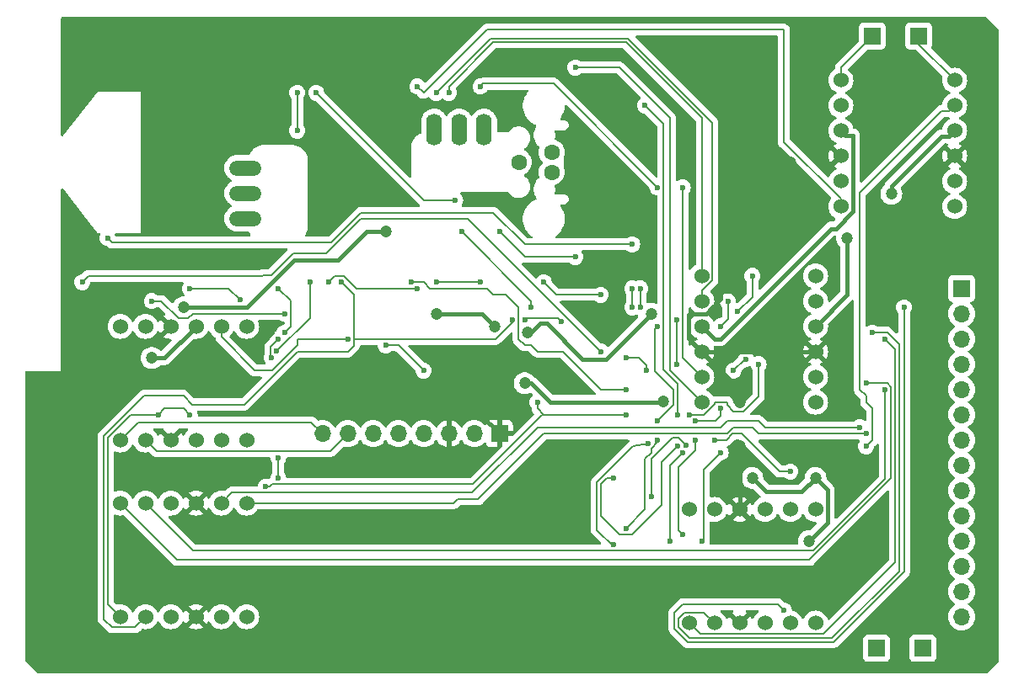
<source format=gbr>
%TF.GenerationSoftware,KiCad,Pcbnew,8.0.2*%
%TF.CreationDate,2024-05-17T23:09:10+02:00*%
%TF.ProjectId,pcb,7063622e-6b69-4636-9164-5f7063625858,rev?*%
%TF.SameCoordinates,Original*%
%TF.FileFunction,Copper,L2,Bot*%
%TF.FilePolarity,Positive*%
%FSLAX46Y46*%
G04 Gerber Fmt 4.6, Leading zero omitted, Abs format (unit mm)*
G04 Created by KiCad (PCBNEW 8.0.2) date 2024-05-17 23:09:10*
%MOMM*%
%LPD*%
G01*
G04 APERTURE LIST*
G04 Aperture macros list*
%AMRoundRect*
0 Rectangle with rounded corners*
0 $1 Rounding radius*
0 $2 $3 $4 $5 $6 $7 $8 $9 X,Y pos of 4 corners*
0 Add a 4 corners polygon primitive as box body*
4,1,4,$2,$3,$4,$5,$6,$7,$8,$9,$2,$3,0*
0 Add four circle primitives for the rounded corners*
1,1,$1+$1,$2,$3*
1,1,$1+$1,$4,$5*
1,1,$1+$1,$6,$7*
1,1,$1+$1,$8,$9*
0 Add four rect primitives between the rounded corners*
20,1,$1+$1,$2,$3,$4,$5,0*
20,1,$1+$1,$4,$5,$6,$7,0*
20,1,$1+$1,$6,$7,$8,$9,0*
20,1,$1+$1,$8,$9,$2,$3,0*%
G04 Aperture macros list end*
%TA.AperFunction,ComponentPad*%
%ADD10R,1.700000X1.700000*%
%TD*%
%TA.AperFunction,ComponentPad*%
%ADD11C,1.524000*%
%TD*%
%TA.AperFunction,CastellatedPad*%
%ADD12C,1.600000*%
%TD*%
%TA.AperFunction,CastellatedPad*%
%ADD13RoundRect,0.800000X-0.000010X0.800000X-0.000010X-0.800000X0.000010X-0.800000X0.000010X0.800000X0*%
%TD*%
%TA.AperFunction,CastellatedPad*%
%ADD14RoundRect,0.800000X-0.800000X0.000010X-0.800000X-0.000010X0.800000X-0.000010X0.800000X0.000010X0*%
%TD*%
%TA.AperFunction,ComponentPad*%
%ADD15O,1.700000X1.700000*%
%TD*%
%TA.AperFunction,ViaPad*%
%ADD16C,0.600000*%
%TD*%
%TA.AperFunction,ViaPad*%
%ADD17C,1.200000*%
%TD*%
%TA.AperFunction,Conductor*%
%ADD18C,0.400000*%
%TD*%
%TA.AperFunction,Conductor*%
%ADD19C,0.200000*%
%TD*%
G04 APERTURE END LIST*
D10*
%TO.P,J6,1,Pin_1*%
%TO.N,Net-(J6-Pin_1)*%
X128475000Y-31750000D03*
%TD*%
%TO.P,J5,1,Pin_1*%
%TO.N,Net-(J5-Pin_1)*%
X123825000Y-31750000D03*
%TD*%
%TO.P,J4,1,Pin_1*%
%TO.N,Net-(J4-Pin_1)*%
X124255000Y-93345000D03*
%TD*%
%TO.P,J3,1,Pin_1*%
%TO.N,Net-(J3-Pin_1)*%
X128905000Y-93345000D03*
%TD*%
D11*
%TO.P,U6,12,HV1*%
%TO.N,Net-(U6-HV1)*%
X118110000Y-55880000D03*
%TO.P,U6,11,HV2*%
%TO.N,Net-(U6-HV2)*%
X118110000Y-58420000D03*
%TO.P,U6,10,HV*%
%TO.N,+5V*%
X118110000Y-60960000D03*
%TO.P,U6,9,GND*%
%TO.N,GND*%
X118110000Y-63500000D03*
%TO.P,U6,8,HV3*%
%TO.N,Net-(U6-HV3)*%
X118110000Y-66040000D03*
%TO.P,U6,7,HV4*%
%TO.N,Net-(U6-HV4)*%
X118110000Y-68580000D03*
%TO.P,U6,6,LV4*%
%TO.N,/P2_4_LV*%
X106680000Y-68580000D03*
%TO.P,U6,5,LV3*%
%TO.N,/P2_5_LV*%
X106680000Y-66040000D03*
%TO.P,U6,4,GND*%
%TO.N,GND*%
X106680000Y-63500000D03*
%TO.P,U6,3,LV*%
%TO.N,+3V3*%
X106680000Y-60960000D03*
%TO.P,U6,2,LV2*%
%TO.N,/P2_6_LV*%
X106680000Y-58420000D03*
%TO.P,U6,1,LV1*%
%TO.N,/P2_3_LV*%
X106680000Y-55880000D03*
%TD*%
%TO.P,U5,1,LV1*%
%TO.N,Net-(J5-Pin_1)*%
X120650000Y-36195000D03*
%TO.P,U5,2,LV2*%
%TO.N,/P2_0_LV*%
X120650000Y-38735000D03*
%TO.P,U5,3,LV*%
%TO.N,+3V3*%
X120650000Y-41275000D03*
%TO.P,U5,4,GND*%
%TO.N,GND*%
X120650000Y-43815000D03*
%TO.P,U5,5,LV3*%
%TO.N,/P2_1_LV*%
X120650000Y-46355000D03*
%TO.P,U5,6,LV4*%
%TO.N,/P2_2_LV*%
X120650000Y-48895000D03*
%TO.P,U5,7,HV4*%
%TO.N,Net-(U5-HV4)*%
X132080000Y-48895000D03*
%TO.P,U5,8,HV3*%
%TO.N,Net-(U5-HV3)*%
X132080000Y-46355000D03*
%TO.P,U5,9,GND*%
%TO.N,GND*%
X132080000Y-43815000D03*
%TO.P,U5,10,HV*%
%TO.N,+5V*%
X132080000Y-41275000D03*
%TO.P,U5,11,HV2*%
%TO.N,Net-(U5-HV2)*%
X132080000Y-38735000D03*
%TO.P,U5,12,HV1*%
%TO.N,Net-(J6-Pin_1)*%
X132080000Y-36195000D03*
%TD*%
%TO.P,U4,1,LV1*%
%TO.N,/P1_2_LV*%
X48260000Y-90170000D03*
%TO.P,U4,2,LV2*%
%TO.N,/P1_3_LV*%
X50800000Y-90170000D03*
%TO.P,U4,3,LV*%
%TO.N,+3V3*%
X53340000Y-90170000D03*
%TO.P,U4,4,GND*%
%TO.N,GND*%
X55880000Y-90170000D03*
%TO.P,U4,5,LV3*%
%TO.N,/P1_6_LV*%
X58420000Y-90170000D03*
%TO.P,U4,6,LV4*%
%TO.N,/P1_5_LV*%
X60960000Y-90170000D03*
%TO.P,U4,7,HV4*%
%TO.N,Net-(U4-HV4)*%
X60960000Y-78740000D03*
%TO.P,U4,8,HV3*%
%TO.N,Net-(U4-HV3)*%
X58420000Y-78740000D03*
%TO.P,U4,9,GND*%
%TO.N,GND*%
X55880000Y-78740000D03*
%TO.P,U4,10,HV*%
%TO.N,+5V*%
X53340000Y-78740000D03*
%TO.P,U4,11,HV2*%
%TO.N,Net-(U4-HV2)*%
X50800000Y-78740000D03*
%TO.P,U4,12,HV1*%
%TO.N,Net-(U4-HV1)*%
X48260000Y-78740000D03*
%TD*%
%TO.P,U3,1,LV1*%
%TO.N,Net-(J3-Pin_1)*%
X118110000Y-79375000D03*
%TO.P,U3,2,LV2*%
%TO.N,/P1_4_LV*%
X115570000Y-79375000D03*
%TO.P,U3,3,LV*%
%TO.N,+3V3*%
X113030000Y-79375000D03*
%TO.P,U3,4,GND*%
%TO.N,GND*%
X110490000Y-79375000D03*
%TO.P,U3,5,LV3*%
%TO.N,/P1_0_LV*%
X107950000Y-79375000D03*
%TO.P,U3,6,LV4*%
%TO.N,/P1_1_LV*%
X105410000Y-79375000D03*
%TO.P,U3,7,HV4*%
%TO.N,Net-(U3-HV4)*%
X105410000Y-90805000D03*
%TO.P,U3,8,HV3*%
%TO.N,Net-(U3-HV3)*%
X107950000Y-90805000D03*
%TO.P,U3,9,GND*%
%TO.N,GND*%
X110490000Y-90805000D03*
%TO.P,U3,10,HV*%
%TO.N,+5V*%
X113030000Y-90805000D03*
%TO.P,U3,11,HV2*%
%TO.N,Net-(U3-HV2)*%
X115570000Y-90805000D03*
%TO.P,U3,12,HV1*%
%TO.N,Net-(J4-Pin_1)*%
X118110000Y-90805000D03*
%TD*%
%TO.P,U2,1,LV1*%
%TO.N,/OUT_LANG_LV*%
X60960000Y-60960000D03*
%TO.P,U2,2,LV2*%
%TO.N,/OUT_FMT_LV*%
X58420000Y-60960000D03*
%TO.P,U2,3,LV*%
%TO.N,+3V3*%
X55880000Y-60960000D03*
%TO.P,U2,4,GND*%
%TO.N,GND*%
X53340000Y-60960000D03*
%TO.P,U2,5,LV3*%
%TO.N,/OUT_RESET_LV*%
X50800000Y-60960000D03*
%TO.P,U2,6,LV4*%
%TO.N,/IN_RESET_LV*%
X48260000Y-60960000D03*
%TO.P,U2,7,HV4*%
%TO.N,/IN_RESET*%
X48260000Y-72390000D03*
%TO.P,U2,8,HV3*%
%TO.N,/OUT_RESET*%
X50800000Y-72390000D03*
%TO.P,U2,9,GND*%
%TO.N,GND*%
X53340000Y-72390000D03*
%TO.P,U2,10,HV*%
%TO.N,+5V*%
X55880000Y-72390000D03*
%TO.P,U2,11,HV2*%
%TO.N,/OUT_FMT*%
X58420000Y-72390000D03*
%TO.P,U2,12,HV1*%
%TO.N,/OUT_LANG*%
X60960000Y-72390000D03*
%TD*%
D12*
%TO.P,U1,TP6*%
%TO.N,N/C*%
X79810000Y-41950000D03*
D13*
X79810000Y-41150000D03*
D12*
%TO.P,U1,TP5*%
X82310000Y-41950000D03*
D13*
X82310000Y-41150000D03*
D12*
%TO.P,U1,TP4*%
X84810000Y-41950000D03*
D13*
X84810000Y-41150000D03*
D12*
%TO.P,U1,TP3*%
X91610000Y-43450000D03*
%TO.P,U1,TP2*%
X91610000Y-45450000D03*
%TO.P,U1,TP1*%
X88310000Y-44450000D03*
D14*
%TO.P,U1,D3*%
X60810000Y-50114100D03*
D12*
X61610000Y-50114100D03*
D14*
%TO.P,U1,D2*%
X60810000Y-47574100D03*
D12*
X61610000Y-47574100D03*
D14*
%TO.P,U1,D1*%
X60810000Y-45034100D03*
D12*
X61610000Y-45034100D03*
%TD*%
D10*
%TO.P,J1,1,Pin_1*%
%TO.N,GND*%
X86360000Y-71755000D03*
D15*
%TO.P,J1,2,Pin_2*%
%TO.N,+5V*%
X83820000Y-71755000D03*
%TO.P,J1,3,Pin_3*%
%TO.N,GND*%
X81280000Y-71755000D03*
%TO.P,J1,4,Pin_4*%
%TO.N,/LED_PWR+*%
X78740000Y-71755000D03*
%TO.P,J1,5,Pin_5*%
%TO.N,/OUT_LANG*%
X76200000Y-71755000D03*
%TO.P,J1,6,Pin_6*%
%TO.N,/OUT_FMT*%
X73660000Y-71755000D03*
%TO.P,J1,7,Pin_7*%
%TO.N,/OUT_RESET*%
X71120000Y-71755000D03*
%TO.P,J1,8,Pin_8*%
%TO.N,/IN_RESET*%
X68580000Y-71755000D03*
%TD*%
D10*
%TO.P,J2,1,Pin_1*%
%TO.N,/P1_4*%
X132785000Y-57150000D03*
D15*
%TO.P,J2,2,Pin_2*%
%TO.N,/P1_0*%
X132785000Y-59690000D03*
%TO.P,J2,3,Pin_3*%
%TO.N,/P1_1*%
X132785000Y-62230000D03*
%TO.P,J2,4,Pin_4*%
%TO.N,/P1_2*%
X132785000Y-64770000D03*
%TO.P,J2,5,Pin_5*%
%TO.N,/P1_3*%
X132785000Y-67310000D03*
%TO.P,J2,6,Pin_6*%
%TO.N,/P1_6*%
X132785000Y-69850000D03*
%TO.P,J2,7,Pin_7*%
%TO.N,/P1_5*%
X132785000Y-72390000D03*
%TO.P,J2,8,Pin_8*%
%TO.N,/P2_0*%
X132785000Y-74930000D03*
%TO.P,J2,9,Pin_9*%
%TO.N,/P2_1*%
X132785000Y-77470000D03*
%TO.P,J2,10,Pin_10*%
%TO.N,/P2_2*%
X132785000Y-80010000D03*
%TO.P,J2,11,Pin_11*%
%TO.N,/P2_3*%
X132785000Y-82550000D03*
%TO.P,J2,12,Pin_12*%
%TO.N,/P2_6*%
X132785000Y-85090000D03*
%TO.P,J2,13,Pin_13*%
%TO.N,/P2_5*%
X132785000Y-87630000D03*
%TO.P,J2,14,Pin_14*%
%TO.N,/P2_4*%
X132785000Y-90170000D03*
%TD*%
D16*
%TO.N,/P2_5_LV*%
X108585000Y-69215000D03*
X106045000Y-70485000D03*
X106045000Y-72390000D03*
X104775000Y-81915000D03*
%TO.N,/P2_6_LV*%
X108585000Y-60960000D03*
X109855000Y-65405000D03*
X106680000Y-82550000D03*
X109303223Y-58445029D03*
X111125000Y-64250000D03*
X108585000Y-73660000D03*
%TO.N,/P2_1_LV*%
X101600000Y-78105000D03*
X105097774Y-72928002D03*
X105410000Y-69850000D03*
X110277169Y-59477169D03*
X111760000Y-55880000D03*
X112395000Y-64770000D03*
%TO.N,/P2_3_LV*%
X101282500Y-72707500D03*
X97790000Y-82900000D03*
X104140000Y-60325000D03*
X104140000Y-64770000D03*
%TO.N,/P2_0_LV*%
X104255000Y-69850000D03*
X97790000Y-76200000D03*
X104255000Y-73025000D03*
X100965000Y-38735000D03*
D17*
%TO.N,+5V*%
X111760000Y-76200000D03*
X102833248Y-68543248D03*
X88900000Y-66675000D03*
D16*
%TO.N,/P1_3_LV*%
X87630000Y-60325000D03*
X88900000Y-60325000D03*
X92603235Y-60431765D03*
D17*
%TO.N,+3V3*%
X85880000Y-60960000D03*
X80010000Y-59690000D03*
X89220000Y-61595000D03*
X101600000Y-59690000D03*
D16*
%TO.N,/P1_2_LV*%
X84455000Y-56515000D03*
X69215000Y-56515000D03*
X90805000Y-56515000D03*
X80010000Y-56515000D03*
X96520000Y-57785000D03*
X78105000Y-57150000D03*
%TO.N,/P1_6_LV*%
X81915000Y-48260000D03*
X82550000Y-51435000D03*
X89535000Y-59055000D03*
X90170000Y-68580000D03*
X67945000Y-37465000D03*
%TO.N,/P1_1_LV*%
X86360000Y-51435000D03*
X66040000Y-41275000D03*
X66040000Y-37465000D03*
X93980000Y-53975000D03*
%TO.N,/P2_4_LV*%
X103505000Y-82550000D03*
D17*
%TO.N,GND*%
X109855000Y-56515000D03*
D16*
%TO.N,Net-(U1-GP22)*%
X74930000Y-62865000D03*
X78740000Y-65405000D03*
X64135000Y-57150000D03*
X64770000Y-61595000D03*
D17*
%TO.N,GND*%
X74930000Y-69850000D03*
X81280000Y-69850000D03*
D16*
%TO.N,/P1_5_LV*%
X64135000Y-74180000D03*
X64135000Y-76200000D03*
%TO.N,/P1_6_LV*%
X99060000Y-69850000D03*
X62865000Y-77078000D03*
%TO.N,/P1_5_LV*%
X99060000Y-67310000D03*
X77470000Y-56515000D03*
%TO.N,/P1_0_LV*%
X46990000Y-52070000D03*
X99695000Y-52705000D03*
%TO.N,/P1_4_LV*%
X44450000Y-56515000D03*
%TO.N,/IN_RESET_LV*%
X51435000Y-58420000D03*
X64770000Y-59690000D03*
%TO.N,/OUT_RESET_LV*%
X63465000Y-64100000D03*
X55245000Y-57150000D03*
X60325000Y-58305000D03*
X64135000Y-62230000D03*
%TO.N,/P1_4_LV*%
X96520000Y-63500000D03*
%TO.N,/P1_3_LV*%
X70485000Y-56515000D03*
%TO.N,/P1_2_LV*%
X55245000Y-69850000D03*
X63956473Y-63465000D03*
X67310000Y-56515000D03*
X52070000Y-69850000D03*
D17*
%TO.N,GND*%
X53340000Y-76200000D03*
D16*
%TO.N,/OUT_FMT_LV*%
X71120000Y-62230000D03*
%TO.N,Net-(U4-HV3)*%
X122555000Y-71120000D03*
%TO.N,/P1_4_LV*%
X99060000Y-64135000D03*
X107950000Y-72390000D03*
X101095003Y-65405000D03*
X115570000Y-75565000D03*
D17*
%TO.N,+3V3*%
X51435000Y-64135000D03*
X54610000Y-59055000D03*
X74930000Y-51435000D03*
%TO.N,GND*%
X61595000Y-63500000D03*
X63500000Y-60960000D03*
X110490000Y-73025000D03*
X110490000Y-68580000D03*
D16*
%TO.N,/P2_5_LV*%
X84455000Y-36830000D03*
X102235000Y-46990000D03*
X104775000Y-46990000D03*
%TO.N,/P2_4_LV*%
X93980000Y-34925000D03*
%TO.N,/P2_6_LV*%
X80010000Y-37465000D03*
%TO.N,/P2_3_LV*%
X81280000Y-37465000D03*
D17*
%TO.N,GND*%
X113030000Y-46990000D03*
X115570000Y-44450000D03*
X101600000Y-54610000D03*
X93980000Y-55880000D03*
D16*
%TO.N,/P1_0_LV*%
X100495003Y-57150000D03*
X100495003Y-59055000D03*
%TO.N,/P1_1_LV*%
X99695000Y-57150000D03*
X99695000Y-59055000D03*
%TO.N,Net-(U3-HV2)*%
X127000000Y-59055000D03*
X114935000Y-89535000D03*
%TO.N,Net-(U3-HV3)*%
X123825000Y-61595000D03*
%TO.N,Net-(U3-HV4)*%
X125095000Y-62230000D03*
%TO.N,Net-(U4-HV1)*%
X123190000Y-66675000D03*
%TO.N,Net-(U4-HV2)*%
X125095000Y-67310000D03*
%TO.N,Net-(U4-HV4)*%
X123190000Y-71755000D03*
D17*
%TO.N,+5V*%
X117475000Y-82550000D03*
X118110000Y-76200000D03*
X121285000Y-52070000D03*
X125730000Y-47625000D03*
D16*
%TO.N,/P2_2_LV*%
X78105000Y-36830000D03*
%TO.N,Net-(U5-HV2)*%
X123190000Y-73025000D03*
%TO.N,/P2_2_LV*%
X102235000Y-70485000D03*
X102235000Y-60960000D03*
X102235000Y-72390000D03*
X99060000Y-81280000D03*
%TO.N,/P2_4_LV*%
X104775000Y-73660000D03*
%TD*%
D18*
%TO.N,GND*%
X81280000Y-69850000D02*
X84455000Y-69850000D01*
X84455000Y-69850000D02*
X86360000Y-71755000D01*
D19*
%TO.N,/P2_5_LV*%
X108585000Y-69930000D02*
X108585000Y-69215000D01*
%TO.N,/P2_1_LV*%
X109220000Y-68580000D02*
X107950000Y-68580000D01*
X110883503Y-69530000D02*
X109855000Y-69530000D01*
X109855000Y-69530000D02*
X109220000Y-68895000D01*
X109220000Y-68895000D02*
X109220000Y-68580000D01*
X107950000Y-68580000D02*
X107950000Y-68811895D01*
X107950000Y-68811895D02*
X106911895Y-69850000D01*
X106911895Y-69850000D02*
X105410000Y-69850000D01*
%TO.N,/P2_5_LV*%
X108030000Y-70485000D02*
X108585000Y-69930000D01*
X106045000Y-70485000D02*
X108030000Y-70485000D01*
%TO.N,/P2_1_LV*%
X112395000Y-68018503D02*
X110883503Y-69530000D01*
%TO.N,Net-(U4-HV3)*%
X122555000Y-71120000D02*
X113030000Y-71120000D01*
X113030000Y-71120000D02*
X112395000Y-70485000D01*
X83612000Y-77678000D02*
X59482000Y-77678000D01*
X59482000Y-77678000D02*
X58420000Y-78740000D01*
X112395000Y-70485000D02*
X109220000Y-70485000D01*
X109220000Y-70485000D02*
X108585000Y-71120000D01*
X108585000Y-71120000D02*
X90170000Y-71120000D01*
X90170000Y-71120000D02*
X83612000Y-77678000D01*
%TO.N,/P2_5_LV*%
X106045000Y-73460000D02*
X106045000Y-72390000D01*
X104348000Y-81488000D02*
X104348000Y-75157000D01*
X104348000Y-75157000D02*
X106045000Y-73460000D01*
X104775000Y-81915000D02*
X104348000Y-81488000D01*
%TO.N,/P2_4_LV*%
X103505000Y-82550000D02*
X103505000Y-74930000D01*
X103505000Y-74930000D02*
X104775000Y-73660000D01*
%TO.N,/P2_6_LV*%
X111125000Y-64250000D02*
X111010000Y-64250000D01*
X109303223Y-58445029D02*
X109303223Y-60241777D01*
X111010000Y-64250000D02*
X109855000Y-65405000D01*
X106888000Y-75357000D02*
X106888000Y-82342000D01*
X106888000Y-82342000D02*
X106680000Y-82550000D01*
X108585000Y-73660000D02*
X106888000Y-75357000D01*
X109303223Y-60241777D02*
X108585000Y-60960000D01*
D18*
%TO.N,GND*%
X109220000Y-56515000D02*
X108585000Y-57150000D01*
X109855000Y-56515000D02*
X109220000Y-56515000D01*
X107854513Y-58959513D02*
X107124027Y-59690000D01*
X108585000Y-57150000D02*
X108585000Y-58229027D01*
X108585000Y-58229027D02*
X107892000Y-58922027D01*
X107892000Y-58922027D02*
X107854513Y-58959513D01*
%TO.N,+3V3*%
X106680000Y-60960000D02*
X107950000Y-62230000D01*
X107950000Y-62230000D02*
X108585000Y-62230000D01*
X108585000Y-62230000D02*
X119697500Y-51117500D01*
X119697500Y-51117500D02*
X120141527Y-51117500D01*
X120141527Y-51117500D02*
X121862000Y-49397027D01*
X121862000Y-49397027D02*
X121862000Y-41739500D01*
X121862000Y-41739500D02*
X121114500Y-41739500D01*
X121114500Y-41739500D02*
X120650000Y-41275000D01*
D19*
%TO.N,/P2_1_LV*%
X101600000Y-74295000D02*
X101600000Y-78105000D01*
X102870000Y-73025000D02*
X101600000Y-74295000D01*
%TO.N,/P2_2_LV*%
X102235000Y-72390000D02*
X102235000Y-72603529D01*
X102235000Y-72603529D02*
X101600000Y-73238529D01*
X101600000Y-73660000D02*
X100965000Y-74295000D01*
X101600000Y-73238529D02*
X101600000Y-73660000D01*
X100965000Y-74295000D02*
X100965000Y-79375000D01*
X100965000Y-79375000D02*
X99060000Y-81280000D01*
%TO.N,/P2_3_LV*%
X101282500Y-72707500D02*
X99764314Y-73025000D01*
X99764314Y-73025000D02*
X96120000Y-76669314D01*
X96120000Y-76669314D02*
X96120000Y-81430000D01*
X96120000Y-81430000D02*
X97790000Y-83100000D01*
X97790000Y-83100000D02*
X97790000Y-82900000D01*
%TO.N,/P2_1_LV*%
X104324772Y-72155000D02*
X103740000Y-72155000D01*
X105097774Y-72928002D02*
X104324772Y-72155000D01*
X103740000Y-72155000D02*
X102870000Y-73025000D01*
X111760000Y-57994338D02*
X110277169Y-59477169D01*
X111760000Y-55880000D02*
X111760000Y-57994338D01*
X112395000Y-64770000D02*
X112395000Y-68018503D01*
D18*
%TO.N,+5V*%
X102833248Y-68543248D02*
X102796496Y-68580000D01*
X102796496Y-68580000D02*
X91440000Y-68580000D01*
X89535000Y-66675000D02*
X88900000Y-66675000D01*
X91440000Y-68580000D02*
X89535000Y-66675000D01*
D19*
%TO.N,/P2_2_LV*%
X102235000Y-70485000D02*
X103855000Y-68865000D01*
X103855000Y-68865000D02*
X103855000Y-67310000D01*
X103855000Y-67310000D02*
X102000000Y-65455000D01*
X102000000Y-65455000D02*
X102000000Y-61195000D01*
X102000000Y-61195000D02*
X102235000Y-60960000D01*
%TO.N,/P2_0_LV*%
X104255000Y-69850000D02*
X104255000Y-66720686D01*
X104255000Y-66720686D02*
X102835000Y-65300686D01*
X102835000Y-40605000D02*
X100965000Y-38735000D01*
X102835000Y-65300686D02*
X102835000Y-40605000D01*
%TO.N,/P2_3_LV*%
X104140000Y-60325000D02*
X104140000Y-64770000D01*
%TO.N,/P2_0_LV*%
X98390000Y-81880000D02*
X96520000Y-80010000D01*
X102635000Y-74645000D02*
X102635000Y-78890000D01*
X96520000Y-80010000D02*
X96520000Y-76835000D01*
X102635000Y-78890000D02*
X99645000Y-81880000D01*
X96520000Y-76835000D02*
X97155000Y-76200000D01*
X99645000Y-81880000D02*
X98390000Y-81880000D01*
X97155000Y-76200000D02*
X97790000Y-76200000D01*
X104255000Y-73025000D02*
X102635000Y-74645000D01*
%TO.N,/P1_4_LV*%
X115570000Y-75565000D02*
X114535000Y-75565000D01*
X114535000Y-75565000D02*
X110725000Y-71755000D01*
X110725000Y-71755000D02*
X109785686Y-71755000D01*
X109785686Y-71755000D02*
X109150686Y-72390000D01*
X109150686Y-72390000D02*
X107950000Y-72390000D01*
D18*
%TO.N,+5V*%
X111760000Y-76200000D02*
X113145000Y-77585000D01*
X113145000Y-77585000D02*
X116725000Y-77585000D01*
X116725000Y-77585000D02*
X118110000Y-76200000D01*
D19*
%TO.N,/P1_3_LV*%
X89132500Y-60092500D02*
X88900000Y-60325000D01*
X92263970Y-60092500D02*
X89132500Y-60092500D01*
X92603235Y-60431765D02*
X92263970Y-60092500D01*
X71720000Y-62230000D02*
X71720000Y-62900000D01*
X71720000Y-57750000D02*
X71720000Y-62230000D01*
X87630000Y-60325000D02*
X87630000Y-60553503D01*
X87630000Y-60553503D02*
X85953503Y-62230000D01*
X85953503Y-62230000D02*
X71720000Y-62230000D01*
%TO.N,/P1_5_LV*%
X99060000Y-67310000D02*
X96520000Y-67310000D01*
X96520000Y-67310000D02*
X92710000Y-63500000D01*
X86995000Y-57785000D02*
X85725000Y-57785000D01*
X92710000Y-63500000D02*
X90170000Y-63500000D01*
X85725000Y-57785000D02*
X85090000Y-57150000D01*
X90170000Y-63500000D02*
X89535000Y-62865000D01*
X85090000Y-57150000D02*
X79375000Y-57150000D01*
X89535000Y-62865000D02*
X88900000Y-62865000D01*
X79375000Y-57150000D02*
X78740000Y-56515000D01*
X88900000Y-62865000D02*
X88265000Y-62230000D01*
X88265000Y-62230000D02*
X88265000Y-59055000D01*
X88265000Y-59055000D02*
X86995000Y-57785000D01*
X78740000Y-56515000D02*
X77470000Y-56515000D01*
D18*
%TO.N,+3V3*%
X89220000Y-61595000D02*
X89535000Y-61595000D01*
X94730000Y-64250000D02*
X97040000Y-64250000D01*
X89535000Y-61595000D02*
X90487500Y-60642500D01*
X90487500Y-60642500D02*
X91122500Y-60642500D01*
X91122500Y-60642500D02*
X94730000Y-64250000D01*
X97040000Y-64250000D02*
X101600000Y-59690000D01*
X84610000Y-59690000D02*
X80010000Y-59690000D01*
X85880000Y-60960000D02*
X84610000Y-59690000D01*
D19*
%TO.N,/P1_2_LV*%
X96520000Y-57785000D02*
X92075000Y-57785000D01*
X84455000Y-56515000D02*
X80010000Y-56515000D01*
X69815000Y-55915000D02*
X69215000Y-56515000D01*
X71968529Y-57150000D02*
X70733529Y-55915000D01*
X70733529Y-55915000D02*
X69815000Y-55915000D01*
X78105000Y-57150000D02*
X71968529Y-57150000D01*
X92075000Y-57785000D02*
X90805000Y-56515000D01*
%TO.N,/P1_6_LV*%
X78740000Y-48260000D02*
X81915000Y-48260000D01*
X89535000Y-58420000D02*
X89535000Y-59055000D01*
X90805000Y-69850000D02*
X90665000Y-69850000D01*
X67945000Y-37465000D02*
X78740000Y-48260000D01*
X82550000Y-51435000D02*
X89535000Y-58420000D01*
X90170000Y-69215000D02*
X90805000Y-69850000D01*
X99060000Y-69850000D02*
X90805000Y-69850000D01*
X90170000Y-68580000D02*
X90170000Y-69215000D01*
%TO.N,/P1_1_LV*%
X93980000Y-53975000D02*
X88900000Y-53975000D01*
X88900000Y-53975000D02*
X86360000Y-51435000D01*
X66040000Y-41275000D02*
X66040000Y-37465000D01*
D18*
%TO.N,GND*%
X105410000Y-59690000D02*
X105325000Y-59775000D01*
X105325000Y-59775000D02*
X105325000Y-62145000D01*
X107124027Y-59690000D02*
X105410000Y-59690000D01*
X105325000Y-62145000D02*
X106680000Y-63500000D01*
D19*
%TO.N,Net-(U1-GP22)*%
X74930000Y-62865000D02*
X76200000Y-62865000D01*
X76200000Y-62865000D02*
X78740000Y-65405000D01*
X65370000Y-58385000D02*
X65370000Y-60995000D01*
X65370000Y-60995000D02*
X64770000Y-61595000D01*
X64135000Y-57150000D02*
X65370000Y-58385000D01*
D18*
%TO.N,GND*%
X81280000Y-69850000D02*
X74930000Y-69850000D01*
D19*
%TO.N,/P1_5_LV*%
X64135000Y-76200000D02*
X64135000Y-74180000D01*
%TO.N,/P1_6_LV*%
X63257000Y-77078000D02*
X62865000Y-77078000D01*
X90665000Y-69850000D02*
X83680000Y-76835000D01*
X83680000Y-76835000D02*
X63500000Y-76835000D01*
X63500000Y-76835000D02*
X63257000Y-77078000D01*
%TO.N,/P1_0_LV*%
X99695000Y-52705000D02*
X97790000Y-52705000D01*
X88900000Y-52705000D02*
X99695000Y-52705000D01*
X46990000Y-52070000D02*
X47434100Y-52514100D01*
X47434100Y-52514100D02*
X69475214Y-52514100D01*
X85725000Y-49530000D02*
X88900000Y-52705000D01*
X69475214Y-52514100D02*
X72459314Y-49530000D01*
X72459314Y-49530000D02*
X85725000Y-49530000D01*
%TO.N,/P1_4_LV*%
X45085000Y-55880000D02*
X44450000Y-56515000D01*
X50800000Y-55880000D02*
X45085000Y-55880000D01*
X62492628Y-55880000D02*
X50800000Y-55880000D01*
X50800000Y-55880000D02*
X50385000Y-55880000D01*
X83185000Y-50165000D02*
X72390000Y-50165000D01*
X65651091Y-53586091D02*
X63428592Y-55808591D01*
X72390000Y-50165000D02*
X68968909Y-53586091D01*
X68968909Y-53586091D02*
X65651091Y-53586091D01*
X96520000Y-63500000D02*
X83185000Y-50165000D01*
X63428592Y-55808591D02*
X62564037Y-55808591D01*
X62564037Y-55808591D02*
X62492628Y-55880000D01*
D18*
%TO.N,+3V3*%
X73025000Y-51435000D02*
X74930000Y-51435000D01*
X65722500Y-54292500D02*
X60960000Y-59055000D01*
X73025000Y-51435000D02*
X70167500Y-54292500D01*
X70167500Y-54292500D02*
X65722500Y-54292500D01*
D19*
%TO.N,/IN_RESET_LV*%
X52372606Y-58420000D02*
X51435000Y-58420000D01*
X55577394Y-59690000D02*
X55093697Y-60173697D01*
X54126303Y-60173697D02*
X52372606Y-58420000D01*
X64770000Y-59690000D02*
X55577394Y-59690000D01*
X55093697Y-60173697D02*
X54126303Y-60173697D01*
%TO.N,/OUT_RESET_LV*%
X64135000Y-62230000D02*
X63356473Y-63008527D01*
X63356473Y-63008527D02*
X63356473Y-63991473D01*
X63356473Y-63991473D02*
X63465000Y-64100000D01*
%TO.N,/OUT_FMT_LV*%
X71120000Y-62230000D02*
X66040000Y-62230000D01*
X63500000Y-65405000D02*
X61787370Y-65405000D01*
X66040000Y-62230000D02*
X66040000Y-62865000D01*
X66040000Y-62865000D02*
X63500000Y-65405000D01*
X61787370Y-65405000D02*
X58420000Y-62037630D01*
X58420000Y-62037630D02*
X58420000Y-60960000D01*
%TO.N,/OUT_RESET_LV*%
X59170000Y-57150000D02*
X60325000Y-58305000D01*
X55245000Y-57150000D02*
X59170000Y-57150000D01*
%TO.N,/P1_3_LV*%
X71120000Y-63500000D02*
X66040000Y-63500000D01*
X71720000Y-62900000D02*
X71120000Y-63500000D01*
X54610000Y-67945000D02*
X50637419Y-67945000D01*
X66040000Y-63500000D02*
X60725000Y-68815000D01*
X46590000Y-71992419D02*
X46590000Y-90405000D01*
X70485000Y-56515000D02*
X71720000Y-57750000D01*
X60725000Y-68815000D02*
X55480000Y-68815000D01*
X46590000Y-90405000D02*
X47417000Y-91232000D01*
X55480000Y-68815000D02*
X54610000Y-67945000D01*
X50637419Y-67945000D02*
X46590000Y-71992419D01*
X47417000Y-91232000D02*
X49738000Y-91232000D01*
X49738000Y-91232000D02*
X50800000Y-90170000D01*
%TO.N,/P1_2_LV*%
X52070000Y-69850000D02*
X49298105Y-69850000D01*
X49298105Y-69850000D02*
X46990000Y-72158105D01*
X46990000Y-72158105D02*
X46990000Y-88900000D01*
X46990000Y-88900000D02*
X48260000Y-90170000D01*
X67310000Y-60111473D02*
X63956473Y-63465000D01*
X67310000Y-56515000D02*
X67310000Y-60111473D01*
X55245000Y-69850000D02*
X54610000Y-69215000D01*
X54610000Y-69215000D02*
X52705000Y-69215000D01*
X52705000Y-69215000D02*
X52070000Y-69850000D01*
D18*
%TO.N,GND*%
X55880000Y-78740000D02*
X53340000Y-76200000D01*
D19*
%TO.N,Net-(U4-HV4)*%
X60960000Y-78740000D02*
X81775000Y-78740000D01*
X81775000Y-78740000D02*
X82162500Y-78352500D01*
X82162500Y-78352500D02*
X84207500Y-78352500D01*
X84207500Y-78352500D02*
X90805000Y-71755000D01*
X109220000Y-71755000D02*
X109855000Y-71120000D01*
X90805000Y-71755000D02*
X109220000Y-71755000D01*
X109855000Y-71120000D02*
X111760000Y-71120000D01*
X111760000Y-71120000D02*
X112395000Y-71755000D01*
X112395000Y-71755000D02*
X123190000Y-71755000D01*
D18*
%TO.N,GND*%
X110490000Y-68580000D02*
X110490000Y-67310000D01*
X110490000Y-67310000D02*
X106680000Y-63500000D01*
D19*
%TO.N,Net-(U5-HV2)*%
X123190000Y-73025000D02*
X123825000Y-72390000D01*
X122555000Y-47512500D02*
X130753750Y-39313750D01*
X123825000Y-72390000D02*
X123825000Y-69215000D01*
X123825000Y-69215000D02*
X123190000Y-68580000D01*
X123190000Y-68580000D02*
X123190000Y-67945000D01*
X123190000Y-67945000D02*
X122555000Y-67310000D01*
X122555000Y-67310000D02*
X122555000Y-47512500D01*
X130753750Y-39313750D02*
X131501250Y-39313750D01*
X131501250Y-39313750D02*
X132080000Y-38735000D01*
%TO.N,/P1_4_LV*%
X99060000Y-64135000D02*
X100330000Y-64135000D01*
X100330000Y-64135000D02*
X101095003Y-64900003D01*
X101095003Y-64900003D02*
X101095003Y-65405000D01*
%TO.N,Net-(J5-Pin_1)*%
X120650000Y-36195000D02*
X120650000Y-34925000D01*
X120650000Y-34925000D02*
X123825000Y-31750000D01*
%TO.N,Net-(J6-Pin_1)*%
X128475000Y-31750000D02*
X128475000Y-32590000D01*
X128475000Y-32590000D02*
X132080000Y-36195000D01*
D18*
%TO.N,+5V*%
X130753750Y-41853750D02*
X125730000Y-46877500D01*
X130753750Y-41853750D02*
X131501250Y-41853750D01*
X131501250Y-41853750D02*
X132080000Y-41275000D01*
%TO.N,+3V3*%
X51435000Y-64135000D02*
X52705000Y-64135000D01*
X52705000Y-64135000D02*
X55880000Y-60960000D01*
X60960000Y-59055000D02*
X54610000Y-59055000D01*
%TO.N,GND*%
X63500000Y-61595000D02*
X61595000Y-63500000D01*
X63500000Y-60960000D02*
X63500000Y-61595000D01*
X110490000Y-73025000D02*
X110490000Y-79375000D01*
D19*
%TO.N,/P2_5_LV*%
X104775000Y-46990000D02*
X104775000Y-64135000D01*
X104775000Y-64135000D02*
X106680000Y-66040000D01*
X84455000Y-36830000D02*
X84735000Y-36550000D01*
X84735000Y-36550000D02*
X91795000Y-36550000D01*
X91795000Y-36550000D02*
X102235000Y-46990000D01*
%TO.N,/P2_4_LV*%
X98425000Y-34925000D02*
X93980000Y-34925000D01*
X106680000Y-68580000D02*
X103505000Y-65405000D01*
X103505000Y-40005000D02*
X98425000Y-34925000D01*
X103505000Y-65405000D02*
X103505000Y-40005000D01*
%TO.N,/P2_6_LV*%
X99225686Y-31985000D02*
X85490000Y-31985000D01*
X107742000Y-40501314D02*
X99225686Y-31985000D01*
X107742000Y-56319895D02*
X107742000Y-40501314D01*
X106680000Y-57381895D02*
X107742000Y-56319895D01*
X85490000Y-31985000D02*
X80010000Y-37465000D01*
X106680000Y-58420000D02*
X106680000Y-57381895D01*
%TO.N,/P2_3_LV*%
X81280000Y-36830000D02*
X81280000Y-37465000D01*
X106680000Y-40005000D02*
X99060000Y-32385000D01*
X106680000Y-55880000D02*
X106680000Y-40005000D01*
X85725000Y-32385000D02*
X81280000Y-36830000D01*
X99060000Y-32385000D02*
X85725000Y-32385000D01*
D18*
%TO.N,GND*%
X115570000Y-44450000D02*
X113030000Y-46990000D01*
X93980000Y-55880000D02*
X100330000Y-55880000D01*
X100330000Y-55880000D02*
X101600000Y-54610000D01*
D19*
%TO.N,/P1_0_LV*%
X100495003Y-57315003D02*
X100330000Y-57150000D01*
X100495003Y-59055000D02*
X100495003Y-57315003D01*
X100330000Y-57150000D02*
X100495003Y-57150000D01*
%TO.N,/P1_1_LV*%
X99695000Y-59055000D02*
X99695000Y-57150000D01*
%TO.N,Net-(U3-HV2)*%
X104775000Y-88900000D02*
X114300000Y-88900000D01*
X105254419Y-92717000D02*
X103948000Y-91410581D01*
X127000000Y-85655686D02*
X119938686Y-92717000D01*
X103948000Y-89727000D02*
X104775000Y-88900000D01*
X119938686Y-92717000D02*
X105254419Y-92717000D01*
X114300000Y-88900000D02*
X114935000Y-89535000D01*
X127000000Y-59055000D02*
X127000000Y-85655686D01*
X103948000Y-91410581D02*
X103948000Y-89727000D01*
%TO.N,Net-(U3-HV3)*%
X123825000Y-61595000D02*
X125308529Y-61595000D01*
X125308529Y-61595000D02*
X126495000Y-62781471D01*
X126495000Y-62781471D02*
X126495000Y-85595000D01*
X104348000Y-91244895D02*
X104348000Y-90365105D01*
X126495000Y-85595000D02*
X119773000Y-92317000D01*
X104348000Y-90365105D02*
X104970105Y-89743000D01*
X106888000Y-89743000D02*
X107950000Y-90805000D01*
X119773000Y-92317000D02*
X105420105Y-92317000D01*
X105420105Y-92317000D02*
X104348000Y-91244895D01*
X104970105Y-89743000D02*
X106888000Y-89743000D01*
%TO.N,Net-(U3-HV4)*%
X126095000Y-63230000D02*
X126095000Y-84725000D01*
X125095000Y-62230000D02*
X126095000Y-63230000D01*
X126095000Y-84725000D02*
X118903000Y-91917000D01*
X118903000Y-91917000D02*
X106522000Y-91917000D01*
X106522000Y-91917000D02*
X105410000Y-90805000D01*
%TO.N,Net-(U4-HV1)*%
X117479189Y-84455000D02*
X53975000Y-84455000D01*
X53975000Y-84455000D02*
X48260000Y-78740000D01*
X123190000Y-66675000D02*
X125308529Y-66675000D01*
X125308529Y-66675000D02*
X125695000Y-67061471D01*
X125695000Y-67061471D02*
X125695000Y-76239189D01*
X125695000Y-76239189D02*
X117479189Y-84455000D01*
%TO.N,Net-(U4-HV2)*%
X125095000Y-67310000D02*
X125095000Y-76273503D01*
X125095000Y-76273503D02*
X117868503Y-83500000D01*
X117868503Y-83500000D02*
X55560000Y-83500000D01*
X55560000Y-83500000D02*
X50800000Y-78740000D01*
D18*
%TO.N,+5V*%
X119322000Y-77412000D02*
X119322000Y-80703000D01*
X118110000Y-76200000D02*
X119322000Y-77412000D01*
X119322000Y-80703000D02*
X117475000Y-82550000D01*
%TO.N,GND*%
X118110000Y-63500000D02*
X106680000Y-63500000D01*
%TO.N,+5V*%
X125730000Y-46877500D02*
X125730000Y-47625000D01*
X121285000Y-52070000D02*
X121285000Y-57785000D01*
X121285000Y-57785000D02*
X118110000Y-60960000D01*
D19*
%TO.N,/P2_2_LV*%
X78740000Y-37465000D02*
X78105000Y-36830000D01*
X114935000Y-42432500D02*
X114935000Y-31115000D01*
X120650000Y-48147500D02*
X114935000Y-42432500D01*
X114935000Y-31115000D02*
X85090000Y-31115000D01*
X85090000Y-31115000D02*
X78740000Y-37465000D01*
%TO.N,/IN_RESET*%
X68580000Y-71755000D02*
X67430000Y-70605000D01*
X67430000Y-70605000D02*
X50045000Y-70605000D01*
X50045000Y-70605000D02*
X48260000Y-72390000D01*
%TO.N,/OUT_RESET*%
X71120000Y-71755000D02*
X69373000Y-73502000D01*
X69373000Y-73502000D02*
X51912000Y-73502000D01*
X51912000Y-73502000D02*
X50800000Y-72390000D01*
%TD*%
%TA.AperFunction,Conductor*%
%TO.N,GND*%
G36*
X135270677Y-29864685D02*
G01*
X135291319Y-29881319D01*
X136488681Y-31078681D01*
X136522166Y-31140004D01*
X136525000Y-31166362D01*
X136525000Y-94563638D01*
X136505315Y-94630677D01*
X136488681Y-94651319D01*
X135291319Y-95848681D01*
X135229996Y-95882166D01*
X135203638Y-95885000D01*
X40056362Y-95885000D01*
X39989323Y-95865315D01*
X39968681Y-95848681D01*
X38771319Y-94651319D01*
X38737834Y-94589996D01*
X38735000Y-94563638D01*
X38735000Y-65574000D01*
X38754685Y-65506961D01*
X38807489Y-65461206D01*
X38859000Y-65450000D01*
X42310000Y-65450000D01*
X42310000Y-47198824D01*
X42329685Y-47131785D01*
X42382489Y-47086030D01*
X42451647Y-47076086D01*
X42515203Y-47105111D01*
X42531933Y-47122764D01*
X44678943Y-49887408D01*
X45939119Y-51510101D01*
X45970105Y-51550000D01*
X46149102Y-51550000D01*
X46216141Y-51569685D01*
X46261896Y-51622489D01*
X46271840Y-51691647D01*
X46266143Y-51714955D01*
X46204633Y-51890737D01*
X46204630Y-51890750D01*
X46184435Y-52069996D01*
X46184435Y-52070003D01*
X46204630Y-52249249D01*
X46204631Y-52249254D01*
X46264211Y-52419523D01*
X46337085Y-52535500D01*
X46360184Y-52572262D01*
X46487738Y-52699816D01*
X46640478Y-52795789D01*
X46810747Y-52855369D01*
X46897664Y-52865161D01*
X46962078Y-52892227D01*
X46971463Y-52900699D01*
X47065384Y-52994620D01*
X47065386Y-52994621D01*
X47120627Y-53026514D01*
X47120626Y-53026514D01*
X47120629Y-53026515D01*
X47202309Y-53073674D01*
X47202310Y-53073674D01*
X47202315Y-53073677D01*
X47355042Y-53114600D01*
X47355043Y-53114600D01*
X64973984Y-53114600D01*
X65041023Y-53134285D01*
X65086778Y-53187089D01*
X65096722Y-53256247D01*
X65067697Y-53319803D01*
X65061665Y-53326281D01*
X63216176Y-55171772D01*
X63154853Y-55205257D01*
X63128495Y-55208091D01*
X62650707Y-55208091D01*
X62650691Y-55208090D01*
X62643095Y-55208090D01*
X62484980Y-55208090D01*
X62440816Y-55219923D01*
X62342239Y-55246337D01*
X62342240Y-55246338D01*
X62332252Y-55249014D01*
X62332248Y-55249016D01*
X62308221Y-55262888D01*
X62246223Y-55279500D01*
X45171670Y-55279500D01*
X45171654Y-55279499D01*
X45164058Y-55279499D01*
X45005943Y-55279499D01*
X44929579Y-55299961D01*
X44853214Y-55320423D01*
X44853209Y-55320426D01*
X44716290Y-55399475D01*
X44716282Y-55399481D01*
X44431465Y-55684298D01*
X44370142Y-55717783D01*
X44357668Y-55719837D01*
X44270750Y-55729630D01*
X44100478Y-55789210D01*
X43947737Y-55885184D01*
X43820184Y-56012737D01*
X43724211Y-56165476D01*
X43664631Y-56335745D01*
X43664630Y-56335750D01*
X43644435Y-56514996D01*
X43644435Y-56515003D01*
X43664630Y-56694249D01*
X43664631Y-56694254D01*
X43724211Y-56864523D01*
X43795221Y-56977534D01*
X43820184Y-57017262D01*
X43947738Y-57144816D01*
X44009868Y-57183855D01*
X44097296Y-57238790D01*
X44100478Y-57240789D01*
X44228672Y-57285646D01*
X44270745Y-57300368D01*
X44270750Y-57300369D01*
X44449996Y-57320565D01*
X44450000Y-57320565D01*
X44450004Y-57320565D01*
X44629249Y-57300369D01*
X44629252Y-57300368D01*
X44629255Y-57300368D01*
X44799522Y-57240789D01*
X44952262Y-57144816D01*
X45079816Y-57017262D01*
X45175789Y-56864522D01*
X45235368Y-56694255D01*
X45245161Y-56607329D01*
X45272226Y-56542919D01*
X45280685Y-56533548D01*
X45297420Y-56516814D01*
X45358743Y-56483333D01*
X45385097Y-56480500D01*
X50305943Y-56480500D01*
X50720943Y-56480500D01*
X54495905Y-56480500D01*
X54562944Y-56500185D01*
X54608699Y-56552989D01*
X54618643Y-56622147D01*
X54600899Y-56670472D01*
X54519211Y-56800476D01*
X54459631Y-56970745D01*
X54459630Y-56970750D01*
X54439435Y-57149996D01*
X54439435Y-57150003D01*
X54459630Y-57329249D01*
X54459631Y-57329254D01*
X54519211Y-57499523D01*
X54615184Y-57652262D01*
X54705741Y-57742819D01*
X54739226Y-57804142D01*
X54734242Y-57873834D01*
X54692370Y-57929767D01*
X54626906Y-57954184D01*
X54618060Y-57954500D01*
X54508024Y-57954500D01*
X54307544Y-57991976D01*
X54307541Y-57991976D01*
X54307541Y-57991977D01*
X54117364Y-58065651D01*
X54117357Y-58065655D01*
X53943960Y-58173017D01*
X53943958Y-58173019D01*
X53793237Y-58310418D01*
X53670327Y-58473178D01*
X53615738Y-58582807D01*
X53568235Y-58634044D01*
X53500572Y-58651465D01*
X53434231Y-58629539D01*
X53417057Y-58615216D01*
X52860196Y-58058355D01*
X52860194Y-58058352D01*
X52741323Y-57939481D01*
X52741322Y-57939480D01*
X52631006Y-57875789D01*
X52631004Y-57875788D01*
X52604391Y-57860423D01*
X52604390Y-57860422D01*
X52604389Y-57860422D01*
X52540331Y-57843258D01*
X52451663Y-57819499D01*
X52293549Y-57819499D01*
X52285953Y-57819499D01*
X52285937Y-57819500D01*
X52017412Y-57819500D01*
X51950373Y-57799815D01*
X51940097Y-57792445D01*
X51937263Y-57790185D01*
X51937262Y-57790184D01*
X51861881Y-57742819D01*
X51784523Y-57694211D01*
X51614254Y-57634631D01*
X51614249Y-57634630D01*
X51435004Y-57614435D01*
X51434996Y-57614435D01*
X51255750Y-57634630D01*
X51255745Y-57634631D01*
X51085476Y-57694211D01*
X50932737Y-57790184D01*
X50805184Y-57917737D01*
X50709211Y-58070476D01*
X50649631Y-58240745D01*
X50649630Y-58240750D01*
X50629435Y-58419996D01*
X50629435Y-58420003D01*
X50649630Y-58599249D01*
X50649631Y-58599254D01*
X50709211Y-58769523D01*
X50781329Y-58884297D01*
X50805184Y-58922262D01*
X50932738Y-59049816D01*
X51085478Y-59145789D01*
X51255745Y-59205368D01*
X51255750Y-59205369D01*
X51434996Y-59225565D01*
X51435000Y-59225565D01*
X51435004Y-59225565D01*
X51614249Y-59205369D01*
X51614252Y-59205368D01*
X51614255Y-59205368D01*
X51784522Y-59145789D01*
X51937262Y-59049816D01*
X51937267Y-59049810D01*
X51940097Y-59047555D01*
X51942275Y-59046665D01*
X51943158Y-59046111D01*
X51943255Y-59046265D01*
X52004783Y-59021145D01*
X52017412Y-59020500D01*
X52072509Y-59020500D01*
X52139548Y-59040185D01*
X52160190Y-59056819D01*
X52758467Y-59655096D01*
X52791952Y-59716419D01*
X52786968Y-59786111D01*
X52745096Y-59842044D01*
X52723195Y-59855157D01*
X52706591Y-59862900D01*
X52641811Y-59908258D01*
X53312553Y-60579000D01*
X53289840Y-60579000D01*
X53192939Y-60604964D01*
X53106060Y-60655124D01*
X53035124Y-60726060D01*
X52984964Y-60812939D01*
X52959000Y-60909840D01*
X52959000Y-60932553D01*
X52288258Y-60261811D01*
X52242901Y-60326590D01*
X52182658Y-60455781D01*
X52136485Y-60508220D01*
X52069292Y-60527372D01*
X52002411Y-60507156D01*
X51957894Y-60455781D01*
X51916883Y-60367834D01*
X51897534Y-60326339D01*
X51802441Y-60190531D01*
X51770827Y-60145381D01*
X51703463Y-60078017D01*
X51614620Y-59989174D01*
X51614616Y-59989171D01*
X51614615Y-59989170D01*
X51433666Y-59862468D01*
X51433662Y-59862466D01*
X51413441Y-59853037D01*
X51233450Y-59769106D01*
X51233447Y-59769105D01*
X51233445Y-59769104D01*
X51020070Y-59711930D01*
X51020062Y-59711929D01*
X50800002Y-59692677D01*
X50799998Y-59692677D01*
X50579937Y-59711929D01*
X50579929Y-59711930D01*
X50366554Y-59769104D01*
X50366548Y-59769107D01*
X50166340Y-59862465D01*
X50166338Y-59862466D01*
X49985377Y-59989175D01*
X49829175Y-60145377D01*
X49702466Y-60326338D01*
X49702465Y-60326340D01*
X49642382Y-60455189D01*
X49596209Y-60507628D01*
X49529016Y-60526780D01*
X49462135Y-60506564D01*
X49417618Y-60455189D01*
X49376883Y-60367834D01*
X49357534Y-60326339D01*
X49262441Y-60190531D01*
X49230827Y-60145381D01*
X49163463Y-60078017D01*
X49074620Y-59989174D01*
X49074616Y-59989171D01*
X49074615Y-59989170D01*
X48893666Y-59862468D01*
X48893662Y-59862466D01*
X48873441Y-59853037D01*
X48693450Y-59769106D01*
X48693447Y-59769105D01*
X48693445Y-59769104D01*
X48480070Y-59711930D01*
X48480062Y-59711929D01*
X48260002Y-59692677D01*
X48259998Y-59692677D01*
X48039937Y-59711929D01*
X48039929Y-59711930D01*
X47826554Y-59769104D01*
X47826548Y-59769107D01*
X47626340Y-59862465D01*
X47626338Y-59862466D01*
X47445377Y-59989175D01*
X47289175Y-60145377D01*
X47162466Y-60326338D01*
X47162465Y-60326340D01*
X47069107Y-60526548D01*
X47069104Y-60526554D01*
X47011930Y-60739929D01*
X47011929Y-60739937D01*
X46992677Y-60959997D01*
X46992677Y-60960002D01*
X47011929Y-61180062D01*
X47011930Y-61180070D01*
X47069104Y-61393445D01*
X47069105Y-61393447D01*
X47069106Y-61393450D01*
X47150790Y-61568623D01*
X47162466Y-61593662D01*
X47162468Y-61593666D01*
X47289170Y-61774615D01*
X47289175Y-61774621D01*
X47445378Y-61930824D01*
X47445384Y-61930829D01*
X47626333Y-62057531D01*
X47626335Y-62057532D01*
X47626338Y-62057534D01*
X47826550Y-62150894D01*
X48039932Y-62208070D01*
X48191795Y-62221356D01*
X48259998Y-62227323D01*
X48260000Y-62227323D01*
X48260002Y-62227323D01*
X48315017Y-62222509D01*
X48480068Y-62208070D01*
X48693450Y-62150894D01*
X48893662Y-62057534D01*
X49074620Y-61930826D01*
X49230826Y-61774620D01*
X49357534Y-61593662D01*
X49417618Y-61464811D01*
X49463790Y-61412371D01*
X49530983Y-61393219D01*
X49597865Y-61413435D01*
X49642382Y-61464811D01*
X49702464Y-61593658D01*
X49702468Y-61593666D01*
X49829170Y-61774615D01*
X49829175Y-61774621D01*
X49985378Y-61930824D01*
X49985384Y-61930829D01*
X50166333Y-62057531D01*
X50166335Y-62057532D01*
X50166338Y-62057534D01*
X50366550Y-62150894D01*
X50579932Y-62208070D01*
X50731795Y-62221356D01*
X50799998Y-62227323D01*
X50800000Y-62227323D01*
X50800002Y-62227323D01*
X50855017Y-62222509D01*
X51020068Y-62208070D01*
X51233450Y-62150894D01*
X51433662Y-62057534D01*
X51614620Y-61930826D01*
X51770826Y-61774620D01*
X51897534Y-61593662D01*
X51957894Y-61464218D01*
X52004066Y-61411779D01*
X52071259Y-61392627D01*
X52138141Y-61412843D01*
X52182658Y-61464219D01*
X52242898Y-61593405D01*
X52242901Y-61593411D01*
X52288258Y-61658187D01*
X52288259Y-61658188D01*
X52959000Y-60987447D01*
X52959000Y-61010160D01*
X52984964Y-61107061D01*
X53035124Y-61193940D01*
X53106060Y-61264876D01*
X53192939Y-61315036D01*
X53289840Y-61341000D01*
X53312551Y-61341000D01*
X52641810Y-62011740D01*
X52706590Y-62057099D01*
X52706592Y-62057100D01*
X52906715Y-62150419D01*
X52906729Y-62150424D01*
X53120013Y-62207573D01*
X53120024Y-62207575D01*
X53334884Y-62226373D01*
X53399953Y-62251825D01*
X53440932Y-62308416D01*
X53444810Y-62378178D01*
X53411758Y-62437582D01*
X52451162Y-63398181D01*
X52389839Y-63431666D01*
X52363481Y-63434500D01*
X52346699Y-63434500D01*
X52279660Y-63414815D01*
X52255063Y-63394039D01*
X52251765Y-63390421D01*
X52101041Y-63253019D01*
X52101039Y-63253017D01*
X51927642Y-63145655D01*
X51927635Y-63145651D01*
X51775187Y-63086593D01*
X51737456Y-63071976D01*
X51536976Y-63034500D01*
X51333024Y-63034500D01*
X51132544Y-63071976D01*
X51132541Y-63071976D01*
X51132541Y-63071977D01*
X50942364Y-63145651D01*
X50942357Y-63145655D01*
X50768960Y-63253017D01*
X50768958Y-63253019D01*
X50618237Y-63390418D01*
X50495327Y-63553178D01*
X50404422Y-63735739D01*
X50404417Y-63735752D01*
X50348602Y-63931917D01*
X50329785Y-64134999D01*
X50329785Y-64135000D01*
X50348602Y-64338082D01*
X50404417Y-64534247D01*
X50404422Y-64534260D01*
X50495327Y-64716821D01*
X50618237Y-64879581D01*
X50768958Y-65016980D01*
X50768960Y-65016982D01*
X50831134Y-65055478D01*
X50942363Y-65124348D01*
X51132544Y-65198024D01*
X51333024Y-65235500D01*
X51333026Y-65235500D01*
X51536974Y-65235500D01*
X51536976Y-65235500D01*
X51737456Y-65198024D01*
X51927637Y-65124348D01*
X52101041Y-65016981D01*
X52251764Y-64879579D01*
X52251765Y-64879578D01*
X52255063Y-64875961D01*
X52314774Y-64839680D01*
X52346699Y-64835500D01*
X52773996Y-64835500D01*
X52865040Y-64817389D01*
X52909328Y-64808580D01*
X52973069Y-64782177D01*
X53036807Y-64755777D01*
X53036808Y-64755776D01*
X53036811Y-64755775D01*
X53151543Y-64679114D01*
X55584706Y-62245949D01*
X55646027Y-62212466D01*
X55683186Y-62210104D01*
X55864531Y-62225969D01*
X55879999Y-62227323D01*
X55880000Y-62227323D01*
X55880002Y-62227323D01*
X55935017Y-62222509D01*
X56100068Y-62208070D01*
X56313450Y-62150894D01*
X56513662Y-62057534D01*
X56694620Y-61930826D01*
X56850826Y-61774620D01*
X56977534Y-61593662D01*
X57037618Y-61464811D01*
X57083790Y-61412371D01*
X57150983Y-61393219D01*
X57217865Y-61413435D01*
X57262382Y-61464811D01*
X57322464Y-61593658D01*
X57322468Y-61593666D01*
X57443374Y-61766337D01*
X57449174Y-61774620D01*
X57605380Y-61930826D01*
X57770676Y-62046567D01*
X57814301Y-62101144D01*
X57819328Y-62116048D01*
X57819499Y-62116686D01*
X57819499Y-62116687D01*
X57852300Y-62239101D01*
X57860424Y-62269417D01*
X57881212Y-62305422D01*
X57881213Y-62305425D01*
X57939475Y-62406339D01*
X57939481Y-62406347D01*
X58058349Y-62525215D01*
X58058355Y-62525220D01*
X61302509Y-65769374D01*
X61302519Y-65769385D01*
X61306849Y-65773715D01*
X61306850Y-65773716D01*
X61418654Y-65885520D01*
X61496426Y-65930421D01*
X61555585Y-65964577D01*
X61708312Y-66005500D01*
X61708313Y-66005500D01*
X62385903Y-66005500D01*
X62452942Y-66025185D01*
X62498697Y-66077989D01*
X62508641Y-66147147D01*
X62479616Y-66210703D01*
X62473584Y-66217181D01*
X60512584Y-68178181D01*
X60451261Y-68211666D01*
X60424903Y-68214500D01*
X55780098Y-68214500D01*
X55713059Y-68194815D01*
X55692417Y-68178181D01*
X55097590Y-67583355D01*
X55097588Y-67583352D01*
X54978717Y-67464481D01*
X54978716Y-67464480D01*
X54868400Y-67400789D01*
X54868398Y-67400788D01*
X54841785Y-67385423D01*
X54841784Y-67385422D01*
X54841783Y-67385422D01*
X54783137Y-67369708D01*
X54689057Y-67344499D01*
X54530943Y-67344499D01*
X54523347Y-67344499D01*
X54523331Y-67344500D01*
X50724088Y-67344500D01*
X50724072Y-67344499D01*
X50716476Y-67344499D01*
X50558362Y-67344499D01*
X50405634Y-67385423D01*
X50405633Y-67385423D01*
X50405631Y-67385424D01*
X50379021Y-67400788D01*
X50379020Y-67400789D01*
X50346471Y-67419581D01*
X50268704Y-67464479D01*
X50268701Y-67464481D01*
X46109481Y-71623701D01*
X46109477Y-71623706D01*
X46062374Y-71705293D01*
X46062374Y-71705294D01*
X46030423Y-71760633D01*
X46030423Y-71760634D01*
X45989499Y-71913362D01*
X45989499Y-71913364D01*
X45989499Y-72081465D01*
X45989500Y-72081478D01*
X45989500Y-90318330D01*
X45989499Y-90318348D01*
X45989499Y-90484054D01*
X45989498Y-90484054D01*
X46029586Y-90633664D01*
X46030423Y-90636785D01*
X46050999Y-90672423D01*
X46052036Y-90674219D01*
X46109479Y-90773714D01*
X46109481Y-90773717D01*
X46228349Y-90892585D01*
X46228354Y-90892589D01*
X47048284Y-91712520D01*
X47048286Y-91712521D01*
X47048290Y-91712524D01*
X47185209Y-91791573D01*
X47185212Y-91791575D01*
X47185216Y-91791577D01*
X47337943Y-91832501D01*
X47337945Y-91832501D01*
X47503654Y-91832501D01*
X47503670Y-91832500D01*
X49651331Y-91832500D01*
X49651347Y-91832501D01*
X49658943Y-91832501D01*
X49817054Y-91832501D01*
X49817057Y-91832501D01*
X49969785Y-91791577D01*
X50028941Y-91757423D01*
X50106716Y-91712520D01*
X50218520Y-91600716D01*
X50218520Y-91600714D01*
X50228724Y-91590511D01*
X50228728Y-91590506D01*
X50388321Y-91430912D01*
X50449642Y-91397429D01*
X50508095Y-91398821D01*
X50579924Y-91418068D01*
X50579925Y-91418068D01*
X50579932Y-91418070D01*
X50767226Y-91434455D01*
X50799998Y-91437323D01*
X50800000Y-91437323D01*
X50800002Y-91437323D01*
X50855017Y-91432509D01*
X51020068Y-91418070D01*
X51233450Y-91360894D01*
X51433662Y-91267534D01*
X51614620Y-91140826D01*
X51770826Y-90984620D01*
X51897534Y-90803662D01*
X51957618Y-90674811D01*
X52003790Y-90622371D01*
X52070983Y-90603219D01*
X52137865Y-90623435D01*
X52182382Y-90674811D01*
X52242464Y-90803658D01*
X52242468Y-90803666D01*
X52369170Y-90984615D01*
X52369175Y-90984621D01*
X52525378Y-91140824D01*
X52525384Y-91140829D01*
X52706333Y-91267531D01*
X52706335Y-91267532D01*
X52706338Y-91267534D01*
X52906550Y-91360894D01*
X53119932Y-91418070D01*
X53266743Y-91430914D01*
X53339998Y-91437323D01*
X53340000Y-91437323D01*
X53340002Y-91437323D01*
X53395017Y-91432509D01*
X53560068Y-91418070D01*
X53773450Y-91360894D01*
X53973662Y-91267534D01*
X54154620Y-91140826D01*
X54310826Y-90984620D01*
X54437534Y-90803662D01*
X54497894Y-90674218D01*
X54544066Y-90621779D01*
X54611259Y-90602627D01*
X54678141Y-90622843D01*
X54722658Y-90674219D01*
X54782898Y-90803405D01*
X54782901Y-90803411D01*
X54828258Y-90868187D01*
X54828259Y-90868188D01*
X55499000Y-90197447D01*
X55499000Y-90220160D01*
X55524964Y-90317061D01*
X55575124Y-90403940D01*
X55646060Y-90474876D01*
X55732939Y-90525036D01*
X55829840Y-90551000D01*
X55852553Y-90551000D01*
X55181810Y-91221740D01*
X55246590Y-91267099D01*
X55246592Y-91267100D01*
X55446715Y-91360419D01*
X55446729Y-91360424D01*
X55660013Y-91417573D01*
X55660023Y-91417575D01*
X55879999Y-91436821D01*
X55880001Y-91436821D01*
X56099976Y-91417575D01*
X56099986Y-91417573D01*
X56313270Y-91360424D01*
X56313284Y-91360419D01*
X56513407Y-91267100D01*
X56513417Y-91267094D01*
X56578188Y-91221741D01*
X55907448Y-90551000D01*
X55930160Y-90551000D01*
X56027061Y-90525036D01*
X56113940Y-90474876D01*
X56184876Y-90403940D01*
X56235036Y-90317061D01*
X56261000Y-90220160D01*
X56261000Y-90197447D01*
X56931741Y-90868188D01*
X56977094Y-90803417D01*
X56977095Y-90803416D01*
X57037340Y-90674219D01*
X57083512Y-90621780D01*
X57150706Y-90602627D01*
X57217587Y-90622842D01*
X57262105Y-90674218D01*
X57322466Y-90803662D01*
X57322468Y-90803666D01*
X57449170Y-90984615D01*
X57449175Y-90984621D01*
X57605378Y-91140824D01*
X57605384Y-91140829D01*
X57786333Y-91267531D01*
X57786335Y-91267532D01*
X57786338Y-91267534D01*
X57986550Y-91360894D01*
X58199932Y-91418070D01*
X58346743Y-91430914D01*
X58419998Y-91437323D01*
X58420000Y-91437323D01*
X58420002Y-91437323D01*
X58475017Y-91432509D01*
X58640068Y-91418070D01*
X58853450Y-91360894D01*
X59053662Y-91267534D01*
X59234620Y-91140826D01*
X59390826Y-90984620D01*
X59517534Y-90803662D01*
X59577618Y-90674811D01*
X59623790Y-90622371D01*
X59690983Y-90603219D01*
X59757865Y-90623435D01*
X59802382Y-90674811D01*
X59862464Y-90803658D01*
X59862468Y-90803666D01*
X59989170Y-90984615D01*
X59989175Y-90984621D01*
X60145378Y-91140824D01*
X60145384Y-91140829D01*
X60326333Y-91267531D01*
X60326335Y-91267532D01*
X60326338Y-91267534D01*
X60526550Y-91360894D01*
X60739932Y-91418070D01*
X60886743Y-91430914D01*
X60959998Y-91437323D01*
X60960000Y-91437323D01*
X60960002Y-91437323D01*
X61015017Y-91432509D01*
X61180068Y-91418070D01*
X61393450Y-91360894D01*
X61593662Y-91267534D01*
X61774620Y-91140826D01*
X61930826Y-90984620D01*
X62057534Y-90803662D01*
X62150894Y-90603450D01*
X62208070Y-90390068D01*
X62227323Y-90170000D01*
X62226869Y-90164816D01*
X62214003Y-90017749D01*
X62208070Y-89949932D01*
X62150894Y-89736550D01*
X62057534Y-89536339D01*
X61932860Y-89358285D01*
X61930827Y-89355381D01*
X61874043Y-89298597D01*
X61774620Y-89199174D01*
X61774616Y-89199171D01*
X61774615Y-89199170D01*
X61593666Y-89072468D01*
X61593662Y-89072466D01*
X61593660Y-89072465D01*
X61393450Y-88979106D01*
X61393447Y-88979105D01*
X61393445Y-88979104D01*
X61180070Y-88921930D01*
X61180062Y-88921929D01*
X60960002Y-88902677D01*
X60959998Y-88902677D01*
X60739937Y-88921929D01*
X60739929Y-88921930D01*
X60526554Y-88979104D01*
X60526548Y-88979107D01*
X60326340Y-89072465D01*
X60326338Y-89072466D01*
X60145377Y-89199175D01*
X59989175Y-89355377D01*
X59862466Y-89536338D01*
X59862465Y-89536340D01*
X59802382Y-89665189D01*
X59756209Y-89717628D01*
X59689016Y-89736780D01*
X59622135Y-89716564D01*
X59577618Y-89665189D01*
X59531279Y-89565816D01*
X59517534Y-89536339D01*
X59392860Y-89358285D01*
X59390827Y-89355381D01*
X59334043Y-89298597D01*
X59234620Y-89199174D01*
X59234616Y-89199171D01*
X59234615Y-89199170D01*
X59053666Y-89072468D01*
X59053662Y-89072466D01*
X59053660Y-89072465D01*
X58853450Y-88979106D01*
X58853447Y-88979105D01*
X58853445Y-88979104D01*
X58640070Y-88921930D01*
X58640062Y-88921929D01*
X58420002Y-88902677D01*
X58419998Y-88902677D01*
X58199937Y-88921929D01*
X58199929Y-88921930D01*
X57986554Y-88979104D01*
X57986548Y-88979107D01*
X57786340Y-89072465D01*
X57786338Y-89072466D01*
X57605377Y-89199175D01*
X57449175Y-89355377D01*
X57322467Y-89536337D01*
X57262105Y-89665782D01*
X57215932Y-89718221D01*
X57148738Y-89737372D01*
X57081857Y-89717156D01*
X57037341Y-89665780D01*
X56977098Y-89536589D01*
X56977097Y-89536587D01*
X56931741Y-89471811D01*
X56931740Y-89471810D01*
X56261000Y-90142551D01*
X56261000Y-90119840D01*
X56235036Y-90022939D01*
X56184876Y-89936060D01*
X56113940Y-89865124D01*
X56027061Y-89814964D01*
X55930160Y-89789000D01*
X55907448Y-89789000D01*
X56578188Y-89118259D01*
X56578187Y-89118258D01*
X56513411Y-89072901D01*
X56513405Y-89072898D01*
X56313284Y-88979580D01*
X56313270Y-88979575D01*
X56099986Y-88922426D01*
X56099976Y-88922424D01*
X55880001Y-88903179D01*
X55879999Y-88903179D01*
X55660023Y-88922424D01*
X55660013Y-88922426D01*
X55446729Y-88979575D01*
X55446720Y-88979579D01*
X55246590Y-89072901D01*
X55181811Y-89118258D01*
X55852553Y-89789000D01*
X55829840Y-89789000D01*
X55732939Y-89814964D01*
X55646060Y-89865124D01*
X55575124Y-89936060D01*
X55524964Y-90022939D01*
X55499000Y-90119840D01*
X55499000Y-90142553D01*
X54828258Y-89471811D01*
X54782901Y-89536590D01*
X54722658Y-89665781D01*
X54676485Y-89718220D01*
X54609292Y-89737372D01*
X54542411Y-89717156D01*
X54497894Y-89665781D01*
X54451279Y-89565816D01*
X54437534Y-89536339D01*
X54312860Y-89358285D01*
X54310827Y-89355381D01*
X54254043Y-89298597D01*
X54154620Y-89199174D01*
X54154616Y-89199171D01*
X54154615Y-89199170D01*
X53973666Y-89072468D01*
X53973662Y-89072466D01*
X53973660Y-89072465D01*
X53773450Y-88979106D01*
X53773447Y-88979105D01*
X53773445Y-88979104D01*
X53560070Y-88921930D01*
X53560062Y-88921929D01*
X53340002Y-88902677D01*
X53339998Y-88902677D01*
X53119937Y-88921929D01*
X53119929Y-88921930D01*
X52906554Y-88979104D01*
X52906548Y-88979107D01*
X52706340Y-89072465D01*
X52706338Y-89072466D01*
X52525377Y-89199175D01*
X52369175Y-89355377D01*
X52242466Y-89536338D01*
X52242465Y-89536340D01*
X52182382Y-89665189D01*
X52136209Y-89717628D01*
X52069016Y-89736780D01*
X52002135Y-89716564D01*
X51957618Y-89665189D01*
X51911279Y-89565816D01*
X51897534Y-89536339D01*
X51772860Y-89358285D01*
X51770827Y-89355381D01*
X51714043Y-89298597D01*
X51614620Y-89199174D01*
X51614616Y-89199171D01*
X51614615Y-89199170D01*
X51433666Y-89072468D01*
X51433662Y-89072466D01*
X51433660Y-89072465D01*
X51233450Y-88979106D01*
X51233447Y-88979105D01*
X51233445Y-88979104D01*
X51020070Y-88921930D01*
X51020062Y-88921929D01*
X50800002Y-88902677D01*
X50799998Y-88902677D01*
X50579937Y-88921929D01*
X50579929Y-88921930D01*
X50366554Y-88979104D01*
X50366548Y-88979107D01*
X50166340Y-89072465D01*
X50166338Y-89072466D01*
X49985377Y-89199175D01*
X49829175Y-89355377D01*
X49702466Y-89536338D01*
X49702465Y-89536340D01*
X49642382Y-89665189D01*
X49596209Y-89717628D01*
X49529016Y-89736780D01*
X49462135Y-89716564D01*
X49417618Y-89665189D01*
X49371279Y-89565816D01*
X49357534Y-89536339D01*
X49232860Y-89358285D01*
X49230827Y-89355381D01*
X49174043Y-89298597D01*
X49074620Y-89199174D01*
X49074616Y-89199171D01*
X49074615Y-89199170D01*
X48893666Y-89072468D01*
X48893662Y-89072466D01*
X48893660Y-89072465D01*
X48693450Y-88979106D01*
X48693447Y-88979105D01*
X48693445Y-88979104D01*
X48480070Y-88921930D01*
X48480062Y-88921929D01*
X48260002Y-88902677D01*
X48259998Y-88902677D01*
X48039937Y-88921929D01*
X48039923Y-88921932D01*
X47968092Y-88941178D01*
X47898242Y-88939514D01*
X47848319Y-88909084D01*
X47626819Y-88687584D01*
X47593334Y-88626261D01*
X47590500Y-88599903D01*
X47590500Y-80015463D01*
X47610185Y-79948424D01*
X47662989Y-79902669D01*
X47732147Y-79892725D01*
X47766903Y-79903080D01*
X47826550Y-79930894D01*
X48039932Y-79988070D01*
X48186743Y-80000914D01*
X48259998Y-80007323D01*
X48260000Y-80007323D01*
X48260002Y-80007323D01*
X48290502Y-80004654D01*
X48480068Y-79988070D01*
X48481916Y-79987575D01*
X48490253Y-79985340D01*
X48551903Y-79968821D01*
X48621752Y-79970482D01*
X48671678Y-80000913D01*
X53606284Y-84935520D01*
X53606286Y-84935521D01*
X53606290Y-84935524D01*
X53743209Y-85014573D01*
X53743216Y-85014577D01*
X53895943Y-85055501D01*
X53895945Y-85055501D01*
X54061654Y-85055501D01*
X54061670Y-85055500D01*
X117392520Y-85055500D01*
X117392536Y-85055501D01*
X117400132Y-85055501D01*
X117558243Y-85055501D01*
X117558246Y-85055501D01*
X117710974Y-85014577D01*
X117761093Y-84985639D01*
X117847905Y-84935520D01*
X117959709Y-84823716D01*
X117959709Y-84823714D01*
X117969917Y-84813507D01*
X117969918Y-84813504D01*
X125282821Y-77500602D01*
X125344142Y-77467119D01*
X125413834Y-77472103D01*
X125469767Y-77513975D01*
X125494184Y-77579439D01*
X125494500Y-77588285D01*
X125494500Y-84424902D01*
X125474815Y-84491941D01*
X125458181Y-84512583D01*
X119515804Y-90454959D01*
X119454481Y-90488444D01*
X119384789Y-90483460D01*
X119328856Y-90441588D01*
X119308348Y-90399372D01*
X119300894Y-90371550D01*
X119207534Y-90171339D01*
X119099990Y-90017749D01*
X119080827Y-89990381D01*
X119015341Y-89924895D01*
X118924620Y-89834174D01*
X118924616Y-89834171D01*
X118924615Y-89834170D01*
X118743666Y-89707468D01*
X118743662Y-89707466D01*
X118666528Y-89671498D01*
X118543450Y-89614106D01*
X118543447Y-89614105D01*
X118543445Y-89614104D01*
X118330070Y-89556930D01*
X118330062Y-89556929D01*
X118110002Y-89537677D01*
X118109998Y-89537677D01*
X117889937Y-89556929D01*
X117889929Y-89556930D01*
X117676554Y-89614104D01*
X117676548Y-89614107D01*
X117476340Y-89707465D01*
X117476338Y-89707466D01*
X117295377Y-89834175D01*
X117139175Y-89990377D01*
X117012466Y-90171338D01*
X117012465Y-90171340D01*
X116952382Y-90300189D01*
X116906209Y-90352628D01*
X116839016Y-90371780D01*
X116772135Y-90351564D01*
X116727618Y-90300189D01*
X116709059Y-90260390D01*
X116667534Y-90171339D01*
X116559990Y-90017749D01*
X116540827Y-89990381D01*
X116475341Y-89924895D01*
X116384620Y-89834174D01*
X116384616Y-89834171D01*
X116384615Y-89834170D01*
X116203666Y-89707468D01*
X116203662Y-89707466D01*
X116126528Y-89671498D01*
X116003450Y-89614106D01*
X116003446Y-89614105D01*
X116003444Y-89614104D01*
X115823232Y-89565816D01*
X115763572Y-89529451D01*
X115733043Y-89466604D01*
X115732106Y-89459924D01*
X115720369Y-89355749D01*
X115720368Y-89355745D01*
X115700371Y-89298597D01*
X115660789Y-89185478D01*
X115626875Y-89131505D01*
X115564815Y-89032737D01*
X115437262Y-88905184D01*
X115284521Y-88809210D01*
X115114249Y-88749630D01*
X115027330Y-88739837D01*
X114962916Y-88712770D01*
X114953533Y-88704298D01*
X114787590Y-88538355D01*
X114787588Y-88538352D01*
X114668717Y-88419481D01*
X114668716Y-88419480D01*
X114581904Y-88369360D01*
X114581904Y-88369359D01*
X114581900Y-88369358D01*
X114531785Y-88340423D01*
X114379057Y-88299499D01*
X114220943Y-88299499D01*
X114213347Y-88299499D01*
X114213331Y-88299500D01*
X104861670Y-88299500D01*
X104861654Y-88299499D01*
X104854058Y-88299499D01*
X104695943Y-88299499D01*
X104619579Y-88319961D01*
X104543214Y-88340423D01*
X104543209Y-88340426D01*
X104406290Y-88419475D01*
X104406282Y-88419481D01*
X103467481Y-89358282D01*
X103467479Y-89358285D01*
X103417361Y-89445094D01*
X103417359Y-89445096D01*
X103388425Y-89495209D01*
X103388424Y-89495210D01*
X103388423Y-89495215D01*
X103347499Y-89647943D01*
X103347499Y-89647945D01*
X103347499Y-89816046D01*
X103347500Y-89816059D01*
X103347500Y-91323911D01*
X103347499Y-91323929D01*
X103347499Y-91489635D01*
X103347498Y-91489635D01*
X103374526Y-91590501D01*
X103388423Y-91642366D01*
X103394346Y-91652624D01*
X103394347Y-91652625D01*
X103394348Y-91652628D01*
X103467477Y-91779293D01*
X103467481Y-91779298D01*
X103586349Y-91898166D01*
X103586355Y-91898171D01*
X104769558Y-93081374D01*
X104769568Y-93081385D01*
X104773898Y-93085715D01*
X104773899Y-93085716D01*
X104885703Y-93197520D01*
X104885705Y-93197521D01*
X104885709Y-93197524D01*
X105022628Y-93276573D01*
X105022635Y-93276577D01*
X105134438Y-93306534D01*
X105175361Y-93317500D01*
X105175362Y-93317500D01*
X119852017Y-93317500D01*
X119852033Y-93317501D01*
X119859629Y-93317501D01*
X120017740Y-93317501D01*
X120017743Y-93317501D01*
X120170471Y-93276577D01*
X120184603Y-93268417D01*
X120222613Y-93246473D01*
X120222624Y-93246465D01*
X120222636Y-93246459D01*
X120307402Y-93197520D01*
X120419206Y-93085716D01*
X120419206Y-93085714D01*
X120429410Y-93075511D01*
X120429414Y-93075506D01*
X121057785Y-92447135D01*
X122904500Y-92447135D01*
X122904500Y-94242870D01*
X122904501Y-94242876D01*
X122910908Y-94302483D01*
X122961202Y-94437328D01*
X122961206Y-94437335D01*
X123047452Y-94552544D01*
X123047455Y-94552547D01*
X123162664Y-94638793D01*
X123162671Y-94638797D01*
X123297517Y-94689091D01*
X123297516Y-94689091D01*
X123304444Y-94689835D01*
X123357127Y-94695500D01*
X125152872Y-94695499D01*
X125212483Y-94689091D01*
X125347331Y-94638796D01*
X125462546Y-94552546D01*
X125548796Y-94437331D01*
X125599091Y-94302483D01*
X125605500Y-94242873D01*
X125605499Y-92447135D01*
X127554500Y-92447135D01*
X127554500Y-94242870D01*
X127554501Y-94242876D01*
X127560908Y-94302483D01*
X127611202Y-94437328D01*
X127611206Y-94437335D01*
X127697452Y-94552544D01*
X127697455Y-94552547D01*
X127812664Y-94638793D01*
X127812671Y-94638797D01*
X127947517Y-94689091D01*
X127947516Y-94689091D01*
X127954444Y-94689835D01*
X128007127Y-94695500D01*
X129802872Y-94695499D01*
X129862483Y-94689091D01*
X129997331Y-94638796D01*
X130112546Y-94552546D01*
X130198796Y-94437331D01*
X130249091Y-94302483D01*
X130255500Y-94242873D01*
X130255499Y-92447128D01*
X130249091Y-92387517D01*
X130198796Y-92252669D01*
X130198795Y-92252668D01*
X130198793Y-92252664D01*
X130112547Y-92137455D01*
X130112544Y-92137452D01*
X129997335Y-92051206D01*
X129997328Y-92051202D01*
X129862482Y-92000908D01*
X129862483Y-92000908D01*
X129802883Y-91994501D01*
X129802881Y-91994500D01*
X129802873Y-91994500D01*
X129802864Y-91994500D01*
X128007129Y-91994500D01*
X128007123Y-91994501D01*
X127947516Y-92000908D01*
X127812671Y-92051202D01*
X127812664Y-92051206D01*
X127697455Y-92137452D01*
X127697452Y-92137455D01*
X127611206Y-92252664D01*
X127611202Y-92252671D01*
X127560908Y-92387517D01*
X127554501Y-92447116D01*
X127554501Y-92447123D01*
X127554500Y-92447135D01*
X125605499Y-92447135D01*
X125605499Y-92447128D01*
X125599091Y-92387517D01*
X125548796Y-92252669D01*
X125548795Y-92252668D01*
X125548793Y-92252664D01*
X125462547Y-92137455D01*
X125462544Y-92137452D01*
X125347335Y-92051206D01*
X125347328Y-92051202D01*
X125212482Y-92000908D01*
X125212483Y-92000908D01*
X125152883Y-91994501D01*
X125152881Y-91994500D01*
X125152873Y-91994500D01*
X125152864Y-91994500D01*
X123357129Y-91994500D01*
X123357123Y-91994501D01*
X123297516Y-92000908D01*
X123162671Y-92051202D01*
X123162664Y-92051206D01*
X123047455Y-92137452D01*
X123047452Y-92137455D01*
X122961206Y-92252664D01*
X122961202Y-92252671D01*
X122910908Y-92387517D01*
X122904501Y-92447116D01*
X122904501Y-92447123D01*
X122904500Y-92447135D01*
X121057785Y-92447135D01*
X127368713Y-86136207D01*
X127368716Y-86136206D01*
X127480520Y-86024402D01*
X127530639Y-85937590D01*
X127559577Y-85887471D01*
X127600501Y-85734743D01*
X127600501Y-85576629D01*
X127600501Y-85569034D01*
X127600500Y-85569016D01*
X127600500Y-59689999D01*
X131429341Y-59689999D01*
X131429341Y-59690000D01*
X131449936Y-59925403D01*
X131449938Y-59925413D01*
X131511094Y-60153655D01*
X131511096Y-60153659D01*
X131511097Y-60153663D01*
X131593410Y-60330183D01*
X131610965Y-60367830D01*
X131610967Y-60367834D01*
X131689640Y-60480190D01*
X131733209Y-60542413D01*
X131746501Y-60561395D01*
X131746506Y-60561402D01*
X131913597Y-60728493D01*
X131913603Y-60728498D01*
X132099158Y-60858425D01*
X132142783Y-60913002D01*
X132149977Y-60982500D01*
X132118454Y-61044855D01*
X132099158Y-61061575D01*
X131913597Y-61191505D01*
X131746505Y-61358597D01*
X131610965Y-61552169D01*
X131610964Y-61552171D01*
X131511098Y-61766335D01*
X131511094Y-61766344D01*
X131449938Y-61994586D01*
X131449936Y-61994596D01*
X131429341Y-62229999D01*
X131429341Y-62230000D01*
X131449936Y-62465403D01*
X131449938Y-62465413D01*
X131511094Y-62693655D01*
X131511096Y-62693659D01*
X131511097Y-62693663D01*
X131597901Y-62879815D01*
X131610965Y-62907830D01*
X131610967Y-62907834D01*
X131746501Y-63101395D01*
X131746506Y-63101402D01*
X131913597Y-63268493D01*
X131913603Y-63268498D01*
X132099158Y-63398425D01*
X132142783Y-63453002D01*
X132149977Y-63522500D01*
X132118454Y-63584855D01*
X132099158Y-63601575D01*
X131913597Y-63731505D01*
X131746505Y-63898597D01*
X131610965Y-64092169D01*
X131610964Y-64092171D01*
X131511098Y-64306335D01*
X131511094Y-64306344D01*
X131449938Y-64534586D01*
X131449936Y-64534596D01*
X131429341Y-64769999D01*
X131429341Y-64770000D01*
X131449936Y-65005403D01*
X131449938Y-65005413D01*
X131511094Y-65233655D01*
X131511096Y-65233659D01*
X131511097Y-65233663D01*
X131560582Y-65339783D01*
X131610965Y-65447830D01*
X131610967Y-65447834D01*
X131746501Y-65641395D01*
X131746506Y-65641402D01*
X131913597Y-65808493D01*
X131913603Y-65808498D01*
X132099158Y-65938425D01*
X132142783Y-65993002D01*
X132149977Y-66062500D01*
X132118454Y-66124855D01*
X132099158Y-66141575D01*
X131913597Y-66271505D01*
X131746505Y-66438597D01*
X131610965Y-66632169D01*
X131610964Y-66632171D01*
X131511098Y-66846335D01*
X131511094Y-66846344D01*
X131449938Y-67074586D01*
X131449936Y-67074596D01*
X131429341Y-67309999D01*
X131429341Y-67310000D01*
X131449936Y-67545403D01*
X131449938Y-67545413D01*
X131511094Y-67773655D01*
X131511096Y-67773659D01*
X131511097Y-67773663D01*
X131560450Y-67879500D01*
X131610965Y-67987830D01*
X131610967Y-67987834D01*
X131673919Y-68077738D01*
X131744250Y-68178181D01*
X131746501Y-68181395D01*
X131746506Y-68181402D01*
X131913597Y-68348493D01*
X131913603Y-68348498D01*
X132099158Y-68478425D01*
X132142783Y-68533002D01*
X132149977Y-68602500D01*
X132118454Y-68664855D01*
X132099158Y-68681575D01*
X131913597Y-68811505D01*
X131746505Y-68978597D01*
X131610965Y-69172169D01*
X131610964Y-69172171D01*
X131511098Y-69386335D01*
X131511094Y-69386344D01*
X131449938Y-69614586D01*
X131449936Y-69614596D01*
X131429341Y-69849999D01*
X131429341Y-69850000D01*
X131449936Y-70085403D01*
X131449938Y-70085413D01*
X131511094Y-70313655D01*
X131511096Y-70313659D01*
X131511097Y-70313663D01*
X131589392Y-70481567D01*
X131610965Y-70527830D01*
X131610967Y-70527834D01*
X131648474Y-70581399D01*
X131743077Y-70716506D01*
X131746501Y-70721395D01*
X131746506Y-70721402D01*
X131913597Y-70888493D01*
X131913603Y-70888498D01*
X132099158Y-71018425D01*
X132142783Y-71073002D01*
X132149977Y-71142500D01*
X132118454Y-71204855D01*
X132099158Y-71221575D01*
X131913597Y-71351505D01*
X131746505Y-71518597D01*
X131610965Y-71712169D01*
X131610964Y-71712171D01*
X131511098Y-71926335D01*
X131511094Y-71926344D01*
X131449938Y-72154586D01*
X131449936Y-72154596D01*
X131429341Y-72389999D01*
X131429341Y-72390000D01*
X131449936Y-72625403D01*
X131449938Y-72625413D01*
X131511094Y-72853655D01*
X131511096Y-72853659D01*
X131511097Y-72853663D01*
X131574906Y-72990501D01*
X131610965Y-73067830D01*
X131610967Y-73067834D01*
X131746501Y-73261395D01*
X131746506Y-73261402D01*
X131913597Y-73428493D01*
X131913603Y-73428498D01*
X132099158Y-73558425D01*
X132142783Y-73613002D01*
X132149977Y-73682500D01*
X132118454Y-73744855D01*
X132099158Y-73761575D01*
X131913597Y-73891505D01*
X131746505Y-74058597D01*
X131610965Y-74252169D01*
X131610964Y-74252171D01*
X131511098Y-74466335D01*
X131511094Y-74466344D01*
X131449938Y-74694586D01*
X131449936Y-74694596D01*
X131429341Y-74929999D01*
X131429341Y-74930000D01*
X131449936Y-75165403D01*
X131449938Y-75165413D01*
X131511094Y-75393655D01*
X131511096Y-75393659D01*
X131511097Y-75393663D01*
X131553122Y-75483786D01*
X131610965Y-75607830D01*
X131610967Y-75607834D01*
X131673919Y-75697738D01*
X131746041Y-75800739D01*
X131746501Y-75801395D01*
X131746506Y-75801402D01*
X131913597Y-75968493D01*
X131913603Y-75968498D01*
X132099158Y-76098425D01*
X132142783Y-76153002D01*
X132149977Y-76222500D01*
X132118454Y-76284855D01*
X132099158Y-76301575D01*
X131913597Y-76431505D01*
X131746505Y-76598597D01*
X131610965Y-76792169D01*
X131610964Y-76792171D01*
X131511098Y-77006335D01*
X131511094Y-77006344D01*
X131449938Y-77234586D01*
X131449936Y-77234596D01*
X131429341Y-77469999D01*
X131429341Y-77470000D01*
X131449936Y-77705403D01*
X131449938Y-77705413D01*
X131511094Y-77933655D01*
X131511096Y-77933659D01*
X131511097Y-77933663D01*
X131601450Y-78127426D01*
X131610965Y-78147830D01*
X131610967Y-78147834D01*
X131746501Y-78341395D01*
X131746506Y-78341402D01*
X131913597Y-78508493D01*
X131913603Y-78508498D01*
X132099158Y-78638425D01*
X132142783Y-78693002D01*
X132149977Y-78762500D01*
X132118454Y-78824855D01*
X132099158Y-78841575D01*
X131913597Y-78971505D01*
X131746505Y-79138597D01*
X131610965Y-79332169D01*
X131610964Y-79332171D01*
X131511098Y-79546335D01*
X131511094Y-79546344D01*
X131449938Y-79774586D01*
X131449936Y-79774596D01*
X131429341Y-80009999D01*
X131429341Y-80010000D01*
X131449936Y-80245403D01*
X131449938Y-80245413D01*
X131511094Y-80473655D01*
X131511096Y-80473659D01*
X131511097Y-80473663D01*
X131580767Y-80623070D01*
X131610965Y-80687830D01*
X131610967Y-80687834D01*
X131746501Y-80881395D01*
X131746506Y-80881402D01*
X131913597Y-81048493D01*
X131913603Y-81048498D01*
X132099158Y-81178425D01*
X132142783Y-81233002D01*
X132149977Y-81302500D01*
X132118454Y-81364855D01*
X132099158Y-81381575D01*
X131913597Y-81511505D01*
X131746505Y-81678597D01*
X131610965Y-81872169D01*
X131610964Y-81872171D01*
X131511098Y-82086335D01*
X131511094Y-82086344D01*
X131449938Y-82314586D01*
X131449936Y-82314596D01*
X131429341Y-82549999D01*
X131429341Y-82550000D01*
X131449936Y-82785403D01*
X131449938Y-82785413D01*
X131511094Y-83013655D01*
X131511096Y-83013659D01*
X131511097Y-83013663D01*
X131610965Y-83227830D01*
X131610967Y-83227834D01*
X131746501Y-83421395D01*
X131746506Y-83421402D01*
X131913597Y-83588493D01*
X131913603Y-83588498D01*
X132099158Y-83718425D01*
X132142783Y-83773002D01*
X132149977Y-83842500D01*
X132118454Y-83904855D01*
X132099158Y-83921575D01*
X131913597Y-84051505D01*
X131746505Y-84218597D01*
X131610965Y-84412169D01*
X131610964Y-84412171D01*
X131511098Y-84626335D01*
X131511094Y-84626344D01*
X131449938Y-84854586D01*
X131449936Y-84854596D01*
X131429341Y-85089999D01*
X131429341Y-85090000D01*
X131449936Y-85325403D01*
X131449938Y-85325413D01*
X131511094Y-85553655D01*
X131511096Y-85553659D01*
X131511097Y-85553663D01*
X131595535Y-85734740D01*
X131610965Y-85767830D01*
X131610967Y-85767834D01*
X131746501Y-85961395D01*
X131746506Y-85961402D01*
X131913597Y-86128493D01*
X131913603Y-86128498D01*
X132099158Y-86258425D01*
X132142783Y-86313002D01*
X132149977Y-86382500D01*
X132118454Y-86444855D01*
X132099158Y-86461575D01*
X131913597Y-86591505D01*
X131746505Y-86758597D01*
X131610965Y-86952169D01*
X131610964Y-86952171D01*
X131511098Y-87166335D01*
X131511094Y-87166344D01*
X131449938Y-87394586D01*
X131449936Y-87394596D01*
X131429341Y-87629999D01*
X131429341Y-87630000D01*
X131449936Y-87865403D01*
X131449938Y-87865413D01*
X131511094Y-88093655D01*
X131511096Y-88093659D01*
X131511097Y-88093663D01*
X131607080Y-88299499D01*
X131610965Y-88307830D01*
X131610967Y-88307834D01*
X131746501Y-88501395D01*
X131746506Y-88501402D01*
X131913597Y-88668493D01*
X131913603Y-88668498D01*
X132099158Y-88798425D01*
X132142783Y-88853002D01*
X132149977Y-88922500D01*
X132118454Y-88984855D01*
X132099158Y-89001575D01*
X131913597Y-89131505D01*
X131746505Y-89298597D01*
X131610965Y-89492169D01*
X131610964Y-89492171D01*
X131511098Y-89706335D01*
X131511094Y-89706344D01*
X131449938Y-89934586D01*
X131449936Y-89934596D01*
X131429341Y-90169999D01*
X131429341Y-90170000D01*
X131449936Y-90405403D01*
X131449938Y-90405413D01*
X131511094Y-90633655D01*
X131511096Y-90633659D01*
X131511097Y-90633663D01*
X131590249Y-90803405D01*
X131610965Y-90847830D01*
X131610967Y-90847834D01*
X131642306Y-90892590D01*
X131746505Y-91041401D01*
X131913599Y-91208495D01*
X131997287Y-91267094D01*
X132107165Y-91344032D01*
X132107167Y-91344033D01*
X132107170Y-91344035D01*
X132321337Y-91443903D01*
X132549592Y-91505063D01*
X132737918Y-91521539D01*
X132784999Y-91525659D01*
X132785000Y-91525659D01*
X132785001Y-91525659D01*
X132824234Y-91522226D01*
X133020408Y-91505063D01*
X133248663Y-91443903D01*
X133462830Y-91344035D01*
X133656401Y-91208495D01*
X133823495Y-91041401D01*
X133959035Y-90847830D01*
X134058903Y-90633663D01*
X134120063Y-90405408D01*
X134140659Y-90170000D01*
X134140205Y-90164816D01*
X134129046Y-90037262D01*
X134120063Y-89934592D01*
X134067000Y-89736554D01*
X134058905Y-89706344D01*
X134058904Y-89706343D01*
X134058903Y-89706337D01*
X133959035Y-89492171D01*
X133944779Y-89471810D01*
X133823494Y-89298597D01*
X133656402Y-89131506D01*
X133656396Y-89131501D01*
X133470842Y-89001575D01*
X133427217Y-88946998D01*
X133420023Y-88877500D01*
X133451546Y-88815145D01*
X133470842Y-88798425D01*
X133554514Y-88739837D01*
X133656401Y-88668495D01*
X133823495Y-88501401D01*
X133959035Y-88307830D01*
X134058903Y-88093663D01*
X134120063Y-87865408D01*
X134140659Y-87630000D01*
X134120063Y-87394592D01*
X134058903Y-87166337D01*
X133959035Y-86952171D01*
X133823495Y-86758599D01*
X133823494Y-86758597D01*
X133656402Y-86591506D01*
X133656396Y-86591501D01*
X133470842Y-86461575D01*
X133427217Y-86406998D01*
X133420023Y-86337500D01*
X133451546Y-86275145D01*
X133470842Y-86258425D01*
X133630804Y-86146418D01*
X133656401Y-86128495D01*
X133823495Y-85961401D01*
X133959035Y-85767830D01*
X134058903Y-85553663D01*
X134120063Y-85325408D01*
X134140659Y-85090000D01*
X134120063Y-84854592D01*
X134058903Y-84626337D01*
X133959035Y-84412171D01*
X133823495Y-84218599D01*
X133823494Y-84218597D01*
X133656402Y-84051506D01*
X133656396Y-84051501D01*
X133470842Y-83921575D01*
X133427217Y-83866998D01*
X133420023Y-83797500D01*
X133451546Y-83735145D01*
X133470842Y-83718425D01*
X133578818Y-83642819D01*
X133656401Y-83588495D01*
X133823495Y-83421401D01*
X133959035Y-83227830D01*
X134058903Y-83013663D01*
X134120063Y-82785408D01*
X134140659Y-82550000D01*
X134140205Y-82544816D01*
X134129378Y-82421057D01*
X134120063Y-82314592D01*
X134058903Y-82086337D01*
X133959035Y-81872171D01*
X133943316Y-81849721D01*
X133823494Y-81678597D01*
X133656402Y-81511506D01*
X133656396Y-81511501D01*
X133470842Y-81381575D01*
X133427217Y-81326998D01*
X133420023Y-81257500D01*
X133451546Y-81195145D01*
X133470842Y-81178425D01*
X133560058Y-81115955D01*
X133656401Y-81048495D01*
X133823495Y-80881401D01*
X133959035Y-80687830D01*
X134058903Y-80473663D01*
X134120063Y-80245408D01*
X134140659Y-80010000D01*
X134140519Y-80008405D01*
X134133696Y-79930419D01*
X134120063Y-79774592D01*
X134061123Y-79554621D01*
X134058905Y-79546344D01*
X134058904Y-79546343D01*
X134058903Y-79546337D01*
X133959035Y-79332171D01*
X133936212Y-79299575D01*
X133823494Y-79138597D01*
X133656402Y-78971506D01*
X133656396Y-78971501D01*
X133470842Y-78841575D01*
X133427217Y-78786998D01*
X133420023Y-78717500D01*
X133451546Y-78655145D01*
X133470842Y-78638425D01*
X133493026Y-78622891D01*
X133656401Y-78508495D01*
X133823495Y-78341401D01*
X133959035Y-78147830D01*
X134058903Y-77933663D01*
X134120063Y-77705408D01*
X134140659Y-77470000D01*
X134120063Y-77234592D01*
X134058903Y-77006337D01*
X133959035Y-76792171D01*
X133935370Y-76758373D01*
X133823494Y-76598597D01*
X133656402Y-76431506D01*
X133656396Y-76431501D01*
X133470842Y-76301575D01*
X133427217Y-76246998D01*
X133420023Y-76177500D01*
X133451546Y-76115145D01*
X133470842Y-76098425D01*
X133581773Y-76020750D01*
X133656401Y-75968495D01*
X133823495Y-75801401D01*
X133959035Y-75607830D01*
X134058903Y-75393663D01*
X134120063Y-75165408D01*
X134140659Y-74930000D01*
X134120063Y-74694592D01*
X134058903Y-74466337D01*
X133959035Y-74252171D01*
X133933670Y-74215945D01*
X133823494Y-74058597D01*
X133656402Y-73891506D01*
X133656396Y-73891501D01*
X133470842Y-73761575D01*
X133427217Y-73706998D01*
X133420023Y-73637500D01*
X133451546Y-73575145D01*
X133470842Y-73558425D01*
X133547146Y-73504996D01*
X133656401Y-73428495D01*
X133823495Y-73261401D01*
X133959035Y-73067830D01*
X134058903Y-72853663D01*
X134120063Y-72625408D01*
X134140659Y-72390000D01*
X134140205Y-72384816D01*
X134128848Y-72255000D01*
X134120063Y-72154592D01*
X134067000Y-71956554D01*
X134058905Y-71926344D01*
X134058904Y-71926343D01*
X134058903Y-71926337D01*
X133959035Y-71712171D01*
X133944779Y-71691810D01*
X133823494Y-71518597D01*
X133656402Y-71351506D01*
X133656396Y-71351501D01*
X133470842Y-71221575D01*
X133427217Y-71166998D01*
X133420023Y-71097500D01*
X133451546Y-71035145D01*
X133470842Y-71018425D01*
X133493026Y-71002891D01*
X133656401Y-70888495D01*
X133823495Y-70721401D01*
X133959035Y-70527830D01*
X134058903Y-70313663D01*
X134120063Y-70085408D01*
X134140659Y-69850000D01*
X134120063Y-69614592D01*
X134061123Y-69394621D01*
X134058905Y-69386344D01*
X134058904Y-69386343D01*
X134058903Y-69386337D01*
X133959035Y-69172171D01*
X133952201Y-69162410D01*
X133823494Y-68978597D01*
X133656402Y-68811506D01*
X133656396Y-68811501D01*
X133470842Y-68681575D01*
X133427217Y-68626998D01*
X133420023Y-68557500D01*
X133451546Y-68495145D01*
X133470842Y-68478425D01*
X133601107Y-68387212D01*
X133656401Y-68348495D01*
X133823495Y-68181401D01*
X133959035Y-67987830D01*
X134058903Y-67773663D01*
X134120063Y-67545408D01*
X134140659Y-67310000D01*
X134140205Y-67304816D01*
X134125570Y-67137533D01*
X134120063Y-67074592D01*
X134061123Y-66854621D01*
X134058905Y-66846344D01*
X134058904Y-66846343D01*
X134058903Y-66846337D01*
X133959035Y-66632171D01*
X133925454Y-66584211D01*
X133823494Y-66438597D01*
X133656402Y-66271506D01*
X133656396Y-66271501D01*
X133470842Y-66141575D01*
X133427217Y-66086998D01*
X133420023Y-66017500D01*
X133451546Y-65955145D01*
X133470842Y-65938425D01*
X133557203Y-65877954D01*
X133656401Y-65808495D01*
X133823495Y-65641401D01*
X133959035Y-65447830D01*
X134058903Y-65233663D01*
X134120063Y-65005408D01*
X134140659Y-64770000D01*
X134140205Y-64764816D01*
X134126499Y-64608158D01*
X134120063Y-64534592D01*
X134058903Y-64306337D01*
X133959035Y-64092171D01*
X133944033Y-64070745D01*
X133823494Y-63898597D01*
X133656402Y-63731506D01*
X133656396Y-63731501D01*
X133470842Y-63601575D01*
X133427217Y-63546998D01*
X133420023Y-63477500D01*
X133451546Y-63415145D01*
X133470842Y-63398425D01*
X133515347Y-63367262D01*
X133656401Y-63268495D01*
X133823495Y-63101401D01*
X133959035Y-62907830D01*
X134058903Y-62693663D01*
X134120063Y-62465408D01*
X134140659Y-62230000D01*
X134140205Y-62224816D01*
X134125570Y-62057533D01*
X134120063Y-61994592D01*
X134061123Y-61774621D01*
X134058905Y-61766344D01*
X134058904Y-61766343D01*
X134058903Y-61766337D01*
X133959035Y-61552171D01*
X133955018Y-61546433D01*
X133823494Y-61358597D01*
X133656402Y-61191506D01*
X133656396Y-61191501D01*
X133470842Y-61061575D01*
X133427217Y-61006998D01*
X133420023Y-60937500D01*
X133451546Y-60875145D01*
X133470842Y-60858425D01*
X133534294Y-60813995D01*
X133656401Y-60728495D01*
X133823495Y-60561401D01*
X133959035Y-60367830D01*
X134058903Y-60153663D01*
X134120063Y-59925408D01*
X134140659Y-59690000D01*
X134140205Y-59684816D01*
X134132716Y-59599211D01*
X134120063Y-59454592D01*
X134061123Y-59234621D01*
X134058905Y-59226344D01*
X134058904Y-59226343D01*
X134058903Y-59226337D01*
X133959035Y-59012171D01*
X133929377Y-58969815D01*
X133823496Y-58818600D01*
X133767110Y-58762214D01*
X133701567Y-58696671D01*
X133668084Y-58635351D01*
X133673068Y-58565659D01*
X133714939Y-58509725D01*
X133745915Y-58492810D01*
X133877331Y-58443796D01*
X133992546Y-58357546D01*
X134078796Y-58242331D01*
X134129091Y-58107483D01*
X134135500Y-58047873D01*
X134135499Y-56252128D01*
X134129091Y-56192517D01*
X134119005Y-56165476D01*
X134078797Y-56057671D01*
X134078793Y-56057664D01*
X133992547Y-55942455D01*
X133992544Y-55942452D01*
X133877335Y-55856206D01*
X133877328Y-55856202D01*
X133742482Y-55805908D01*
X133742483Y-55805908D01*
X133682883Y-55799501D01*
X133682881Y-55799500D01*
X133682873Y-55799500D01*
X133682864Y-55799500D01*
X131887129Y-55799500D01*
X131887123Y-55799501D01*
X131827516Y-55805908D01*
X131692671Y-55856202D01*
X131692664Y-55856206D01*
X131577455Y-55942452D01*
X131577452Y-55942455D01*
X131491206Y-56057664D01*
X131491202Y-56057671D01*
X131440908Y-56192517D01*
X131436930Y-56229522D01*
X131434501Y-56252123D01*
X131434500Y-56252135D01*
X131434500Y-58047870D01*
X131434501Y-58047876D01*
X131440908Y-58107483D01*
X131491202Y-58242328D01*
X131491206Y-58242335D01*
X131577452Y-58357544D01*
X131577455Y-58357547D01*
X131692664Y-58443793D01*
X131692671Y-58443797D01*
X131824081Y-58492810D01*
X131880015Y-58534681D01*
X131904432Y-58600145D01*
X131889580Y-58668418D01*
X131868430Y-58696673D01*
X131746503Y-58818600D01*
X131610965Y-59012169D01*
X131610964Y-59012171D01*
X131511098Y-59226335D01*
X131511094Y-59226344D01*
X131449938Y-59454586D01*
X131449936Y-59454596D01*
X131429341Y-59689999D01*
X127600500Y-59689999D01*
X127600500Y-59637412D01*
X127620185Y-59570373D01*
X127627555Y-59560097D01*
X127629810Y-59557267D01*
X127629816Y-59557262D01*
X127725789Y-59404522D01*
X127785368Y-59234255D01*
X127785369Y-59234249D01*
X127805565Y-59055003D01*
X127805565Y-59054996D01*
X127785369Y-58875750D01*
X127785368Y-58875745D01*
X127725788Y-58705476D01*
X127676465Y-58626979D01*
X127629816Y-58552738D01*
X127502262Y-58425184D01*
X127496907Y-58421819D01*
X127349523Y-58329211D01*
X127179254Y-58269631D01*
X127179249Y-58269630D01*
X127000004Y-58249435D01*
X126999996Y-58249435D01*
X126820750Y-58269630D01*
X126820745Y-58269631D01*
X126650476Y-58329211D01*
X126497737Y-58425184D01*
X126370184Y-58552737D01*
X126274211Y-58705476D01*
X126214631Y-58875745D01*
X126214630Y-58875750D01*
X126194435Y-59054996D01*
X126194435Y-59055003D01*
X126214630Y-59234249D01*
X126214631Y-59234254D01*
X126274211Y-59404523D01*
X126316808Y-59472315D01*
X126359106Y-59539632D01*
X126370185Y-59557263D01*
X126372445Y-59560097D01*
X126373334Y-59562275D01*
X126373889Y-59563158D01*
X126373734Y-59563255D01*
X126398855Y-59624783D01*
X126399500Y-59637412D01*
X126399500Y-61537374D01*
X126379815Y-61604413D01*
X126327011Y-61650168D01*
X126257853Y-61660112D01*
X126194297Y-61631087D01*
X126187819Y-61625055D01*
X125796119Y-61233355D01*
X125796117Y-61233352D01*
X125677246Y-61114481D01*
X125677245Y-61114480D01*
X125566929Y-61050789D01*
X125566927Y-61050788D01*
X125540314Y-61035423D01*
X125540313Y-61035422D01*
X125540312Y-61035422D01*
X125484410Y-61020443D01*
X125387586Y-60994499D01*
X125229472Y-60994499D01*
X125221876Y-60994499D01*
X125221860Y-60994500D01*
X124407412Y-60994500D01*
X124340373Y-60974815D01*
X124330097Y-60967445D01*
X124327263Y-60965185D01*
X124327262Y-60965184D01*
X124239183Y-60909840D01*
X124174523Y-60869211D01*
X124004254Y-60809631D01*
X124004249Y-60809630D01*
X123825004Y-60789435D01*
X123824996Y-60789435D01*
X123645750Y-60809630D01*
X123645745Y-60809631D01*
X123475476Y-60869211D01*
X123345472Y-60950899D01*
X123278235Y-60969899D01*
X123211400Y-60949531D01*
X123166186Y-60896263D01*
X123155500Y-60845905D01*
X123155500Y-47812597D01*
X123175185Y-47745558D01*
X123191819Y-47724916D01*
X130966166Y-39950569D01*
X131027489Y-39917084D01*
X131053847Y-39914250D01*
X131414581Y-39914250D01*
X131414597Y-39914251D01*
X131451478Y-39914251D01*
X131518517Y-39933936D01*
X131564272Y-39986740D01*
X131574216Y-40055898D01*
X131545191Y-40119454D01*
X131503883Y-40150632D01*
X131486545Y-40158717D01*
X131446340Y-40177465D01*
X131446338Y-40177466D01*
X131265377Y-40304175D01*
X131109175Y-40460377D01*
X130982466Y-40641338D01*
X130982465Y-40641340D01*
X130889107Y-40841548D01*
X130889104Y-40841554D01*
X130863110Y-40938568D01*
X130834263Y-41046228D01*
X130830529Y-41060162D01*
X130828300Y-41059564D01*
X130801664Y-41113354D01*
X130741730Y-41149265D01*
X130710546Y-41153250D01*
X130684754Y-41153250D01*
X130586168Y-41172859D01*
X130586169Y-41172860D01*
X130549427Y-41180168D01*
X130549418Y-41180171D01*
X130522276Y-41191414D01*
X130421941Y-41232973D01*
X130332169Y-41292958D01*
X130332168Y-41292959D01*
X130307204Y-41309638D01*
X130307203Y-41309639D01*
X125185888Y-46430953D01*
X125185887Y-46430954D01*
X125109222Y-46545692D01*
X125056421Y-46673167D01*
X125056418Y-46673176D01*
X125045731Y-46726904D01*
X125013345Y-46788815D01*
X125007653Y-46794348D01*
X124913235Y-46880421D01*
X124790327Y-47043178D01*
X124699422Y-47225739D01*
X124699417Y-47225752D01*
X124643602Y-47421917D01*
X124624785Y-47624999D01*
X124624785Y-47625000D01*
X124643602Y-47828082D01*
X124699417Y-48024247D01*
X124699422Y-48024260D01*
X124790327Y-48206821D01*
X124913237Y-48369581D01*
X125063958Y-48506980D01*
X125063960Y-48506982D01*
X125161491Y-48567370D01*
X125237363Y-48614348D01*
X125427544Y-48688024D01*
X125628024Y-48725500D01*
X125628026Y-48725500D01*
X125831974Y-48725500D01*
X125831976Y-48725500D01*
X126032456Y-48688024D01*
X126222637Y-48614348D01*
X126396041Y-48506981D01*
X126546764Y-48369579D01*
X126669673Y-48206821D01*
X126760582Y-48024250D01*
X126816397Y-47828083D01*
X126835215Y-47625000D01*
X126816397Y-47421917D01*
X126760582Y-47225750D01*
X126732633Y-47169621D01*
X126671314Y-47046475D01*
X126659053Y-46977689D01*
X126685926Y-46913194D01*
X126694623Y-46903532D01*
X131007587Y-42590569D01*
X131068910Y-42557084D01*
X131095268Y-42554250D01*
X131287027Y-42554250D01*
X131354066Y-42573935D01*
X131399821Y-42626739D01*
X131409765Y-42695897D01*
X131382476Y-42755650D01*
X131381810Y-42763257D01*
X132052553Y-43434000D01*
X132029840Y-43434000D01*
X131932939Y-43459964D01*
X131846060Y-43510124D01*
X131775124Y-43581060D01*
X131724964Y-43667939D01*
X131699000Y-43764840D01*
X131699000Y-43787553D01*
X131028258Y-43116811D01*
X130982901Y-43181590D01*
X130889579Y-43381720D01*
X130889575Y-43381729D01*
X130832426Y-43595013D01*
X130832424Y-43595023D01*
X130813179Y-43814999D01*
X130813179Y-43815000D01*
X130832424Y-44034976D01*
X130832426Y-44034986D01*
X130889575Y-44248270D01*
X130889580Y-44248284D01*
X130982898Y-44448405D01*
X130982901Y-44448411D01*
X131028258Y-44513187D01*
X131028259Y-44513188D01*
X131699000Y-43842447D01*
X131699000Y-43865160D01*
X131724964Y-43962061D01*
X131775124Y-44048940D01*
X131846060Y-44119876D01*
X131932939Y-44170036D01*
X132029840Y-44196000D01*
X132052553Y-44196000D01*
X131381810Y-44866740D01*
X131446589Y-44912098D01*
X131575781Y-44972342D01*
X131628220Y-45018514D01*
X131647372Y-45085708D01*
X131627156Y-45152589D01*
X131575781Y-45197106D01*
X131446340Y-45257465D01*
X131446338Y-45257466D01*
X131265377Y-45384175D01*
X131109175Y-45540377D01*
X130982466Y-45721338D01*
X130982465Y-45721340D01*
X130889107Y-45921548D01*
X130889104Y-45921554D01*
X130831930Y-46134929D01*
X130831929Y-46134937D01*
X130812677Y-46354997D01*
X130812677Y-46355002D01*
X130831929Y-46575062D01*
X130831930Y-46575070D01*
X130889104Y-46788445D01*
X130889105Y-46788447D01*
X130889106Y-46788450D01*
X130951086Y-46921367D01*
X130982466Y-46988662D01*
X130982468Y-46988666D01*
X131109170Y-47169615D01*
X131109175Y-47169621D01*
X131265378Y-47325824D01*
X131265384Y-47325829D01*
X131446333Y-47452531D01*
X131446335Y-47452532D01*
X131446338Y-47452534D01*
X131537615Y-47495097D01*
X131575189Y-47512618D01*
X131627628Y-47558790D01*
X131646780Y-47625984D01*
X131626564Y-47692865D01*
X131575189Y-47737382D01*
X131446340Y-47797465D01*
X131446338Y-47797466D01*
X131265377Y-47924175D01*
X131109175Y-48080377D01*
X130982466Y-48261338D01*
X130982465Y-48261340D01*
X130889107Y-48461548D01*
X130889104Y-48461554D01*
X130831930Y-48674929D01*
X130831929Y-48674937D01*
X130812677Y-48894997D01*
X130812677Y-48895002D01*
X130831929Y-49115062D01*
X130831930Y-49115070D01*
X130889104Y-49328445D01*
X130889105Y-49328447D01*
X130889106Y-49328450D01*
X130951086Y-49461367D01*
X130982466Y-49528662D01*
X130982468Y-49528666D01*
X131109170Y-49709615D01*
X131109175Y-49709621D01*
X131265378Y-49865824D01*
X131265384Y-49865829D01*
X131446333Y-49992531D01*
X131446335Y-49992532D01*
X131446338Y-49992534D01*
X131646550Y-50085894D01*
X131859932Y-50143070D01*
X132017123Y-50156822D01*
X132079998Y-50162323D01*
X132080000Y-50162323D01*
X132080002Y-50162323D01*
X132135017Y-50157509D01*
X132300068Y-50143070D01*
X132513450Y-50085894D01*
X132713662Y-49992534D01*
X132894620Y-49865826D01*
X133050826Y-49709620D01*
X133177534Y-49528662D01*
X133270894Y-49328450D01*
X133328070Y-49115068D01*
X133347323Y-48895000D01*
X133346869Y-48889816D01*
X133337187Y-48779141D01*
X133328070Y-48674932D01*
X133270894Y-48461550D01*
X133177534Y-48261339D01*
X133100458Y-48151262D01*
X133050827Y-48080381D01*
X132991034Y-48020588D01*
X132894620Y-47924174D01*
X132894616Y-47924171D01*
X132894615Y-47924170D01*
X132713666Y-47797468D01*
X132713658Y-47797464D01*
X132584811Y-47737382D01*
X132532371Y-47691210D01*
X132513219Y-47624017D01*
X132533435Y-47557135D01*
X132584811Y-47512618D01*
X132608409Y-47501614D01*
X132713662Y-47452534D01*
X132894620Y-47325826D01*
X133050826Y-47169620D01*
X133177534Y-46988662D01*
X133270894Y-46788450D01*
X133328070Y-46575068D01*
X133345984Y-46370308D01*
X133347323Y-46355002D01*
X133347323Y-46354997D01*
X133337341Y-46240905D01*
X133328070Y-46134932D01*
X133270894Y-45921550D01*
X133177534Y-45721339D01*
X133078965Y-45580567D01*
X133050827Y-45540381D01*
X132991034Y-45480588D01*
X132894620Y-45384174D01*
X132894616Y-45384171D01*
X132894615Y-45384170D01*
X132713666Y-45257468D01*
X132713662Y-45257466D01*
X132584218Y-45197105D01*
X132531779Y-45150932D01*
X132512627Y-45083739D01*
X132532843Y-45016858D01*
X132584219Y-44972340D01*
X132713416Y-44912095D01*
X132713417Y-44912094D01*
X132778188Y-44866741D01*
X132107448Y-44196000D01*
X132130160Y-44196000D01*
X132227061Y-44170036D01*
X132313940Y-44119876D01*
X132384876Y-44048940D01*
X132435036Y-43962061D01*
X132461000Y-43865160D01*
X132461000Y-43842447D01*
X133131741Y-44513188D01*
X133177094Y-44448417D01*
X133177100Y-44448407D01*
X133270419Y-44248284D01*
X133270424Y-44248270D01*
X133327573Y-44034986D01*
X133327575Y-44034976D01*
X133346821Y-43815000D01*
X133346821Y-43814999D01*
X133327575Y-43595023D01*
X133327573Y-43595013D01*
X133270424Y-43381729D01*
X133270420Y-43381720D01*
X133177096Y-43181586D01*
X133131741Y-43116811D01*
X133131740Y-43116810D01*
X132461000Y-43787551D01*
X132461000Y-43764840D01*
X132435036Y-43667939D01*
X132384876Y-43581060D01*
X132313940Y-43510124D01*
X132227061Y-43459964D01*
X132130160Y-43434000D01*
X132107448Y-43434000D01*
X132778188Y-42763259D01*
X132778187Y-42763258D01*
X132713411Y-42717901D01*
X132713405Y-42717898D01*
X132584219Y-42657658D01*
X132531779Y-42611486D01*
X132512627Y-42544293D01*
X132532843Y-42477411D01*
X132584219Y-42432894D01*
X132602683Y-42424284D01*
X132713662Y-42372534D01*
X132894620Y-42245826D01*
X133050826Y-42089620D01*
X133177534Y-41908662D01*
X133270894Y-41708450D01*
X133328070Y-41495068D01*
X133347323Y-41275000D01*
X133346448Y-41265003D01*
X133338387Y-41172859D01*
X133328070Y-41054932D01*
X133270894Y-40841550D01*
X133177534Y-40641339D01*
X133100843Y-40531812D01*
X133050827Y-40460381D01*
X133008129Y-40417683D01*
X132894620Y-40304174D01*
X132894616Y-40304171D01*
X132894615Y-40304170D01*
X132713666Y-40177468D01*
X132713658Y-40177464D01*
X132584811Y-40117382D01*
X132532371Y-40071210D01*
X132513219Y-40004017D01*
X132533435Y-39937135D01*
X132584811Y-39892618D01*
X132590802Y-39889824D01*
X132713662Y-39832534D01*
X132894620Y-39705826D01*
X133050826Y-39549620D01*
X133177534Y-39368662D01*
X133270894Y-39168450D01*
X133328070Y-38955068D01*
X133347323Y-38735000D01*
X133346379Y-38724215D01*
X133331641Y-38555750D01*
X133328070Y-38514932D01*
X133270894Y-38301550D01*
X133177534Y-38101339D01*
X133068427Y-37945517D01*
X133050827Y-37920381D01*
X132994105Y-37863659D01*
X132894620Y-37764174D01*
X132894616Y-37764171D01*
X132894615Y-37764170D01*
X132713666Y-37637468D01*
X132713658Y-37637464D01*
X132584811Y-37577382D01*
X132532371Y-37531210D01*
X132513219Y-37464017D01*
X132533435Y-37397135D01*
X132584811Y-37352618D01*
X132713662Y-37292534D01*
X132713666Y-37292531D01*
X132894620Y-37165826D01*
X133050826Y-37009620D01*
X133177534Y-36828662D01*
X133270894Y-36628450D01*
X133328070Y-36415068D01*
X133342509Y-36250017D01*
X133347323Y-36195002D01*
X133347323Y-36194997D01*
X133336342Y-36069480D01*
X133328070Y-35974932D01*
X133270894Y-35761550D01*
X133177534Y-35561339D01*
X133050826Y-35380380D01*
X132894620Y-35224174D01*
X132894616Y-35224171D01*
X132894615Y-35224170D01*
X132713666Y-35097468D01*
X132713662Y-35097466D01*
X132667426Y-35075906D01*
X132513450Y-35004106D01*
X132513447Y-35004105D01*
X132513445Y-35004104D01*
X132300070Y-34946930D01*
X132300062Y-34946929D01*
X132080002Y-34927677D01*
X132079998Y-34927677D01*
X131859937Y-34946929D01*
X131859923Y-34946932D01*
X131788092Y-34966178D01*
X131718242Y-34964514D01*
X131668319Y-34934084D01*
X129762476Y-33028241D01*
X129728991Y-32966918D01*
X129733975Y-32897226D01*
X129750891Y-32866248D01*
X129768796Y-32842331D01*
X129819091Y-32707483D01*
X129825500Y-32647873D01*
X129825499Y-30852128D01*
X129819091Y-30792517D01*
X129801849Y-30746290D01*
X129768797Y-30657671D01*
X129768793Y-30657664D01*
X129682547Y-30542455D01*
X129682544Y-30542452D01*
X129567335Y-30456206D01*
X129567328Y-30456202D01*
X129432482Y-30405908D01*
X129432483Y-30405908D01*
X129372883Y-30399501D01*
X129372881Y-30399500D01*
X129372873Y-30399500D01*
X129372864Y-30399500D01*
X127577129Y-30399500D01*
X127577123Y-30399501D01*
X127517516Y-30405908D01*
X127382671Y-30456202D01*
X127382664Y-30456206D01*
X127267455Y-30542452D01*
X127267452Y-30542455D01*
X127181206Y-30657664D01*
X127181202Y-30657671D01*
X127130908Y-30792517D01*
X127124501Y-30852116D01*
X127124501Y-30852123D01*
X127124500Y-30852135D01*
X127124500Y-32647870D01*
X127124501Y-32647876D01*
X127130908Y-32707483D01*
X127181202Y-32842328D01*
X127181206Y-32842335D01*
X127267452Y-32957544D01*
X127267455Y-32957547D01*
X127382664Y-33043793D01*
X127382671Y-33043797D01*
X127427618Y-33060561D01*
X127517517Y-33094091D01*
X127577127Y-33100500D01*
X128084902Y-33100499D01*
X128151941Y-33120183D01*
X128172583Y-33136818D01*
X130819084Y-35783319D01*
X130852569Y-35844642D01*
X130851178Y-35903092D01*
X130831932Y-35974923D01*
X130831929Y-35974937D01*
X130812677Y-36194997D01*
X130812677Y-36195002D01*
X130831929Y-36415062D01*
X130831930Y-36415070D01*
X130889104Y-36628445D01*
X130889105Y-36628447D01*
X130889106Y-36628450D01*
X130982466Y-36828662D01*
X130982468Y-36828666D01*
X131109170Y-37009615D01*
X131109175Y-37009621D01*
X131265378Y-37165824D01*
X131265384Y-37165829D01*
X131446333Y-37292531D01*
X131446335Y-37292532D01*
X131446338Y-37292534D01*
X131565748Y-37348215D01*
X131575189Y-37352618D01*
X131627628Y-37398790D01*
X131646780Y-37465984D01*
X131626564Y-37532865D01*
X131575189Y-37577382D01*
X131446340Y-37637465D01*
X131446338Y-37637466D01*
X131265377Y-37764175D01*
X131109175Y-37920377D01*
X130982466Y-38101338D01*
X130982465Y-38101340D01*
X130889107Y-38301548D01*
X130889104Y-38301554D01*
X130866617Y-38385478D01*
X130831930Y-38514932D01*
X130828360Y-38555745D01*
X130824483Y-38600057D01*
X130799031Y-38665126D01*
X130742440Y-38706105D01*
X130700955Y-38713250D01*
X130674690Y-38713250D01*
X130633769Y-38724214D01*
X130633769Y-38724215D01*
X130596501Y-38734201D01*
X130521964Y-38754173D01*
X130521959Y-38754176D01*
X130385040Y-38833225D01*
X130385032Y-38833231D01*
X122774181Y-46444083D01*
X122712858Y-46477568D01*
X122643166Y-46472584D01*
X122587233Y-46430712D01*
X122562816Y-46365248D01*
X122562500Y-46356402D01*
X122562500Y-41670504D01*
X122535581Y-41535177D01*
X122535580Y-41535176D01*
X122535580Y-41535172D01*
X122518969Y-41495070D01*
X122482778Y-41407695D01*
X122482771Y-41407682D01*
X122406114Y-41292958D01*
X122406111Y-41292954D01*
X122308545Y-41195388D01*
X122308541Y-41195385D01*
X122193817Y-41118728D01*
X122193804Y-41118721D01*
X122066332Y-41065921D01*
X122066322Y-41065918D01*
X121967333Y-41046228D01*
X121905422Y-41013843D01*
X121871750Y-40956705D01*
X121861429Y-40918186D01*
X121840894Y-40841550D01*
X121747534Y-40641339D01*
X121670843Y-40531812D01*
X121620827Y-40460381D01*
X121578129Y-40417683D01*
X121464620Y-40304174D01*
X121464616Y-40304171D01*
X121464615Y-40304170D01*
X121283666Y-40177468D01*
X121283658Y-40177464D01*
X121154811Y-40117382D01*
X121102371Y-40071210D01*
X121083219Y-40004017D01*
X121103435Y-39937135D01*
X121154811Y-39892618D01*
X121160802Y-39889824D01*
X121283662Y-39832534D01*
X121464620Y-39705826D01*
X121620826Y-39549620D01*
X121747534Y-39368662D01*
X121840894Y-39168450D01*
X121898070Y-38955068D01*
X121917323Y-38735000D01*
X121916379Y-38724215D01*
X121901641Y-38555750D01*
X121898070Y-38514932D01*
X121840894Y-38301550D01*
X121747534Y-38101339D01*
X121638427Y-37945517D01*
X121620827Y-37920381D01*
X121564105Y-37863659D01*
X121464620Y-37764174D01*
X121464616Y-37764171D01*
X121464615Y-37764170D01*
X121283666Y-37637468D01*
X121283658Y-37637464D01*
X121154811Y-37577382D01*
X121102371Y-37531210D01*
X121083219Y-37464017D01*
X121103435Y-37397135D01*
X121154811Y-37352618D01*
X121283662Y-37292534D01*
X121283666Y-37292531D01*
X121464620Y-37165826D01*
X121620826Y-37009620D01*
X121747534Y-36828662D01*
X121840894Y-36628450D01*
X121898070Y-36415068D01*
X121912509Y-36250017D01*
X121917323Y-36195002D01*
X121917323Y-36194997D01*
X121906342Y-36069480D01*
X121898070Y-35974932D01*
X121840894Y-35761550D01*
X121747534Y-35561339D01*
X121620826Y-35380380D01*
X121620824Y-35380377D01*
X121464623Y-35224176D01*
X121457602Y-35219260D01*
X121430067Y-35199980D01*
X121386442Y-35145404D01*
X121379248Y-35075906D01*
X121410770Y-35013551D01*
X121413477Y-35010756D01*
X123287416Y-33136818D01*
X123348739Y-33103333D01*
X123375097Y-33100499D01*
X124722871Y-33100499D01*
X124722872Y-33100499D01*
X124782483Y-33094091D01*
X124917331Y-33043796D01*
X125032546Y-32957546D01*
X125118796Y-32842331D01*
X125169091Y-32707483D01*
X125175500Y-32647873D01*
X125175499Y-30852128D01*
X125169091Y-30792517D01*
X125151849Y-30746290D01*
X125118797Y-30657671D01*
X125118793Y-30657664D01*
X125032547Y-30542455D01*
X125032544Y-30542452D01*
X124917335Y-30456206D01*
X124917328Y-30456202D01*
X124782482Y-30405908D01*
X124782483Y-30405908D01*
X124722883Y-30399501D01*
X124722881Y-30399500D01*
X124722873Y-30399500D01*
X124722864Y-30399500D01*
X122927129Y-30399500D01*
X122927123Y-30399501D01*
X122867516Y-30405908D01*
X122732671Y-30456202D01*
X122732664Y-30456206D01*
X122617455Y-30542452D01*
X122617452Y-30542455D01*
X122531206Y-30657664D01*
X122531202Y-30657671D01*
X122480908Y-30792517D01*
X122474501Y-30852116D01*
X122474501Y-30852123D01*
X122474500Y-30852135D01*
X122474500Y-32199902D01*
X122454815Y-32266941D01*
X122438181Y-32287583D01*
X120169481Y-34556282D01*
X120169479Y-34556285D01*
X120119361Y-34643094D01*
X120119359Y-34643096D01*
X120090425Y-34693209D01*
X120090424Y-34693210D01*
X120090423Y-34693215D01*
X120049499Y-34845943D01*
X120049499Y-34845945D01*
X120049499Y-35009696D01*
X120029814Y-35076735D01*
X119996622Y-35111271D01*
X119835378Y-35224174D01*
X119679175Y-35380377D01*
X119552466Y-35561338D01*
X119552465Y-35561340D01*
X119459107Y-35761548D01*
X119459104Y-35761554D01*
X119401930Y-35974929D01*
X119401929Y-35974937D01*
X119382677Y-36194997D01*
X119382677Y-36195002D01*
X119401929Y-36415062D01*
X119401930Y-36415070D01*
X119459104Y-36628445D01*
X119459105Y-36628447D01*
X119459106Y-36628450D01*
X119552466Y-36828662D01*
X119552468Y-36828666D01*
X119679170Y-37009615D01*
X119679175Y-37009621D01*
X119835378Y-37165824D01*
X119835384Y-37165829D01*
X120016333Y-37292531D01*
X120016335Y-37292532D01*
X120016338Y-37292534D01*
X120135748Y-37348215D01*
X120145189Y-37352618D01*
X120197628Y-37398790D01*
X120216780Y-37465984D01*
X120196564Y-37532865D01*
X120145189Y-37577382D01*
X120016340Y-37637465D01*
X120016338Y-37637466D01*
X119835377Y-37764175D01*
X119679175Y-37920377D01*
X119552466Y-38101338D01*
X119552465Y-38101340D01*
X119459107Y-38301548D01*
X119459104Y-38301554D01*
X119401930Y-38514929D01*
X119401929Y-38514937D01*
X119382677Y-38734997D01*
X119382677Y-38735002D01*
X119401929Y-38955062D01*
X119401930Y-38955070D01*
X119459104Y-39168445D01*
X119459105Y-39168447D01*
X119459106Y-39168450D01*
X119543742Y-39349953D01*
X119552466Y-39368662D01*
X119552468Y-39368666D01*
X119668950Y-39535019D01*
X119679174Y-39549620D01*
X119835380Y-39705826D01*
X119835382Y-39705827D01*
X119835384Y-39705829D01*
X120016333Y-39832531D01*
X120016335Y-39832532D01*
X120016338Y-39832534D01*
X120135748Y-39888215D01*
X120145189Y-39892618D01*
X120197628Y-39938790D01*
X120216780Y-40005984D01*
X120196564Y-40072865D01*
X120145189Y-40117382D01*
X120016340Y-40177465D01*
X120016338Y-40177466D01*
X119835377Y-40304175D01*
X119679175Y-40460377D01*
X119552466Y-40641338D01*
X119552465Y-40641340D01*
X119459107Y-40841548D01*
X119459104Y-40841554D01*
X119401930Y-41054929D01*
X119401929Y-41054937D01*
X119382677Y-41274997D01*
X119382677Y-41275002D01*
X119401929Y-41495062D01*
X119401930Y-41495070D01*
X119459104Y-41708445D01*
X119459105Y-41708447D01*
X119459106Y-41708450D01*
X119512774Y-41823541D01*
X119552466Y-41908662D01*
X119552468Y-41908666D01*
X119679170Y-42089615D01*
X119679175Y-42089621D01*
X119835378Y-42245824D01*
X119835384Y-42245829D01*
X120016333Y-42372531D01*
X120016335Y-42372532D01*
X120016338Y-42372534D01*
X120127317Y-42424284D01*
X120145781Y-42432894D01*
X120198220Y-42479066D01*
X120217372Y-42546260D01*
X120197156Y-42613141D01*
X120145781Y-42657658D01*
X120016590Y-42717901D01*
X119951811Y-42763258D01*
X120622553Y-43434000D01*
X120599840Y-43434000D01*
X120502939Y-43459964D01*
X120416060Y-43510124D01*
X120345124Y-43581060D01*
X120294964Y-43667939D01*
X120269000Y-43764840D01*
X120269000Y-43787553D01*
X119598258Y-43116811D01*
X119552901Y-43181590D01*
X119459579Y-43381720D01*
X119459575Y-43381729D01*
X119402426Y-43595013D01*
X119402424Y-43595023D01*
X119383179Y-43814999D01*
X119383179Y-43815000D01*
X119402424Y-44034976D01*
X119402426Y-44034986D01*
X119459575Y-44248270D01*
X119459580Y-44248284D01*
X119552898Y-44448405D01*
X119552901Y-44448411D01*
X119598258Y-44513187D01*
X119598259Y-44513188D01*
X120269000Y-43842447D01*
X120269000Y-43865160D01*
X120294964Y-43962061D01*
X120345124Y-44048940D01*
X120416060Y-44119876D01*
X120502939Y-44170036D01*
X120599840Y-44196000D01*
X120622551Y-44196000D01*
X119951810Y-44866740D01*
X120016589Y-44912098D01*
X120145781Y-44972342D01*
X120198220Y-45018514D01*
X120217372Y-45085708D01*
X120197156Y-45152589D01*
X120145781Y-45197106D01*
X120016340Y-45257465D01*
X120016338Y-45257466D01*
X119835377Y-45384175D01*
X119679175Y-45540377D01*
X119552466Y-45721338D01*
X119552465Y-45721340D01*
X119474853Y-45887778D01*
X119428680Y-45940217D01*
X119361486Y-45959369D01*
X119294605Y-45939153D01*
X119274790Y-45923054D01*
X115571819Y-42220083D01*
X115538334Y-42158760D01*
X115535500Y-42132402D01*
X115535500Y-31035945D01*
X115535500Y-31035943D01*
X115494577Y-30883216D01*
X115476629Y-30852129D01*
X115415524Y-30746290D01*
X115415518Y-30746282D01*
X115303717Y-30634481D01*
X115303709Y-30634475D01*
X115166790Y-30555426D01*
X115166786Y-30555424D01*
X115166784Y-30555423D01*
X115014057Y-30514500D01*
X85169057Y-30514500D01*
X85010943Y-30514500D01*
X84858215Y-30555423D01*
X84858214Y-30555423D01*
X84858212Y-30555424D01*
X84858209Y-30555425D01*
X84808096Y-30584359D01*
X84808095Y-30584360D01*
X84764689Y-30609420D01*
X84721285Y-30634479D01*
X84721282Y-30634481D01*
X84609478Y-30746286D01*
X78957908Y-36397855D01*
X78896585Y-36431340D01*
X78826893Y-36426356D01*
X78770960Y-36384484D01*
X78765234Y-36376147D01*
X78734817Y-36327739D01*
X78607262Y-36200184D01*
X78454523Y-36104211D01*
X78284254Y-36044631D01*
X78284249Y-36044630D01*
X78105004Y-36024435D01*
X78104996Y-36024435D01*
X77925750Y-36044630D01*
X77925745Y-36044631D01*
X77755476Y-36104211D01*
X77602737Y-36200184D01*
X77475184Y-36327737D01*
X77379211Y-36480476D01*
X77319631Y-36650745D01*
X77319630Y-36650750D01*
X77299435Y-36829996D01*
X77299435Y-36830003D01*
X77319630Y-37009249D01*
X77319631Y-37009254D01*
X77379211Y-37179523D01*
X77450221Y-37292534D01*
X77475184Y-37332262D01*
X77602738Y-37459816D01*
X77755478Y-37555789D01*
X77925745Y-37615368D01*
X78012669Y-37625161D01*
X78077080Y-37652226D01*
X78086465Y-37660700D01*
X78371282Y-37945518D01*
X78371284Y-37945520D01*
X78458095Y-37995639D01*
X78458097Y-37995641D01*
X78481601Y-38009211D01*
X78508215Y-38024577D01*
X78660943Y-38065501D01*
X78660946Y-38065501D01*
X78819056Y-38065501D01*
X78819057Y-38065501D01*
X78819058Y-38065501D01*
X78971785Y-38024577D01*
X79108716Y-37945520D01*
X79157092Y-37897143D01*
X79218413Y-37863659D01*
X79288104Y-37868643D01*
X79344038Y-37910514D01*
X79349765Y-37918852D01*
X79380182Y-37967259D01*
X79380184Y-37967262D01*
X79507738Y-38094816D01*
X79660478Y-38190789D01*
X79830742Y-38250367D01*
X79830745Y-38250368D01*
X79830750Y-38250369D01*
X80009996Y-38270565D01*
X80010000Y-38270565D01*
X80010004Y-38270565D01*
X80189249Y-38250369D01*
X80189252Y-38250368D01*
X80189255Y-38250368D01*
X80359522Y-38190789D01*
X80512262Y-38094816D01*
X80557319Y-38049759D01*
X80618642Y-38016274D01*
X80688334Y-38021258D01*
X80732681Y-38049759D01*
X80777738Y-38094816D01*
X80930478Y-38190789D01*
X81100742Y-38250367D01*
X81100745Y-38250368D01*
X81100750Y-38250369D01*
X81279996Y-38270565D01*
X81280000Y-38270565D01*
X81280004Y-38270565D01*
X81459249Y-38250369D01*
X81459252Y-38250368D01*
X81459255Y-38250368D01*
X81629522Y-38190789D01*
X81782262Y-38094816D01*
X81909816Y-37967262D01*
X82005789Y-37814522D01*
X82065368Y-37644255D01*
X82066972Y-37630019D01*
X82085565Y-37465003D01*
X82085565Y-37464996D01*
X82065369Y-37285750D01*
X82065368Y-37285745D01*
X82043409Y-37222989D01*
X82005789Y-37115478D01*
X82005787Y-37115475D01*
X82005787Y-37115474D01*
X81995876Y-37099701D01*
X81976874Y-37032465D01*
X81997240Y-36965629D01*
X82013182Y-36946051D01*
X85937416Y-33021819D01*
X85998739Y-32988334D01*
X86025097Y-32985500D01*
X98759903Y-32985500D01*
X98826942Y-33005185D01*
X98847584Y-33021819D01*
X106043181Y-40217416D01*
X106076666Y-40278739D01*
X106079500Y-40305097D01*
X106079500Y-54694695D01*
X106059815Y-54761734D01*
X106026623Y-54796270D01*
X105865378Y-54909174D01*
X105709175Y-55065377D01*
X105601075Y-55219762D01*
X105546498Y-55263387D01*
X105477000Y-55270581D01*
X105414645Y-55239058D01*
X105379231Y-55178829D01*
X105375500Y-55148639D01*
X105375500Y-47572412D01*
X105395185Y-47505373D01*
X105402555Y-47495097D01*
X105404810Y-47492267D01*
X105404816Y-47492262D01*
X105500789Y-47339522D01*
X105560368Y-47169255D01*
X105565606Y-47122768D01*
X105580565Y-46990003D01*
X105580565Y-46989996D01*
X105560369Y-46810750D01*
X105560368Y-46810745D01*
X105519234Y-46693190D01*
X105500789Y-46640478D01*
X105404816Y-46487738D01*
X105277262Y-46360184D01*
X105254528Y-46345899D01*
X105124523Y-46264211D01*
X104954254Y-46204631D01*
X104954249Y-46204630D01*
X104775004Y-46184435D01*
X104774996Y-46184435D01*
X104595750Y-46204630D01*
X104595745Y-46204631D01*
X104425476Y-46264211D01*
X104295472Y-46345899D01*
X104228235Y-46364899D01*
X104161400Y-46344531D01*
X104116186Y-46291263D01*
X104105500Y-46240905D01*
X104105500Y-40094059D01*
X104105501Y-40094046D01*
X104105501Y-39925945D01*
X104105501Y-39925943D01*
X104064577Y-39773215D01*
X104025670Y-39705826D01*
X104025670Y-39705825D01*
X103985524Y-39636290D01*
X103985521Y-39636286D01*
X103985520Y-39636284D01*
X103873716Y-39524480D01*
X103873715Y-39524479D01*
X103869385Y-39520149D01*
X103869374Y-39520139D01*
X98912590Y-34563355D01*
X98912588Y-34563352D01*
X98793717Y-34444481D01*
X98793709Y-34444475D01*
X98691936Y-34385717D01*
X98691934Y-34385716D01*
X98656790Y-34365425D01*
X98656789Y-34365424D01*
X98644263Y-34362067D01*
X98504057Y-34324499D01*
X98345943Y-34324499D01*
X98338347Y-34324499D01*
X98338331Y-34324500D01*
X94562412Y-34324500D01*
X94495373Y-34304815D01*
X94485097Y-34297445D01*
X94482263Y-34295185D01*
X94482262Y-34295184D01*
X94425496Y-34259515D01*
X94329523Y-34199211D01*
X94159254Y-34139631D01*
X94159249Y-34139630D01*
X93980004Y-34119435D01*
X93979996Y-34119435D01*
X93800750Y-34139630D01*
X93800745Y-34139631D01*
X93630476Y-34199211D01*
X93477737Y-34295184D01*
X93350184Y-34422737D01*
X93254211Y-34575476D01*
X93194631Y-34745745D01*
X93194630Y-34745750D01*
X93174435Y-34924996D01*
X93174435Y-34925003D01*
X93194630Y-35104249D01*
X93194631Y-35104254D01*
X93254211Y-35274523D01*
X93350184Y-35427262D01*
X93477738Y-35554816D01*
X93630478Y-35650789D01*
X93800745Y-35710368D01*
X93800750Y-35710369D01*
X93979996Y-35730565D01*
X93980000Y-35730565D01*
X93980004Y-35730565D01*
X94159249Y-35710369D01*
X94159252Y-35710368D01*
X94159255Y-35710368D01*
X94329522Y-35650789D01*
X94482262Y-35554816D01*
X94482267Y-35554810D01*
X94485097Y-35552555D01*
X94487275Y-35551665D01*
X94488158Y-35551111D01*
X94488255Y-35551265D01*
X94549783Y-35526145D01*
X94562412Y-35525500D01*
X98124903Y-35525500D01*
X98191942Y-35545185D01*
X98212584Y-35561819D01*
X100532856Y-37882091D01*
X100566341Y-37943414D01*
X100561357Y-38013106D01*
X100519485Y-38069039D01*
X100511148Y-38074765D01*
X100462740Y-38105182D01*
X100462737Y-38105184D01*
X100335184Y-38232737D01*
X100239211Y-38385476D01*
X100179631Y-38555745D01*
X100179630Y-38555750D01*
X100159435Y-38734996D01*
X100159435Y-38735003D01*
X100179630Y-38914249D01*
X100179631Y-38914254D01*
X100239211Y-39084523D01*
X100291947Y-39168451D01*
X100335184Y-39237262D01*
X100462738Y-39364816D01*
X100615478Y-39460789D01*
X100785745Y-39520368D01*
X100872669Y-39530161D01*
X100937080Y-39557226D01*
X100946465Y-39565700D01*
X102198181Y-40817416D01*
X102231666Y-40878739D01*
X102234500Y-40905097D01*
X102234500Y-45840902D01*
X102214815Y-45907941D01*
X102162011Y-45953696D01*
X102092853Y-45963640D01*
X102029297Y-45934615D01*
X102022819Y-45928583D01*
X92282590Y-36188355D01*
X92282588Y-36188352D01*
X92163717Y-36069481D01*
X92163716Y-36069480D01*
X92076904Y-36019360D01*
X92076904Y-36019359D01*
X92076900Y-36019358D01*
X92026785Y-35990423D01*
X91874057Y-35949499D01*
X91715943Y-35949499D01*
X91708347Y-35949499D01*
X91708331Y-35949500D01*
X84821670Y-35949500D01*
X84821654Y-35949499D01*
X84814058Y-35949499D01*
X84655943Y-35949499D01*
X84564306Y-35974053D01*
X84503213Y-35990423D01*
X84503212Y-35990424D01*
X84464113Y-36012997D01*
X84416000Y-36028828D01*
X84275750Y-36044630D01*
X84105478Y-36104210D01*
X83952737Y-36200184D01*
X83825184Y-36327737D01*
X83729211Y-36480476D01*
X83669631Y-36650745D01*
X83669630Y-36650750D01*
X83649435Y-36829996D01*
X83649435Y-36830003D01*
X83669630Y-37009249D01*
X83669631Y-37009254D01*
X83729211Y-37179523D01*
X83800221Y-37292534D01*
X83825184Y-37332262D01*
X83952738Y-37459816D01*
X83965249Y-37467677D01*
X84086884Y-37544106D01*
X84105478Y-37555789D01*
X84176144Y-37580516D01*
X84275745Y-37615368D01*
X84275750Y-37615369D01*
X84454996Y-37635565D01*
X84455000Y-37635565D01*
X84455004Y-37635565D01*
X84634249Y-37615369D01*
X84634252Y-37615368D01*
X84634255Y-37615368D01*
X84804522Y-37555789D01*
X84957262Y-37459816D01*
X85084816Y-37332262D01*
X85162563Y-37208527D01*
X85214898Y-37162237D01*
X85267557Y-37150500D01*
X89139581Y-37150500D01*
X89206620Y-37170185D01*
X89252375Y-37222989D01*
X89262319Y-37292147D01*
X89233294Y-37355703D01*
X89227503Y-37361922D01*
X89227370Y-37362073D01*
X89059754Y-37580516D01*
X88922080Y-37818971D01*
X88922075Y-37818982D01*
X88816704Y-38073369D01*
X88745441Y-38339331D01*
X88745438Y-38339344D01*
X88709501Y-38612315D01*
X88709500Y-38612332D01*
X88709500Y-38887667D01*
X88709501Y-38887684D01*
X88745438Y-39160655D01*
X88745439Y-39160660D01*
X88745440Y-39160666D01*
X88747526Y-39168450D01*
X88816704Y-39426630D01*
X88922075Y-39681017D01*
X88922080Y-39681028D01*
X88969846Y-39763760D01*
X89059751Y-39919479D01*
X89059753Y-39919482D01*
X89059754Y-39919483D01*
X89227370Y-40137926D01*
X89227376Y-40137933D01*
X89422066Y-40332623D01*
X89422072Y-40332628D01*
X89640521Y-40500249D01*
X89779298Y-40580372D01*
X89878971Y-40637919D01*
X89878976Y-40637921D01*
X89878979Y-40637923D01*
X90006773Y-40690857D01*
X90061176Y-40734698D01*
X90083241Y-40800992D01*
X90065962Y-40868691D01*
X90059636Y-40878306D01*
X90015850Y-40938568D01*
X89908614Y-41149016D01*
X89835624Y-41373651D01*
X89798679Y-41606922D01*
X89798681Y-41843115D01*
X89835637Y-42076400D01*
X89908633Y-42301031D01*
X90015865Y-42511455D01*
X90015869Y-42511462D01*
X90015873Y-42511469D01*
X90015877Y-42511475D01*
X90015878Y-42511476D01*
X90154713Y-42702540D01*
X90154716Y-42702543D01*
X90231943Y-42779758D01*
X90347943Y-42895758D01*
X90381428Y-42957081D01*
X90380037Y-43015532D01*
X90324366Y-43223302D01*
X90324364Y-43223313D01*
X90304532Y-43449998D01*
X90304532Y-43450001D01*
X90324364Y-43676686D01*
X90324366Y-43676697D01*
X90383258Y-43896488D01*
X90383261Y-43896497D01*
X90479431Y-44102732D01*
X90479432Y-44102734D01*
X90609954Y-44289141D01*
X90683132Y-44362319D01*
X90716617Y-44423642D01*
X90711633Y-44493334D01*
X90683132Y-44537681D01*
X90609954Y-44610858D01*
X90479432Y-44797265D01*
X90479431Y-44797267D01*
X90383261Y-45003502D01*
X90383258Y-45003511D01*
X90324366Y-45223302D01*
X90324364Y-45223313D01*
X90304532Y-45449998D01*
X90304532Y-45450001D01*
X90324364Y-45676686D01*
X90324366Y-45676697D01*
X90380037Y-45884466D01*
X90378374Y-45954316D01*
X90347943Y-46004240D01*
X90274830Y-46077353D01*
X90274598Y-46077479D01*
X90154653Y-46197406D01*
X90015810Y-46388481D01*
X90015797Y-46388502D01*
X89908560Y-46598935D01*
X89835559Y-46823581D01*
X89798601Y-47056878D01*
X89798599Y-47293082D01*
X89834789Y-47521578D01*
X89835548Y-47526373D01*
X89905125Y-47740501D01*
X89908542Y-47751017D01*
X89908543Y-47751020D01*
X90015781Y-47961473D01*
X90059559Y-48021725D01*
X90083041Y-48087531D01*
X90067217Y-48155585D01*
X90017113Y-48204281D01*
X90006696Y-48209174D01*
X89878983Y-48262074D01*
X89878971Y-48262080D01*
X89640516Y-48399754D01*
X89422073Y-48567370D01*
X89422066Y-48567376D01*
X89227376Y-48762066D01*
X89227370Y-48762073D01*
X89059754Y-48980516D01*
X88922080Y-49218971D01*
X88922075Y-49218982D01*
X88816704Y-49473369D01*
X88745441Y-49739331D01*
X88745438Y-49739344D01*
X88709501Y-50012315D01*
X88709500Y-50012332D01*
X88709500Y-50287667D01*
X88709501Y-50287684D01*
X88745438Y-50560655D01*
X88745439Y-50560660D01*
X88745440Y-50560666D01*
X88748849Y-50573387D01*
X88816704Y-50826630D01*
X88922075Y-51081017D01*
X88922080Y-51081028D01*
X88943217Y-51117637D01*
X89059751Y-51319479D01*
X89059753Y-51319482D01*
X89059754Y-51319483D01*
X89227370Y-51537926D01*
X89227376Y-51537933D01*
X89422066Y-51732623D01*
X89422073Y-51732629D01*
X89616900Y-51882124D01*
X89658103Y-51938552D01*
X89662258Y-52008298D01*
X89628046Y-52069218D01*
X89566329Y-52101971D01*
X89541414Y-52104500D01*
X89200097Y-52104500D01*
X89133058Y-52084815D01*
X89112416Y-52068181D01*
X86212590Y-49168355D01*
X86212588Y-49168352D01*
X86093717Y-49049481D01*
X86093709Y-49049475D01*
X85979491Y-48983532D01*
X85979490Y-48983531D01*
X85963530Y-48974317D01*
X85956785Y-48970423D01*
X85804057Y-48929499D01*
X85645943Y-48929499D01*
X85638347Y-48929499D01*
X85638331Y-48929500D01*
X82664095Y-48929500D01*
X82597056Y-48909815D01*
X82551301Y-48857011D01*
X82541357Y-48787853D01*
X82559101Y-48739528D01*
X82620764Y-48641391D01*
X82640789Y-48609522D01*
X82700368Y-48439255D01*
X82703299Y-48413241D01*
X82720565Y-48260003D01*
X82720565Y-48259996D01*
X82700369Y-48080750D01*
X82700368Y-48080745D01*
X82680603Y-48024260D01*
X82640789Y-47910478D01*
X82613947Y-47867760D01*
X82571872Y-47800797D01*
X82544816Y-47757738D01*
X82449259Y-47662181D01*
X82415774Y-47600858D01*
X82420758Y-47531166D01*
X82462630Y-47475233D01*
X82528094Y-47450816D01*
X82536940Y-47450500D01*
X87181946Y-47450500D01*
X87248985Y-47470185D01*
X87282263Y-47501613D01*
X87383379Y-47640787D01*
X87514213Y-47771621D01*
X87663904Y-47880378D01*
X87744763Y-47921577D01*
X87828764Y-47964379D01*
X87828767Y-47964380D01*
X87916750Y-47992967D01*
X88004736Y-48021555D01*
X88187486Y-48050500D01*
X88187487Y-48050500D01*
X88372513Y-48050500D01*
X88372514Y-48050500D01*
X88555264Y-48021555D01*
X88731235Y-47964379D01*
X88896096Y-47880378D01*
X89045787Y-47771621D01*
X89176621Y-47640787D01*
X89285378Y-47491096D01*
X89369379Y-47326235D01*
X89426555Y-47150264D01*
X89455500Y-46967514D01*
X89455500Y-46782486D01*
X89426555Y-46599736D01*
X89385241Y-46472584D01*
X89369380Y-46423767D01*
X89369379Y-46423764D01*
X89308908Y-46305084D01*
X89285378Y-46258904D01*
X89176621Y-46109213D01*
X89045787Y-45978379D01*
X88896096Y-45869622D01*
X88896095Y-45869621D01*
X88896093Y-45869620D01*
X88878204Y-45860505D01*
X88827409Y-45812531D01*
X88810500Y-45750021D01*
X88810500Y-45730552D01*
X88830185Y-45663513D01*
X88882096Y-45618170D01*
X88893477Y-45612863D01*
X88962734Y-45580568D01*
X89149139Y-45450047D01*
X89310047Y-45289139D01*
X89440568Y-45102734D01*
X89536739Y-44896496D01*
X89595635Y-44676692D01*
X89615468Y-44450000D01*
X89615328Y-44448405D01*
X89607797Y-44362319D01*
X89595635Y-44223308D01*
X89536739Y-44003504D01*
X89440568Y-43797266D01*
X89310047Y-43610861D01*
X89310045Y-43610858D01*
X89149141Y-43449954D01*
X88962733Y-43319431D01*
X88882094Y-43281828D01*
X88829655Y-43235655D01*
X88810500Y-43169446D01*
X88810500Y-43149978D01*
X88830185Y-43082939D01*
X88878207Y-43039492D01*
X88896096Y-43030378D01*
X89045787Y-42921621D01*
X89176621Y-42790787D01*
X89285378Y-42641096D01*
X89369379Y-42476235D01*
X89426555Y-42300264D01*
X89455500Y-42117514D01*
X89455500Y-41932486D01*
X89426555Y-41749736D01*
X89397967Y-41661750D01*
X89369380Y-41573767D01*
X89369379Y-41573764D01*
X89326577Y-41489763D01*
X89285378Y-41408904D01*
X89176621Y-41259213D01*
X89045787Y-41128379D01*
X88896096Y-41019622D01*
X88884754Y-41013843D01*
X88731235Y-40935620D01*
X88731232Y-40935619D01*
X88555265Y-40878445D01*
X88463889Y-40863972D01*
X88372514Y-40849500D01*
X88187486Y-40849500D01*
X88126569Y-40859148D01*
X88004734Y-40878445D01*
X87828767Y-40935619D01*
X87828764Y-40935620D01*
X87663903Y-41019622D01*
X87600183Y-41065918D01*
X87514213Y-41128379D01*
X87514211Y-41128381D01*
X87514210Y-41128381D01*
X87383381Y-41259210D01*
X87383381Y-41259211D01*
X87383379Y-41259213D01*
X87282264Y-41398386D01*
X87226934Y-41441051D01*
X87181946Y-41449500D01*
X86234500Y-41449500D01*
X86167461Y-41429815D01*
X86121706Y-41377011D01*
X86110500Y-41325500D01*
X86110500Y-40293215D01*
X86110499Y-40293214D01*
X86095635Y-40123308D01*
X86042752Y-39925945D01*
X86036741Y-39903511D01*
X86036738Y-39903502D01*
X86003644Y-39832533D01*
X85940568Y-39697266D01*
X85837183Y-39549615D01*
X85810045Y-39510858D01*
X85649141Y-39349954D01*
X85462734Y-39219432D01*
X85462732Y-39219431D01*
X85256497Y-39123261D01*
X85256488Y-39123258D01*
X85036697Y-39064366D01*
X85036687Y-39064364D01*
X84866785Y-39049500D01*
X84866784Y-39049500D01*
X84753216Y-39049500D01*
X84753215Y-39049500D01*
X84583312Y-39064364D01*
X84583302Y-39064366D01*
X84363511Y-39123258D01*
X84363502Y-39123261D01*
X84157267Y-39219431D01*
X84157265Y-39219432D01*
X83970858Y-39349954D01*
X83809954Y-39510858D01*
X83679433Y-39697264D01*
X83679432Y-39697266D01*
X83672380Y-39712387D01*
X83626209Y-39764825D01*
X83559015Y-39783976D01*
X83492134Y-39763760D01*
X83447619Y-39712387D01*
X83440568Y-39697266D01*
X83316703Y-39520367D01*
X83310045Y-39510858D01*
X83149141Y-39349954D01*
X82962734Y-39219432D01*
X82962732Y-39219431D01*
X82756497Y-39123261D01*
X82756488Y-39123258D01*
X82536697Y-39064366D01*
X82536687Y-39064364D01*
X82366785Y-39049500D01*
X82366784Y-39049500D01*
X82253216Y-39049500D01*
X82253215Y-39049500D01*
X82083312Y-39064364D01*
X82083302Y-39064366D01*
X81863511Y-39123258D01*
X81863502Y-39123261D01*
X81657267Y-39219431D01*
X81657265Y-39219432D01*
X81470858Y-39349954D01*
X81309954Y-39510858D01*
X81179433Y-39697264D01*
X81179432Y-39697266D01*
X81172380Y-39712387D01*
X81126209Y-39764825D01*
X81059015Y-39783976D01*
X80992134Y-39763760D01*
X80947619Y-39712387D01*
X80940568Y-39697266D01*
X80816703Y-39520367D01*
X80810045Y-39510858D01*
X80649141Y-39349954D01*
X80462734Y-39219432D01*
X80462732Y-39219431D01*
X80256497Y-39123261D01*
X80256488Y-39123258D01*
X80036697Y-39064366D01*
X80036687Y-39064364D01*
X79866785Y-39049500D01*
X79866784Y-39049500D01*
X79753216Y-39049500D01*
X79753215Y-39049500D01*
X79583312Y-39064364D01*
X79583302Y-39064366D01*
X79363511Y-39123258D01*
X79363502Y-39123261D01*
X79157267Y-39219431D01*
X79157265Y-39219432D01*
X78970858Y-39349954D01*
X78809954Y-39510858D01*
X78679432Y-39697265D01*
X78679431Y-39697267D01*
X78583261Y-39903502D01*
X78583258Y-39903511D01*
X78524366Y-40123302D01*
X78524364Y-40123312D01*
X78509500Y-40293214D01*
X78509500Y-41449312D01*
X78489815Y-41516351D01*
X78437012Y-41562106D01*
X78289056Y-41629675D01*
X78289048Y-41629679D01*
X78108485Y-41745720D01*
X77946275Y-41886275D01*
X77805720Y-42048485D01*
X77689679Y-42229048D01*
X77689672Y-42229061D01*
X77600517Y-42424284D01*
X77540047Y-42630225D01*
X77540044Y-42630235D01*
X77509500Y-42842682D01*
X77509500Y-45880903D01*
X77489815Y-45947942D01*
X77437011Y-45993697D01*
X77367853Y-46003641D01*
X77304297Y-45974616D01*
X77297819Y-45968584D01*
X68775700Y-37446465D01*
X68742215Y-37385142D01*
X68740163Y-37372686D01*
X68730368Y-37285745D01*
X68670789Y-37115478D01*
X68574816Y-36962738D01*
X68447262Y-36835184D01*
X68294523Y-36739211D01*
X68124254Y-36679631D01*
X68124249Y-36679630D01*
X67945004Y-36659435D01*
X67944996Y-36659435D01*
X67765750Y-36679630D01*
X67765745Y-36679631D01*
X67595476Y-36739211D01*
X67442737Y-36835184D01*
X67315184Y-36962737D01*
X67219211Y-37115476D01*
X67159631Y-37285745D01*
X67159630Y-37285750D01*
X67139435Y-37464996D01*
X67139435Y-37465003D01*
X67159630Y-37644249D01*
X67159631Y-37644254D01*
X67219211Y-37814523D01*
X67310000Y-37959011D01*
X67315184Y-37967262D01*
X67442738Y-38094816D01*
X67595478Y-38190789D01*
X67765745Y-38250368D01*
X67852669Y-38260161D01*
X67917080Y-38287226D01*
X67926465Y-38295700D01*
X78255139Y-48624374D01*
X78255149Y-48624385D01*
X78259479Y-48628715D01*
X78259480Y-48628716D01*
X78348584Y-48717820D01*
X78382068Y-48779141D01*
X78377084Y-48848833D01*
X78335213Y-48904767D01*
X78269749Y-48929184D01*
X78260902Y-48929500D01*
X72545984Y-48929500D01*
X72545968Y-48929499D01*
X72538372Y-48929499D01*
X72380257Y-48929499D01*
X72303893Y-48949961D01*
X72227528Y-48970423D01*
X72227523Y-48970426D01*
X72090604Y-49049475D01*
X72090596Y-49049481D01*
X69262798Y-51877281D01*
X69201475Y-51910766D01*
X69175117Y-51913600D01*
X66978397Y-51913600D01*
X66911358Y-51893915D01*
X66865603Y-51841111D01*
X66855659Y-51771953D01*
X66874082Y-51722560D01*
X66878970Y-51714955D01*
X66928372Y-51638083D01*
X66930318Y-51635055D01*
X66930327Y-51635038D01*
X67019482Y-51439815D01*
X67019482Y-51439813D01*
X67019484Y-51439810D01*
X67079954Y-51233869D01*
X67110500Y-51021418D01*
X67110500Y-50914100D01*
X67110500Y-50848208D01*
X67110500Y-44168208D01*
X67110500Y-44126782D01*
X67089062Y-43977684D01*
X67079955Y-43914335D01*
X67079952Y-43914325D01*
X67056996Y-43836142D01*
X67019484Y-43708390D01*
X67019483Y-43708388D01*
X67019482Y-43708384D01*
X66930327Y-43513161D01*
X66930320Y-43513148D01*
X66845862Y-43381729D01*
X66814281Y-43332587D01*
X66741370Y-43248443D01*
X66673724Y-43170375D01*
X66512158Y-43030378D01*
X66511513Y-43029819D01*
X66398143Y-42956961D01*
X66330951Y-42913779D01*
X66330938Y-42913772D01*
X66135715Y-42824617D01*
X65929774Y-42764147D01*
X65929764Y-42764144D01*
X65738754Y-42736682D01*
X65717318Y-42733600D01*
X65675892Y-42733600D01*
X62675892Y-42733600D01*
X62610000Y-42733600D01*
X62502682Y-42733600D01*
X62290235Y-42764144D01*
X62290225Y-42764147D01*
X62084284Y-42824617D01*
X61889061Y-42913772D01*
X61889048Y-42913779D01*
X61708485Y-43029820D01*
X61546275Y-43170375D01*
X61405720Y-43332585D01*
X61289679Y-43513148D01*
X61289678Y-43513150D01*
X61222108Y-43661111D01*
X61176353Y-43713915D01*
X61109313Y-43733600D01*
X59953215Y-43733600D01*
X59783312Y-43748464D01*
X59783302Y-43748466D01*
X59563511Y-43807358D01*
X59563502Y-43807361D01*
X59357267Y-43903531D01*
X59357265Y-43903532D01*
X59170858Y-44034054D01*
X59009954Y-44194958D01*
X58879432Y-44381365D01*
X58879431Y-44381367D01*
X58783261Y-44587602D01*
X58783258Y-44587611D01*
X58724366Y-44807402D01*
X58724364Y-44807412D01*
X58709500Y-44977314D01*
X58709500Y-45090885D01*
X58724364Y-45260787D01*
X58724366Y-45260797D01*
X58783258Y-45480588D01*
X58783261Y-45480597D01*
X58879431Y-45686832D01*
X58879432Y-45686834D01*
X59009954Y-45873241D01*
X59170858Y-46034145D01*
X59170861Y-46034147D01*
X59357266Y-46164668D01*
X59415275Y-46191718D01*
X59467714Y-46237891D01*
X59486866Y-46305084D01*
X59466650Y-46371965D01*
X59415275Y-46416482D01*
X59357267Y-46443531D01*
X59357265Y-46443532D01*
X59170858Y-46574054D01*
X59009954Y-46734958D01*
X58879432Y-46921365D01*
X58879431Y-46921367D01*
X58783261Y-47127602D01*
X58783258Y-47127611D01*
X58724366Y-47347402D01*
X58724364Y-47347412D01*
X58709500Y-47517314D01*
X58709500Y-47630885D01*
X58724364Y-47800787D01*
X58724366Y-47800797D01*
X58783258Y-48020588D01*
X58783261Y-48020597D01*
X58879431Y-48226832D01*
X58879432Y-48226834D01*
X59009954Y-48413241D01*
X59170858Y-48574145D01*
X59170861Y-48574147D01*
X59357266Y-48704668D01*
X59415275Y-48731718D01*
X59467714Y-48777891D01*
X59486866Y-48845084D01*
X59466650Y-48911965D01*
X59415275Y-48956482D01*
X59357267Y-48983531D01*
X59357265Y-48983532D01*
X59170858Y-49114054D01*
X59009954Y-49274958D01*
X58879432Y-49461365D01*
X58879431Y-49461367D01*
X58783261Y-49667602D01*
X58783258Y-49667611D01*
X58724366Y-49887402D01*
X58724364Y-49887412D01*
X58709500Y-50057314D01*
X58709500Y-50170885D01*
X58724364Y-50340787D01*
X58724366Y-50340797D01*
X58783258Y-50560588D01*
X58783261Y-50560597D01*
X58879431Y-50766832D01*
X58879432Y-50766834D01*
X59009954Y-50953241D01*
X59170858Y-51114145D01*
X59170861Y-51114147D01*
X59357266Y-51244668D01*
X59563504Y-51340839D01*
X59783308Y-51399735D01*
X59953214Y-51414599D01*
X59953215Y-51414600D01*
X59953216Y-51414600D01*
X61109313Y-51414600D01*
X61176352Y-51434285D01*
X61222107Y-51487089D01*
X61222108Y-51487089D01*
X61289678Y-51635049D01*
X61289681Y-51635055D01*
X61345918Y-51722560D01*
X61365603Y-51789600D01*
X61345919Y-51856639D01*
X61293115Y-51902394D01*
X61241603Y-51913600D01*
X47871349Y-51913600D01*
X47804310Y-51893915D01*
X47758555Y-51841111D01*
X47754308Y-51830555D01*
X47713857Y-51714955D01*
X47710294Y-51645177D01*
X47745023Y-51584549D01*
X47807016Y-51552321D01*
X47830898Y-51550000D01*
X50310000Y-51550000D01*
X50310000Y-37464996D01*
X65234435Y-37464996D01*
X65234435Y-37465003D01*
X65254630Y-37644249D01*
X65254631Y-37644254D01*
X65314211Y-37814523D01*
X65374515Y-37910496D01*
X65396521Y-37945518D01*
X65410185Y-37967263D01*
X65412445Y-37970097D01*
X65413334Y-37972275D01*
X65413889Y-37973158D01*
X65413734Y-37973255D01*
X65438855Y-38034783D01*
X65439500Y-38047412D01*
X65439500Y-40692587D01*
X65419815Y-40759626D01*
X65412450Y-40769896D01*
X65410186Y-40772734D01*
X65314211Y-40925476D01*
X65254631Y-41095745D01*
X65254630Y-41095750D01*
X65234435Y-41274996D01*
X65234435Y-41275003D01*
X65254630Y-41454249D01*
X65254631Y-41454254D01*
X65314211Y-41624523D01*
X65366947Y-41708451D01*
X65410184Y-41777262D01*
X65537738Y-41904816D01*
X65690478Y-42000789D01*
X65826791Y-42048487D01*
X65860745Y-42060368D01*
X65860750Y-42060369D01*
X66039996Y-42080565D01*
X66040000Y-42080565D01*
X66040004Y-42080565D01*
X66219249Y-42060369D01*
X66219252Y-42060368D01*
X66219255Y-42060368D01*
X66389522Y-42000789D01*
X66542262Y-41904816D01*
X66669816Y-41777262D01*
X66765789Y-41624522D01*
X66825368Y-41454255D01*
X66827744Y-41433170D01*
X66845565Y-41275003D01*
X66845565Y-41274996D01*
X66825369Y-41095750D01*
X66825368Y-41095745D01*
X66803173Y-41032316D01*
X66765789Y-40925478D01*
X66669816Y-40772738D01*
X66669814Y-40772736D01*
X66669813Y-40772734D01*
X66667550Y-40769896D01*
X66666659Y-40767715D01*
X66666111Y-40766842D01*
X66666264Y-40766745D01*
X66641144Y-40705209D01*
X66640500Y-40692587D01*
X66640500Y-38047412D01*
X66660185Y-37980373D01*
X66667555Y-37970097D01*
X66669810Y-37967267D01*
X66669816Y-37967262D01*
X66765789Y-37814522D01*
X66825368Y-37644255D01*
X66826972Y-37630019D01*
X66845565Y-37465003D01*
X66845565Y-37464996D01*
X66825369Y-37285750D01*
X66825368Y-37285745D01*
X66803409Y-37222989D01*
X66765789Y-37115478D01*
X66765786Y-37115474D01*
X66703264Y-37015970D01*
X66669816Y-36962738D01*
X66542262Y-36835184D01*
X66389523Y-36739211D01*
X66219254Y-36679631D01*
X66219249Y-36679630D01*
X66040004Y-36659435D01*
X66039996Y-36659435D01*
X65860750Y-36679630D01*
X65860745Y-36679631D01*
X65690476Y-36739211D01*
X65537737Y-36835184D01*
X65410184Y-36962737D01*
X65314211Y-37115476D01*
X65254631Y-37285745D01*
X65254630Y-37285750D01*
X65234435Y-37464996D01*
X50310000Y-37464996D01*
X50310000Y-37350000D01*
X45970105Y-37350000D01*
X45970104Y-37350000D01*
X42531936Y-41777231D01*
X42475270Y-41818106D01*
X42405501Y-41821855D01*
X42344780Y-41787290D01*
X42312386Y-41725383D01*
X42310000Y-41701175D01*
X42310000Y-29969000D01*
X42329685Y-29901961D01*
X42382489Y-29856206D01*
X42434000Y-29845000D01*
X135203638Y-29845000D01*
X135270677Y-29864685D01*
G37*
%TD.AperFunction*%
%TA.AperFunction,Conductor*%
G36*
X109826550Y-89520185D02*
G01*
X109872305Y-89572989D01*
X109882249Y-89642147D01*
X109853224Y-89705703D01*
X109830633Y-89726076D01*
X109791811Y-89753258D01*
X110462553Y-90424000D01*
X110439840Y-90424000D01*
X110342939Y-90449964D01*
X110256060Y-90500124D01*
X110185124Y-90571060D01*
X110134964Y-90657939D01*
X110109000Y-90754840D01*
X110109000Y-90777553D01*
X109438258Y-90106811D01*
X109392901Y-90171590D01*
X109332658Y-90300781D01*
X109286485Y-90353220D01*
X109219292Y-90372372D01*
X109152411Y-90352156D01*
X109107894Y-90300781D01*
X109092906Y-90268639D01*
X109047534Y-90171339D01*
X108939990Y-90017749D01*
X108920827Y-89990381D01*
X108855341Y-89924895D01*
X108764620Y-89834174D01*
X108764616Y-89834171D01*
X108764615Y-89834170D01*
X108610239Y-89726075D01*
X108566614Y-89671498D01*
X108559420Y-89602000D01*
X108590943Y-89539645D01*
X108651173Y-89504231D01*
X108681362Y-89500500D01*
X109759511Y-89500500D01*
X109826550Y-89520185D01*
G37*
%TD.AperFunction*%
%TA.AperFunction,Conductor*%
G36*
X112365679Y-89520185D02*
G01*
X112411434Y-89572989D01*
X112421378Y-89642147D01*
X112392353Y-89705703D01*
X112369765Y-89726073D01*
X112354797Y-89736554D01*
X112215377Y-89834175D01*
X112059175Y-89990377D01*
X111932467Y-90171337D01*
X111872105Y-90300782D01*
X111825932Y-90353221D01*
X111758738Y-90372372D01*
X111691857Y-90352156D01*
X111647341Y-90300780D01*
X111587098Y-90171589D01*
X111587097Y-90171587D01*
X111541741Y-90106811D01*
X111541740Y-90106810D01*
X110871000Y-90777550D01*
X110871000Y-90754840D01*
X110845036Y-90657939D01*
X110794876Y-90571060D01*
X110723940Y-90500124D01*
X110637061Y-90449964D01*
X110540160Y-90424000D01*
X110517448Y-90424000D01*
X111188188Y-89753259D01*
X111188187Y-89753258D01*
X111149366Y-89726075D01*
X111105741Y-89671499D01*
X111098547Y-89602000D01*
X111130069Y-89539645D01*
X111190299Y-89504231D01*
X111220489Y-89500500D01*
X112298640Y-89500500D01*
X112365679Y-89520185D01*
G37*
%TD.AperFunction*%
%TA.AperFunction,Conductor*%
G36*
X99352255Y-72375185D02*
G01*
X99398010Y-72427989D01*
X99407954Y-72497147D01*
X99378929Y-72560703D01*
X99372901Y-72567176D01*
X99355808Y-72584269D01*
X99353966Y-72586112D01*
X99348960Y-72590847D01*
X99305040Y-72630134D01*
X99305039Y-72630135D01*
X99302781Y-72633588D01*
X99286698Y-72653379D01*
X95751286Y-76188792D01*
X95639481Y-76300596D01*
X95639479Y-76300598D01*
X95619657Y-76334932D01*
X95608371Y-76354481D01*
X95560423Y-76437529D01*
X95519499Y-76590257D01*
X95519499Y-76590259D01*
X95519499Y-76758360D01*
X95519500Y-76758373D01*
X95519500Y-81343330D01*
X95519499Y-81343348D01*
X95519499Y-81509054D01*
X95519498Y-81509054D01*
X95560423Y-81661785D01*
X95570131Y-81678599D01*
X95570132Y-81678602D01*
X95639475Y-81798709D01*
X95639481Y-81798717D01*
X95758349Y-81917585D01*
X95758355Y-81917590D01*
X96528583Y-82687819D01*
X96562068Y-82749142D01*
X96557084Y-82818834D01*
X96515212Y-82874767D01*
X96449748Y-82899184D01*
X96440902Y-82899500D01*
X55860098Y-82899500D01*
X55793059Y-82879815D01*
X55772417Y-82863181D01*
X54469887Y-81560651D01*
X53116860Y-80207625D01*
X53083376Y-80146303D01*
X53088360Y-80076611D01*
X53130232Y-80020678D01*
X53195696Y-79996261D01*
X53215339Y-79996416D01*
X53327654Y-80006242D01*
X53339999Y-80007323D01*
X53340000Y-80007323D01*
X53340002Y-80007323D01*
X53395017Y-80002509D01*
X53560068Y-79988070D01*
X53773450Y-79930894D01*
X53973662Y-79837534D01*
X54154620Y-79710826D01*
X54310826Y-79554620D01*
X54437534Y-79373662D01*
X54497894Y-79244218D01*
X54544066Y-79191779D01*
X54611259Y-79172627D01*
X54678141Y-79192843D01*
X54722658Y-79244219D01*
X54782898Y-79373405D01*
X54782901Y-79373411D01*
X54828258Y-79438187D01*
X54828259Y-79438188D01*
X55499000Y-78767447D01*
X55499000Y-78790160D01*
X55524964Y-78887061D01*
X55575124Y-78973940D01*
X55646060Y-79044876D01*
X55732939Y-79095036D01*
X55829840Y-79121000D01*
X55852553Y-79121000D01*
X55181810Y-79791740D01*
X55246590Y-79837099D01*
X55246592Y-79837100D01*
X55446715Y-79930419D01*
X55446729Y-79930424D01*
X55660013Y-79987573D01*
X55660023Y-79987575D01*
X55879999Y-80006821D01*
X55880001Y-80006821D01*
X56099976Y-79987575D01*
X56099986Y-79987573D01*
X56313270Y-79930424D01*
X56313284Y-79930419D01*
X56513407Y-79837100D01*
X56513417Y-79837094D01*
X56578188Y-79791741D01*
X55907448Y-79121000D01*
X55930160Y-79121000D01*
X56027061Y-79095036D01*
X56113940Y-79044876D01*
X56184876Y-78973940D01*
X56235036Y-78887061D01*
X56261000Y-78790160D01*
X56261000Y-78767447D01*
X56931741Y-79438188D01*
X56977094Y-79373417D01*
X56977095Y-79373416D01*
X57037340Y-79244219D01*
X57083512Y-79191780D01*
X57150706Y-79172627D01*
X57217587Y-79192842D01*
X57262105Y-79244218D01*
X57322466Y-79373662D01*
X57322468Y-79373666D01*
X57449170Y-79554615D01*
X57449175Y-79554621D01*
X57605378Y-79710824D01*
X57605384Y-79710829D01*
X57786333Y-79837531D01*
X57786335Y-79837532D01*
X57786338Y-79837534D01*
X57986550Y-79930894D01*
X58199932Y-79988070D01*
X58346743Y-80000914D01*
X58419998Y-80007323D01*
X58420000Y-80007323D01*
X58420002Y-80007323D01*
X58475017Y-80002509D01*
X58640068Y-79988070D01*
X58853450Y-79930894D01*
X59053662Y-79837534D01*
X59234620Y-79710826D01*
X59390826Y-79554620D01*
X59517534Y-79373662D01*
X59577618Y-79244811D01*
X59623790Y-79192371D01*
X59690983Y-79173219D01*
X59757865Y-79193435D01*
X59802382Y-79244811D01*
X59862464Y-79373658D01*
X59862468Y-79373666D01*
X59989170Y-79554615D01*
X59989175Y-79554621D01*
X60145378Y-79710824D01*
X60145384Y-79710829D01*
X60326333Y-79837531D01*
X60326335Y-79837532D01*
X60326338Y-79837534D01*
X60526550Y-79930894D01*
X60739932Y-79988070D01*
X60886743Y-80000914D01*
X60959998Y-80007323D01*
X60960000Y-80007323D01*
X60960002Y-80007323D01*
X61015017Y-80002509D01*
X61180068Y-79988070D01*
X61393450Y-79930894D01*
X61593662Y-79837534D01*
X61774620Y-79710826D01*
X61930826Y-79554620D01*
X62007196Y-79445550D01*
X62043730Y-79393377D01*
X62098307Y-79349752D01*
X62145305Y-79340500D01*
X81688331Y-79340500D01*
X81688347Y-79340501D01*
X81695943Y-79340501D01*
X81854054Y-79340501D01*
X81854057Y-79340501D01*
X82006785Y-79299577D01*
X82077558Y-79258716D01*
X82143716Y-79220520D01*
X82255520Y-79108716D01*
X82255520Y-79108715D01*
X82255521Y-79108715D01*
X82255521Y-79108714D01*
X82374918Y-78989318D01*
X82436241Y-78955834D01*
X82462599Y-78953000D01*
X84120831Y-78953000D01*
X84120847Y-78953001D01*
X84128443Y-78953001D01*
X84286554Y-78953001D01*
X84286557Y-78953001D01*
X84439285Y-78912077D01*
X84489404Y-78883139D01*
X84576216Y-78833020D01*
X84688020Y-78721216D01*
X84688020Y-78721214D01*
X84698228Y-78711007D01*
X84698229Y-78711004D01*
X91017416Y-72391819D01*
X91078739Y-72358334D01*
X91105097Y-72355500D01*
X99285216Y-72355500D01*
X99352255Y-72375185D01*
G37*
%TD.AperFunction*%
%TA.AperFunction,Conductor*%
G36*
X111541741Y-80073188D02*
G01*
X111587094Y-80008417D01*
X111587095Y-80008416D01*
X111647340Y-79879219D01*
X111693512Y-79826780D01*
X111760706Y-79807627D01*
X111827587Y-79827842D01*
X111872105Y-79879218D01*
X111932466Y-80008662D01*
X111932468Y-80008666D01*
X112059170Y-80189615D01*
X112059175Y-80189621D01*
X112215378Y-80345824D01*
X112215384Y-80345829D01*
X112396333Y-80472531D01*
X112396335Y-80472532D01*
X112396338Y-80472534D01*
X112596550Y-80565894D01*
X112809932Y-80623070D01*
X112967123Y-80636822D01*
X113029998Y-80642323D01*
X113030000Y-80642323D01*
X113030002Y-80642323D01*
X113085017Y-80637509D01*
X113250068Y-80623070D01*
X113463450Y-80565894D01*
X113663662Y-80472534D01*
X113844620Y-80345826D01*
X114000826Y-80189620D01*
X114127534Y-80008662D01*
X114187618Y-79879811D01*
X114233790Y-79827371D01*
X114300983Y-79808219D01*
X114367865Y-79828435D01*
X114412382Y-79879811D01*
X114472464Y-80008658D01*
X114472468Y-80008666D01*
X114599170Y-80189615D01*
X114599175Y-80189621D01*
X114755378Y-80345824D01*
X114755384Y-80345829D01*
X114936333Y-80472531D01*
X114936335Y-80472532D01*
X114936338Y-80472534D01*
X115136550Y-80565894D01*
X115349932Y-80623070D01*
X115507123Y-80636822D01*
X115569998Y-80642323D01*
X115570000Y-80642323D01*
X115570002Y-80642323D01*
X115625017Y-80637509D01*
X115790068Y-80623070D01*
X116003450Y-80565894D01*
X116203662Y-80472534D01*
X116384620Y-80345826D01*
X116540826Y-80189620D01*
X116667534Y-80008662D01*
X116727618Y-79879811D01*
X116773790Y-79827371D01*
X116840983Y-79808219D01*
X116907865Y-79828435D01*
X116952382Y-79879811D01*
X117012464Y-80008658D01*
X117012468Y-80008666D01*
X117139170Y-80189615D01*
X117139175Y-80189621D01*
X117295378Y-80345824D01*
X117295384Y-80345829D01*
X117476333Y-80472531D01*
X117476335Y-80472532D01*
X117476338Y-80472534D01*
X117676550Y-80565894D01*
X117889932Y-80623070D01*
X118104424Y-80641835D01*
X118169493Y-80667287D01*
X118210472Y-80723878D01*
X118214350Y-80793640D01*
X118181298Y-80853044D01*
X117621162Y-81413181D01*
X117559839Y-81446666D01*
X117533481Y-81449500D01*
X117373024Y-81449500D01*
X117172544Y-81486976D01*
X117172541Y-81486976D01*
X117172541Y-81486977D01*
X116982364Y-81560651D01*
X116982357Y-81560655D01*
X116808960Y-81668017D01*
X116808958Y-81668019D01*
X116658237Y-81805418D01*
X116535327Y-81968178D01*
X116444422Y-82150739D01*
X116444417Y-82150752D01*
X116388602Y-82346917D01*
X116369785Y-82549999D01*
X116369785Y-82550000D01*
X116389132Y-82758792D01*
X116387906Y-82758905D01*
X116381507Y-82822221D01*
X116338014Y-82876903D01*
X116271862Y-82899390D01*
X116266646Y-82899500D01*
X107580559Y-82899500D01*
X107513520Y-82879815D01*
X107467765Y-82827011D01*
X107457821Y-82757853D01*
X107463517Y-82734546D01*
X107465367Y-82729257D01*
X107465368Y-82729255D01*
X107465369Y-82729249D01*
X107485565Y-82550003D01*
X107485565Y-82549997D01*
X107478833Y-82490252D01*
X107482279Y-82444272D01*
X107483537Y-82439577D01*
X107488500Y-82421057D01*
X107488500Y-80719977D01*
X107508185Y-80652938D01*
X107560989Y-80607183D01*
X107630147Y-80597239D01*
X107644581Y-80600200D01*
X107729932Y-80623070D01*
X107887123Y-80636822D01*
X107949998Y-80642323D01*
X107950000Y-80642323D01*
X107950002Y-80642323D01*
X108005017Y-80637509D01*
X108170068Y-80623070D01*
X108383450Y-80565894D01*
X108583662Y-80472534D01*
X108764620Y-80345826D01*
X108920826Y-80189620D01*
X109047534Y-80008662D01*
X109107894Y-79879218D01*
X109154066Y-79826779D01*
X109221259Y-79807627D01*
X109288141Y-79827843D01*
X109332658Y-79879219D01*
X109392898Y-80008405D01*
X109392901Y-80008411D01*
X109438258Y-80073187D01*
X109438259Y-80073188D01*
X110109000Y-79402447D01*
X110109000Y-79425160D01*
X110134964Y-79522061D01*
X110185124Y-79608940D01*
X110256060Y-79679876D01*
X110342939Y-79730036D01*
X110439840Y-79756000D01*
X110462553Y-79756000D01*
X109791810Y-80426740D01*
X109856590Y-80472099D01*
X109856592Y-80472100D01*
X110056715Y-80565419D01*
X110056729Y-80565424D01*
X110270013Y-80622573D01*
X110270023Y-80622575D01*
X110489999Y-80641821D01*
X110490001Y-80641821D01*
X110709976Y-80622575D01*
X110709986Y-80622573D01*
X110923270Y-80565424D01*
X110923284Y-80565419D01*
X111123407Y-80472100D01*
X111123417Y-80472094D01*
X111188188Y-80426741D01*
X110517448Y-79756000D01*
X110540160Y-79756000D01*
X110637061Y-79730036D01*
X110723940Y-79679876D01*
X110794876Y-79608940D01*
X110845036Y-79522061D01*
X110871000Y-79425160D01*
X110871000Y-79402447D01*
X111541741Y-80073188D01*
G37*
%TD.AperFunction*%
%TA.AperFunction,Conductor*%
G36*
X110491942Y-72375185D02*
G01*
X110512583Y-72391818D01*
X114166284Y-76045520D01*
X114166286Y-76045521D01*
X114166290Y-76045524D01*
X114257919Y-76098425D01*
X114303216Y-76124577D01*
X114455943Y-76165501D01*
X114455945Y-76165501D01*
X114621654Y-76165501D01*
X114621670Y-76165500D01*
X114987588Y-76165500D01*
X115054627Y-76185185D01*
X115064903Y-76192555D01*
X115067736Y-76194814D01*
X115067738Y-76194816D01*
X115150596Y-76246879D01*
X115210755Y-76284680D01*
X115220478Y-76290789D01*
X115378271Y-76346003D01*
X115390745Y-76350368D01*
X115390750Y-76350369D01*
X115569996Y-76370565D01*
X115570000Y-76370565D01*
X115570004Y-76370565D01*
X115749249Y-76350369D01*
X115749252Y-76350368D01*
X115749255Y-76350368D01*
X115919522Y-76290789D01*
X116072262Y-76194816D01*
X116199816Y-76067262D01*
X116295789Y-75914522D01*
X116355368Y-75744255D01*
X116360609Y-75697738D01*
X116375565Y-75565003D01*
X116375565Y-75564996D01*
X116355369Y-75385750D01*
X116355368Y-75385745D01*
X116295788Y-75215476D01*
X116256582Y-75153080D01*
X116199816Y-75062738D01*
X116072262Y-74935184D01*
X116061117Y-74928181D01*
X115919523Y-74839211D01*
X115749254Y-74779631D01*
X115749249Y-74779630D01*
X115570004Y-74759435D01*
X115569996Y-74759435D01*
X115390750Y-74779630D01*
X115390745Y-74779631D01*
X115220476Y-74839211D01*
X115067736Y-74935185D01*
X115064903Y-74937445D01*
X115062724Y-74938334D01*
X115061842Y-74938889D01*
X115061744Y-74938734D01*
X115000217Y-74963855D01*
X114987588Y-74964500D01*
X114835098Y-74964500D01*
X114768059Y-74944815D01*
X114747417Y-74928181D01*
X113570024Y-73750788D01*
X112386416Y-72567181D01*
X112352932Y-72505859D01*
X112357916Y-72436167D01*
X112399788Y-72380234D01*
X112465252Y-72355817D01*
X112474098Y-72355501D01*
X112481654Y-72355501D01*
X112481670Y-72355500D01*
X122440905Y-72355500D01*
X122507944Y-72375185D01*
X122553699Y-72427989D01*
X122563643Y-72497147D01*
X122545899Y-72545472D01*
X122464211Y-72675476D01*
X122404631Y-72845745D01*
X122404630Y-72845750D01*
X122384435Y-73024996D01*
X122384435Y-73025003D01*
X122404630Y-73204249D01*
X122404631Y-73204254D01*
X122464211Y-73374523D01*
X122535221Y-73487534D01*
X122560184Y-73527262D01*
X122687738Y-73654816D01*
X122840478Y-73750789D01*
X122871303Y-73761575D01*
X123010745Y-73810368D01*
X123010750Y-73810369D01*
X123189996Y-73830565D01*
X123190000Y-73830565D01*
X123190004Y-73830565D01*
X123369249Y-73810369D01*
X123369252Y-73810368D01*
X123369255Y-73810368D01*
X123539522Y-73750789D01*
X123692262Y-73654816D01*
X123819816Y-73527262D01*
X123915789Y-73374522D01*
X123975368Y-73204255D01*
X123985161Y-73117329D01*
X124012226Y-73052919D01*
X124020700Y-73043534D01*
X124059832Y-73004402D01*
X124282820Y-72781414D01*
X124344142Y-72747931D01*
X124413834Y-72752915D01*
X124469767Y-72794787D01*
X124494184Y-72860251D01*
X124494500Y-72869097D01*
X124494500Y-75973406D01*
X124474815Y-76040445D01*
X124458181Y-76061087D01*
X120234181Y-80285087D01*
X120172858Y-80318572D01*
X120103166Y-80313588D01*
X120047233Y-80271716D01*
X120022816Y-80206252D01*
X120022500Y-80197406D01*
X120022500Y-77343007D01*
X120017850Y-77319634D01*
X120017850Y-77319630D01*
X120000935Y-77234596D01*
X119995580Y-77207672D01*
X119965519Y-77135097D01*
X119942777Y-77080192D01*
X119866112Y-76965454D01*
X119866111Y-76965453D01*
X119246660Y-76346003D01*
X119213175Y-76284680D01*
X119210870Y-76246886D01*
X119215215Y-76200000D01*
X119196397Y-75996917D01*
X119140582Y-75800750D01*
X119049673Y-75618179D01*
X118926764Y-75455421D01*
X118926762Y-75455418D01*
X118776041Y-75318019D01*
X118776039Y-75318017D01*
X118602642Y-75210655D01*
X118602635Y-75210651D01*
X118485835Y-75165403D01*
X118412456Y-75136976D01*
X118211976Y-75099500D01*
X118008024Y-75099500D01*
X117807544Y-75136976D01*
X117807541Y-75136976D01*
X117807541Y-75136977D01*
X117617364Y-75210651D01*
X117617357Y-75210655D01*
X117443960Y-75318017D01*
X117443958Y-75318019D01*
X117293237Y-75455418D01*
X117170327Y-75618178D01*
X117079422Y-75800739D01*
X117079417Y-75800752D01*
X117023602Y-75996917D01*
X117004785Y-76199999D01*
X117004785Y-76200003D01*
X117009128Y-76246883D01*
X116995712Y-76315453D01*
X116973338Y-76346003D01*
X116471162Y-76848181D01*
X116409839Y-76881666D01*
X116383481Y-76884500D01*
X113486519Y-76884500D01*
X113419480Y-76864815D01*
X113398838Y-76848181D01*
X112896660Y-76346003D01*
X112863175Y-76284680D01*
X112860870Y-76246886D01*
X112865215Y-76200000D01*
X112846397Y-75996917D01*
X112790582Y-75800750D01*
X112699673Y-75618179D01*
X112576764Y-75455421D01*
X112576762Y-75455418D01*
X112426041Y-75318019D01*
X112426039Y-75318017D01*
X112252642Y-75210655D01*
X112252635Y-75210651D01*
X112135835Y-75165403D01*
X112062456Y-75136976D01*
X111861976Y-75099500D01*
X111658024Y-75099500D01*
X111457544Y-75136976D01*
X111457541Y-75136976D01*
X111457541Y-75136977D01*
X111267364Y-75210651D01*
X111267357Y-75210655D01*
X111093960Y-75318017D01*
X111093958Y-75318019D01*
X110943237Y-75455418D01*
X110820327Y-75618178D01*
X110729422Y-75800739D01*
X110729417Y-75800752D01*
X110673602Y-75996917D01*
X110654785Y-76199999D01*
X110654785Y-76200000D01*
X110673602Y-76403082D01*
X110729417Y-76599247D01*
X110729422Y-76599260D01*
X110820327Y-76781821D01*
X110943237Y-76944581D01*
X111056043Y-77047416D01*
X111089042Y-77077499D01*
X111093958Y-77081980D01*
X111093960Y-77081982D01*
X111179744Y-77135097D01*
X111267363Y-77189348D01*
X111457544Y-77263024D01*
X111658024Y-77300500D01*
X111658026Y-77300500D01*
X111818481Y-77300500D01*
X111885520Y-77320185D01*
X111906162Y-77336819D01*
X112578330Y-78008988D01*
X112611815Y-78070311D01*
X112606831Y-78140003D01*
X112564959Y-78195936D01*
X112543054Y-78209051D01*
X112396340Y-78277465D01*
X112396338Y-78277466D01*
X112215377Y-78404175D01*
X112059175Y-78560377D01*
X111932467Y-78741337D01*
X111872105Y-78870782D01*
X111825932Y-78923221D01*
X111758738Y-78942372D01*
X111691857Y-78922156D01*
X111647341Y-78870780D01*
X111587098Y-78741589D01*
X111587097Y-78741587D01*
X111541741Y-78676811D01*
X111541740Y-78676810D01*
X110871000Y-79347551D01*
X110871000Y-79324840D01*
X110845036Y-79227939D01*
X110794876Y-79141060D01*
X110723940Y-79070124D01*
X110637061Y-79019964D01*
X110540160Y-78994000D01*
X110517448Y-78994000D01*
X111188188Y-78323259D01*
X111188187Y-78323258D01*
X111123411Y-78277901D01*
X111123405Y-78277898D01*
X110923284Y-78184580D01*
X110923270Y-78184575D01*
X110709986Y-78127426D01*
X110709976Y-78127424D01*
X110490001Y-78108179D01*
X110489999Y-78108179D01*
X110270023Y-78127424D01*
X110270013Y-78127426D01*
X110056729Y-78184575D01*
X110056720Y-78184579D01*
X109856590Y-78277901D01*
X109791811Y-78323258D01*
X110462553Y-78994000D01*
X110439840Y-78994000D01*
X110342939Y-79019964D01*
X110256060Y-79070124D01*
X110185124Y-79141060D01*
X110134964Y-79227939D01*
X110109000Y-79324840D01*
X110109000Y-79347553D01*
X109438258Y-78676811D01*
X109392901Y-78741590D01*
X109332658Y-78870781D01*
X109286485Y-78923220D01*
X109219292Y-78942372D01*
X109152411Y-78922156D01*
X109107894Y-78870781D01*
X109086478Y-78824855D01*
X109047534Y-78741339D01*
X108920826Y-78560380D01*
X108764620Y-78404174D01*
X108764616Y-78404171D01*
X108764615Y-78404170D01*
X108583666Y-78277468D01*
X108583662Y-78277466D01*
X108543163Y-78258581D01*
X108383450Y-78184106D01*
X108383447Y-78184105D01*
X108383445Y-78184104D01*
X108170070Y-78126930D01*
X108170062Y-78126929D01*
X107950002Y-78107677D01*
X107949998Y-78107677D01*
X107729937Y-78126929D01*
X107729926Y-78126931D01*
X107644593Y-78149796D01*
X107574743Y-78148133D01*
X107516881Y-78108970D01*
X107489377Y-78044741D01*
X107488500Y-78030021D01*
X107488500Y-75657096D01*
X107508185Y-75590057D01*
X107524814Y-75569419D01*
X108603535Y-74490698D01*
X108664856Y-74457215D01*
X108677311Y-74455163D01*
X108764255Y-74445368D01*
X108934522Y-74385789D01*
X109087262Y-74289816D01*
X109214816Y-74162262D01*
X109310789Y-74009522D01*
X109370368Y-73839255D01*
X109371347Y-73830565D01*
X109390565Y-73660003D01*
X109390565Y-73659996D01*
X109370369Y-73480750D01*
X109370368Y-73480745D01*
X109310788Y-73310475D01*
X109226749Y-73176730D01*
X109216415Y-73160283D01*
X109197415Y-73093048D01*
X109217782Y-73026213D01*
X109271050Y-72980998D01*
X109289301Y-72974541D01*
X109382471Y-72949577D01*
X109432590Y-72920639D01*
X109519402Y-72870520D01*
X109631206Y-72758716D01*
X109631207Y-72758713D01*
X109998104Y-72391817D01*
X110059426Y-72358334D01*
X110085784Y-72355500D01*
X110424903Y-72355500D01*
X110491942Y-72375185D01*
G37*
%TD.AperFunction*%
%TA.AperFunction,Conductor*%
G36*
X49597865Y-72843435D02*
G01*
X49642382Y-72894811D01*
X49702464Y-73023658D01*
X49702468Y-73023666D01*
X49829170Y-73204615D01*
X49829175Y-73204621D01*
X49985378Y-73360824D01*
X49985384Y-73360829D01*
X50166333Y-73487531D01*
X50166335Y-73487532D01*
X50166338Y-73487534D01*
X50366550Y-73580894D01*
X50579932Y-73638070D01*
X50726743Y-73650914D01*
X50799998Y-73657323D01*
X50800000Y-73657323D01*
X50800002Y-73657323D01*
X50830502Y-73654654D01*
X51020068Y-73638070D01*
X51091903Y-73618821D01*
X51161752Y-73620482D01*
X51211679Y-73650914D01*
X51427139Y-73866374D01*
X51427149Y-73866385D01*
X51431479Y-73870715D01*
X51431480Y-73870716D01*
X51543284Y-73982520D01*
X51543286Y-73982521D01*
X51543290Y-73982524D01*
X51623305Y-74028720D01*
X51680216Y-74061577D01*
X51769211Y-74085423D01*
X51832942Y-74102500D01*
X51832943Y-74102500D01*
X63209890Y-74102500D01*
X63276929Y-74122185D01*
X63322684Y-74174989D01*
X63333110Y-74212617D01*
X63349630Y-74359249D01*
X63349631Y-74359254D01*
X63409211Y-74529523D01*
X63505185Y-74682263D01*
X63507445Y-74685097D01*
X63508334Y-74687275D01*
X63508889Y-74688158D01*
X63508734Y-74688255D01*
X63533855Y-74749783D01*
X63534500Y-74762412D01*
X63534500Y-75617587D01*
X63514815Y-75684626D01*
X63507450Y-75694896D01*
X63505186Y-75697734D01*
X63409211Y-75850476D01*
X63349631Y-76020745D01*
X63349630Y-76020749D01*
X63331613Y-76180662D01*
X63304546Y-76245076D01*
X63270394Y-76274164D01*
X63232638Y-76295963D01*
X63232631Y-76295967D01*
X63214399Y-76306492D01*
X63146498Y-76322961D01*
X63111451Y-76316144D01*
X63044257Y-76292632D01*
X63044249Y-76292630D01*
X62865004Y-76272435D01*
X62864996Y-76272435D01*
X62685750Y-76292630D01*
X62685745Y-76292631D01*
X62515476Y-76352211D01*
X62362737Y-76448184D01*
X62235184Y-76575737D01*
X62139210Y-76728478D01*
X62079630Y-76898750D01*
X62071898Y-76967383D01*
X62044832Y-77031797D01*
X61987237Y-77071352D01*
X61948678Y-77077500D01*
X59568670Y-77077500D01*
X59568654Y-77077499D01*
X59561058Y-77077499D01*
X59402943Y-77077499D01*
X59250215Y-77118423D01*
X59250213Y-77118423D01*
X59250213Y-77118424D01*
X59113281Y-77197482D01*
X58831679Y-77479084D01*
X58770356Y-77512569D01*
X58711906Y-77511178D01*
X58640076Y-77491932D01*
X58640073Y-77491931D01*
X58640068Y-77491930D01*
X58640065Y-77491929D01*
X58640062Y-77491929D01*
X58420002Y-77472677D01*
X58419998Y-77472677D01*
X58199937Y-77491929D01*
X58199929Y-77491930D01*
X57986554Y-77549104D01*
X57986548Y-77549107D01*
X57786340Y-77642465D01*
X57786338Y-77642466D01*
X57605377Y-77769175D01*
X57449175Y-77925377D01*
X57322467Y-78106337D01*
X57262105Y-78235782D01*
X57215932Y-78288221D01*
X57148738Y-78307372D01*
X57081857Y-78287156D01*
X57037341Y-78235780D01*
X56977098Y-78106589D01*
X56977097Y-78106587D01*
X56931741Y-78041811D01*
X56931740Y-78041810D01*
X56261000Y-78712551D01*
X56261000Y-78689840D01*
X56235036Y-78592939D01*
X56184876Y-78506060D01*
X56113940Y-78435124D01*
X56027061Y-78384964D01*
X55930160Y-78359000D01*
X55907448Y-78359000D01*
X56578188Y-77688259D01*
X56578187Y-77688258D01*
X56513411Y-77642901D01*
X56513405Y-77642898D01*
X56313284Y-77549580D01*
X56313270Y-77549575D01*
X56099986Y-77492426D01*
X56099976Y-77492424D01*
X55880001Y-77473179D01*
X55879999Y-77473179D01*
X55660023Y-77492424D01*
X55660013Y-77492426D01*
X55446729Y-77549575D01*
X55446720Y-77549579D01*
X55246590Y-77642901D01*
X55181811Y-77688258D01*
X55852553Y-78359000D01*
X55829840Y-78359000D01*
X55732939Y-78384964D01*
X55646060Y-78435124D01*
X55575124Y-78506060D01*
X55524964Y-78592939D01*
X55499000Y-78689840D01*
X55499000Y-78712553D01*
X54828258Y-78041811D01*
X54782901Y-78106590D01*
X54722658Y-78235781D01*
X54676485Y-78288220D01*
X54609292Y-78307372D01*
X54542411Y-78287156D01*
X54497894Y-78235781D01*
X54473796Y-78184104D01*
X54437534Y-78106339D01*
X54369369Y-78008988D01*
X54310827Y-77925381D01*
X54310823Y-77925377D01*
X54154620Y-77769174D01*
X54154616Y-77769171D01*
X54154615Y-77769170D01*
X53973666Y-77642468D01*
X53973662Y-77642466D01*
X53973660Y-77642465D01*
X53773450Y-77549106D01*
X53773447Y-77549105D01*
X53773445Y-77549104D01*
X53560070Y-77491930D01*
X53560062Y-77491929D01*
X53340002Y-77472677D01*
X53339998Y-77472677D01*
X53119937Y-77491929D01*
X53119929Y-77491930D01*
X52906554Y-77549104D01*
X52906548Y-77549107D01*
X52706340Y-77642465D01*
X52706338Y-77642466D01*
X52525377Y-77769175D01*
X52369175Y-77925377D01*
X52242466Y-78106338D01*
X52242465Y-78106340D01*
X52182382Y-78235189D01*
X52136209Y-78287628D01*
X52069016Y-78306780D01*
X52002135Y-78286564D01*
X51957618Y-78235189D01*
X51933796Y-78184104D01*
X51897534Y-78106339D01*
X51829369Y-78008988D01*
X51770827Y-77925381D01*
X51770823Y-77925377D01*
X51614620Y-77769174D01*
X51614616Y-77769171D01*
X51614615Y-77769170D01*
X51433666Y-77642468D01*
X51433662Y-77642466D01*
X51433660Y-77642465D01*
X51233450Y-77549106D01*
X51233447Y-77549105D01*
X51233445Y-77549104D01*
X51020070Y-77491930D01*
X51020062Y-77491929D01*
X50800002Y-77472677D01*
X50799998Y-77472677D01*
X50579937Y-77491929D01*
X50579929Y-77491930D01*
X50366554Y-77549104D01*
X50366548Y-77549107D01*
X50166340Y-77642465D01*
X50166338Y-77642466D01*
X49985377Y-77769175D01*
X49829175Y-77925377D01*
X49702466Y-78106338D01*
X49702465Y-78106340D01*
X49642382Y-78235189D01*
X49596209Y-78287628D01*
X49529016Y-78306780D01*
X49462135Y-78286564D01*
X49417618Y-78235189D01*
X49393796Y-78184104D01*
X49357534Y-78106339D01*
X49289369Y-78008988D01*
X49230827Y-77925381D01*
X49230823Y-77925377D01*
X49074620Y-77769174D01*
X49074616Y-77769171D01*
X49074615Y-77769170D01*
X48893666Y-77642468D01*
X48893662Y-77642466D01*
X48893660Y-77642465D01*
X48693450Y-77549106D01*
X48693447Y-77549105D01*
X48693445Y-77549104D01*
X48480070Y-77491930D01*
X48480062Y-77491929D01*
X48260002Y-77472677D01*
X48259998Y-77472677D01*
X48039937Y-77491929D01*
X48039929Y-77491930D01*
X47826554Y-77549104D01*
X47826548Y-77549107D01*
X47766905Y-77576919D01*
X47697827Y-77587411D01*
X47634043Y-77558891D01*
X47595804Y-77500414D01*
X47590500Y-77464537D01*
X47590500Y-73665463D01*
X47610185Y-73598424D01*
X47662989Y-73552669D01*
X47732147Y-73542725D01*
X47766903Y-73553080D01*
X47826550Y-73580894D01*
X48039932Y-73638070D01*
X48186743Y-73650914D01*
X48259998Y-73657323D01*
X48260000Y-73657323D01*
X48260002Y-73657323D01*
X48315017Y-73652509D01*
X48480068Y-73638070D01*
X48693450Y-73580894D01*
X48893662Y-73487534D01*
X49074620Y-73360826D01*
X49230826Y-73204620D01*
X49357534Y-73023662D01*
X49417618Y-72894811D01*
X49463790Y-72842371D01*
X49530983Y-72823219D01*
X49597865Y-72843435D01*
G37*
%TD.AperFunction*%
%TA.AperFunction,Conductor*%
G36*
X86610000Y-73004402D02*
G01*
X86590315Y-73071441D01*
X86573681Y-73092083D01*
X83467584Y-76198181D01*
X83406261Y-76231666D01*
X83379903Y-76234500D01*
X65055266Y-76234500D01*
X64988227Y-76214815D01*
X64942472Y-76162011D01*
X64932046Y-76124384D01*
X64920369Y-76020749D01*
X64920368Y-76020745D01*
X64860788Y-75850476D01*
X64827645Y-75797730D01*
X64764816Y-75697738D01*
X64764814Y-75697736D01*
X64764813Y-75697734D01*
X64762550Y-75694896D01*
X64761659Y-75692715D01*
X64761111Y-75691842D01*
X64761264Y-75691745D01*
X64736144Y-75630209D01*
X64735500Y-75617587D01*
X64735500Y-74762412D01*
X64755185Y-74695373D01*
X64762555Y-74685097D01*
X64764810Y-74682267D01*
X64764816Y-74682262D01*
X64860789Y-74529522D01*
X64920368Y-74359255D01*
X64936890Y-74212617D01*
X64963956Y-74148203D01*
X65021551Y-74108648D01*
X65060110Y-74102500D01*
X69286331Y-74102500D01*
X69286347Y-74102501D01*
X69293943Y-74102501D01*
X69452054Y-74102501D01*
X69452057Y-74102501D01*
X69604785Y-74061577D01*
X69661701Y-74028716D01*
X69741716Y-73982520D01*
X69853520Y-73870716D01*
X69853520Y-73870714D01*
X69863724Y-73860511D01*
X69863728Y-73860506D01*
X70636470Y-73087763D01*
X70697791Y-73054280D01*
X70756238Y-73055670D01*
X70884592Y-73090063D01*
X71055319Y-73105000D01*
X71119999Y-73110659D01*
X71120000Y-73110659D01*
X71120001Y-73110659D01*
X71184681Y-73105000D01*
X71355408Y-73090063D01*
X71583663Y-73028903D01*
X71797830Y-72929035D01*
X71991401Y-72793495D01*
X72158495Y-72626401D01*
X72288425Y-72440842D01*
X72343002Y-72397217D01*
X72412500Y-72390023D01*
X72474855Y-72421546D01*
X72491575Y-72440842D01*
X72621500Y-72626395D01*
X72621505Y-72626401D01*
X72788599Y-72793495D01*
X72839321Y-72829011D01*
X72982165Y-72929032D01*
X72982167Y-72929033D01*
X72982170Y-72929035D01*
X73196337Y-73028903D01*
X73196343Y-73028904D01*
X73196344Y-73028905D01*
X73227089Y-73037143D01*
X73424592Y-73090063D01*
X73595319Y-73105000D01*
X73659999Y-73110659D01*
X73660000Y-73110659D01*
X73660001Y-73110659D01*
X73724681Y-73105000D01*
X73895408Y-73090063D01*
X74123663Y-73028903D01*
X74337830Y-72929035D01*
X74531401Y-72793495D01*
X74698495Y-72626401D01*
X74828425Y-72440842D01*
X74883002Y-72397217D01*
X74952500Y-72390023D01*
X75014855Y-72421546D01*
X75031575Y-72440842D01*
X75161500Y-72626395D01*
X75161505Y-72626401D01*
X75328599Y-72793495D01*
X75379321Y-72829011D01*
X75522165Y-72929032D01*
X75522167Y-72929033D01*
X75522170Y-72929035D01*
X75736337Y-73028903D01*
X75736343Y-73028904D01*
X75736344Y-73028905D01*
X75767089Y-73037143D01*
X75964592Y-73090063D01*
X76135319Y-73105000D01*
X76199999Y-73110659D01*
X76200000Y-73110659D01*
X76200001Y-73110659D01*
X76264681Y-73105000D01*
X76435408Y-73090063D01*
X76663663Y-73028903D01*
X76877830Y-72929035D01*
X77071401Y-72793495D01*
X77238495Y-72626401D01*
X77368425Y-72440842D01*
X77423002Y-72397217D01*
X77492500Y-72390023D01*
X77554855Y-72421546D01*
X77571575Y-72440842D01*
X77701500Y-72626395D01*
X77701505Y-72626401D01*
X77868599Y-72793495D01*
X77919321Y-72829011D01*
X78062165Y-72929032D01*
X78062167Y-72929033D01*
X78062170Y-72929035D01*
X78276337Y-73028903D01*
X78276343Y-73028904D01*
X78276344Y-73028905D01*
X78307089Y-73037143D01*
X78504592Y-73090063D01*
X78675319Y-73105000D01*
X78739999Y-73110659D01*
X78740000Y-73110659D01*
X78740001Y-73110659D01*
X78804681Y-73105000D01*
X78975408Y-73090063D01*
X79203663Y-73028903D01*
X79417830Y-72929035D01*
X79611401Y-72793495D01*
X79778495Y-72626401D01*
X79908730Y-72440405D01*
X79963307Y-72396781D01*
X80032805Y-72389587D01*
X80095160Y-72421110D01*
X80111879Y-72440405D01*
X80241890Y-72626078D01*
X80408917Y-72793105D01*
X80602421Y-72928600D01*
X80816507Y-73028429D01*
X80816516Y-73028433D01*
X81030000Y-73085634D01*
X81030000Y-72188012D01*
X81087007Y-72220925D01*
X81214174Y-72255000D01*
X81345826Y-72255000D01*
X81472993Y-72220925D01*
X81530000Y-72188012D01*
X81530000Y-73085633D01*
X81743483Y-73028433D01*
X81743492Y-73028429D01*
X81957578Y-72928600D01*
X82151082Y-72793105D01*
X82318105Y-72626082D01*
X82448119Y-72440405D01*
X82502696Y-72396781D01*
X82572195Y-72389588D01*
X82634549Y-72421110D01*
X82651269Y-72440405D01*
X82781505Y-72626401D01*
X82948599Y-72793495D01*
X82999321Y-72829011D01*
X83142165Y-72929032D01*
X83142167Y-72929033D01*
X83142170Y-72929035D01*
X83356337Y-73028903D01*
X83356343Y-73028904D01*
X83356344Y-73028905D01*
X83387089Y-73037143D01*
X83584592Y-73090063D01*
X83755319Y-73105000D01*
X83819999Y-73110659D01*
X83820000Y-73110659D01*
X83820001Y-73110659D01*
X83884681Y-73105000D01*
X84055408Y-73090063D01*
X84283663Y-73028903D01*
X84497830Y-72929035D01*
X84691401Y-72793495D01*
X84813717Y-72671178D01*
X84875036Y-72637696D01*
X84944728Y-72642680D01*
X85000662Y-72684551D01*
X85017577Y-72715528D01*
X85066646Y-72847088D01*
X85066649Y-72847093D01*
X85152809Y-72962187D01*
X85152812Y-72962190D01*
X85267906Y-73048350D01*
X85267913Y-73048354D01*
X85402620Y-73098596D01*
X85402627Y-73098598D01*
X85462155Y-73104999D01*
X85462172Y-73105000D01*
X86110000Y-73105000D01*
X86110000Y-72188012D01*
X86167007Y-72220925D01*
X86294174Y-72255000D01*
X86425826Y-72255000D01*
X86552993Y-72220925D01*
X86610000Y-72188012D01*
X86610000Y-73004402D01*
G37*
%TD.AperFunction*%
%TA.AperFunction,Conductor*%
G36*
X52585143Y-71225185D02*
G01*
X52630898Y-71277989D01*
X52641167Y-71337614D01*
X53312553Y-72009000D01*
X53289840Y-72009000D01*
X53192939Y-72034964D01*
X53106060Y-72085124D01*
X53035124Y-72156060D01*
X52984964Y-72242939D01*
X52959000Y-72339840D01*
X52959000Y-72362553D01*
X52288258Y-71691811D01*
X52242901Y-71756590D01*
X52182658Y-71885781D01*
X52136485Y-71938220D01*
X52069292Y-71957372D01*
X52002411Y-71937156D01*
X51957894Y-71885781D01*
X51927605Y-71820826D01*
X51897534Y-71756339D01*
X51804662Y-71623703D01*
X51770827Y-71575381D01*
X51700446Y-71505000D01*
X51614620Y-71419174D01*
X51614616Y-71419171D01*
X51612627Y-71417182D01*
X51579142Y-71355858D01*
X51584126Y-71286167D01*
X51625997Y-71230233D01*
X51691462Y-71205816D01*
X51700308Y-71205500D01*
X52518104Y-71205500D01*
X52585143Y-71225185D01*
G37*
%TD.AperFunction*%
%TA.AperFunction,Conductor*%
G36*
X55046730Y-71225185D02*
G01*
X55092485Y-71277989D01*
X55102429Y-71347147D01*
X55073404Y-71410703D01*
X55067372Y-71417181D01*
X54909175Y-71575377D01*
X54782467Y-71756337D01*
X54722105Y-71885782D01*
X54675932Y-71938221D01*
X54608738Y-71957372D01*
X54541857Y-71937156D01*
X54497341Y-71885780D01*
X54437098Y-71756589D01*
X54437097Y-71756587D01*
X54391741Y-71691811D01*
X54391740Y-71691810D01*
X53721000Y-72362550D01*
X53721000Y-72339840D01*
X53695036Y-72242939D01*
X53644876Y-72156060D01*
X53573940Y-72085124D01*
X53487061Y-72034964D01*
X53390160Y-72009000D01*
X53367448Y-72009000D01*
X54038927Y-71337519D01*
X54052133Y-71271809D01*
X54100747Y-71221625D01*
X54161895Y-71205500D01*
X54979691Y-71205500D01*
X55046730Y-71225185D01*
G37*
%TD.AperFunction*%
%TA.AperFunction,Conductor*%
G36*
X87583834Y-61551417D02*
G01*
X87639767Y-61593289D01*
X87664184Y-61658753D01*
X87664500Y-61667599D01*
X87664500Y-62143330D01*
X87664499Y-62143348D01*
X87664499Y-62309054D01*
X87664498Y-62309054D01*
X87705423Y-62461785D01*
X87705424Y-62461788D01*
X87707515Y-62465409D01*
X87707518Y-62465414D01*
X87784477Y-62598712D01*
X87784481Y-62598717D01*
X87903349Y-62717585D01*
X87903354Y-62717589D01*
X88531284Y-63345520D01*
X88531286Y-63345521D01*
X88531290Y-63345524D01*
X88651879Y-63415145D01*
X88668216Y-63424577D01*
X88820943Y-63465501D01*
X88820945Y-63465501D01*
X88986654Y-63465501D01*
X88986670Y-63465500D01*
X89234903Y-63465500D01*
X89301942Y-63485185D01*
X89322583Y-63501818D01*
X89801284Y-63980520D01*
X89801286Y-63980521D01*
X89801290Y-63980524D01*
X89938209Y-64059573D01*
X89938212Y-64059575D01*
X89938216Y-64059577D01*
X90090943Y-64100501D01*
X90090945Y-64100501D01*
X90256654Y-64100501D01*
X90256670Y-64100500D01*
X92409903Y-64100500D01*
X92476942Y-64120185D01*
X92497584Y-64136819D01*
X96028583Y-67667819D01*
X96062068Y-67729142D01*
X96057084Y-67798834D01*
X96015212Y-67854767D01*
X95949748Y-67879184D01*
X95940902Y-67879500D01*
X91781519Y-67879500D01*
X91714480Y-67859815D01*
X91693838Y-67843181D01*
X89981546Y-66130888D01*
X89981545Y-66130887D01*
X89866810Y-66054224D01*
X89815681Y-66033046D01*
X89764180Y-65993211D01*
X89764022Y-65993002D01*
X89716764Y-65930421D01*
X89716762Y-65930418D01*
X89566041Y-65793019D01*
X89566039Y-65793017D01*
X89392642Y-65685655D01*
X89392635Y-65685651D01*
X89230675Y-65622908D01*
X89202456Y-65611976D01*
X89001976Y-65574500D01*
X88798024Y-65574500D01*
X88597544Y-65611976D01*
X88597541Y-65611976D01*
X88597541Y-65611977D01*
X88407364Y-65685651D01*
X88407357Y-65685655D01*
X88233960Y-65793017D01*
X88233958Y-65793019D01*
X88083237Y-65930418D01*
X87960327Y-66093178D01*
X87869422Y-66275739D01*
X87869417Y-66275752D01*
X87813602Y-66471917D01*
X87794785Y-66674999D01*
X87794785Y-66675000D01*
X87813602Y-66878082D01*
X87869417Y-67074247D01*
X87869422Y-67074260D01*
X87960327Y-67256821D01*
X88083237Y-67419581D01*
X88233958Y-67556980D01*
X88233960Y-67556982D01*
X88318247Y-67609170D01*
X88407363Y-67664348D01*
X88597544Y-67738024D01*
X88798024Y-67775500D01*
X88798026Y-67775500D01*
X89001974Y-67775500D01*
X89001976Y-67775500D01*
X89202456Y-67738024D01*
X89392637Y-67664348D01*
X89396235Y-67662119D01*
X89463589Y-67643557D01*
X89530291Y-67664357D01*
X89549202Y-67679859D01*
X89655951Y-67786608D01*
X89689436Y-67847931D01*
X89684452Y-67917623D01*
X89655952Y-67961970D01*
X89540183Y-68077739D01*
X89444211Y-68230476D01*
X89384631Y-68400745D01*
X89384630Y-68400750D01*
X89364435Y-68579996D01*
X89364435Y-68580003D01*
X89384630Y-68759249D01*
X89384631Y-68759254D01*
X89444211Y-68929523D01*
X89540182Y-69082259D01*
X89542441Y-69085091D01*
X89543330Y-69087268D01*
X89543889Y-69088158D01*
X89543733Y-69088255D01*
X89568854Y-69149776D01*
X89569499Y-69162410D01*
X89569499Y-69294054D01*
X89569498Y-69294054D01*
X89610424Y-69446789D01*
X89610425Y-69446790D01*
X89630340Y-69481283D01*
X89630341Y-69481284D01*
X89689477Y-69583712D01*
X89689481Y-69583717D01*
X89798082Y-69692318D01*
X89831567Y-69753641D01*
X89826583Y-69823333D01*
X89798082Y-69867680D01*
X87697083Y-71968681D01*
X87635760Y-72002166D01*
X87609402Y-72005000D01*
X86793012Y-72005000D01*
X86825925Y-71947993D01*
X86860000Y-71820826D01*
X86860000Y-71689174D01*
X86825925Y-71562007D01*
X86793012Y-71505000D01*
X87710000Y-71505000D01*
X87710000Y-70857172D01*
X87709999Y-70857155D01*
X87703598Y-70797627D01*
X87703596Y-70797620D01*
X87653354Y-70662913D01*
X87653350Y-70662906D01*
X87567190Y-70547812D01*
X87567187Y-70547809D01*
X87452093Y-70461649D01*
X87452086Y-70461645D01*
X87317379Y-70411403D01*
X87317372Y-70411401D01*
X87257844Y-70405000D01*
X86610000Y-70405000D01*
X86610000Y-71321988D01*
X86552993Y-71289075D01*
X86425826Y-71255000D01*
X86294174Y-71255000D01*
X86167007Y-71289075D01*
X86110000Y-71321988D01*
X86110000Y-70405000D01*
X85462155Y-70405000D01*
X85402627Y-70411401D01*
X85402620Y-70411403D01*
X85267913Y-70461645D01*
X85267906Y-70461649D01*
X85152812Y-70547809D01*
X85152809Y-70547812D01*
X85066649Y-70662906D01*
X85066645Y-70662913D01*
X85017578Y-70794470D01*
X84975707Y-70850404D01*
X84910242Y-70874821D01*
X84841969Y-70859969D01*
X84813715Y-70838819D01*
X84769366Y-70794470D01*
X84691401Y-70716505D01*
X84691397Y-70716502D01*
X84691396Y-70716501D01*
X84497834Y-70580967D01*
X84497830Y-70580965D01*
X84426727Y-70547809D01*
X84283663Y-70481097D01*
X84283659Y-70481096D01*
X84283655Y-70481094D01*
X84055413Y-70419938D01*
X84055403Y-70419936D01*
X83820001Y-70399341D01*
X83819999Y-70399341D01*
X83584596Y-70419936D01*
X83584586Y-70419938D01*
X83356344Y-70481094D01*
X83356335Y-70481098D01*
X83142171Y-70580964D01*
X83142169Y-70580965D01*
X82948597Y-70716505D01*
X82781508Y-70883594D01*
X82651269Y-71069595D01*
X82596692Y-71113219D01*
X82527193Y-71120412D01*
X82464839Y-71088890D01*
X82448119Y-71069594D01*
X82318113Y-70883926D01*
X82318108Y-70883920D01*
X82151082Y-70716894D01*
X81957578Y-70581399D01*
X81743492Y-70481570D01*
X81743486Y-70481567D01*
X81530000Y-70424364D01*
X81530000Y-71321988D01*
X81472993Y-71289075D01*
X81345826Y-71255000D01*
X81214174Y-71255000D01*
X81087007Y-71289075D01*
X81030000Y-71321988D01*
X81030000Y-70424364D01*
X81029999Y-70424364D01*
X80816513Y-70481567D01*
X80816507Y-70481570D01*
X80602422Y-70581399D01*
X80602420Y-70581400D01*
X80408926Y-70716886D01*
X80408920Y-70716891D01*
X80241891Y-70883920D01*
X80241890Y-70883922D01*
X80111880Y-71069595D01*
X80057303Y-71113219D01*
X79987804Y-71120412D01*
X79925450Y-71088890D01*
X79908730Y-71069594D01*
X79778494Y-70883597D01*
X79611402Y-70716506D01*
X79611395Y-70716501D01*
X79417834Y-70580967D01*
X79417830Y-70580965D01*
X79346727Y-70547809D01*
X79203663Y-70481097D01*
X79203659Y-70481096D01*
X79203655Y-70481094D01*
X78975413Y-70419938D01*
X78975403Y-70419936D01*
X78740001Y-70399341D01*
X78739999Y-70399341D01*
X78504596Y-70419936D01*
X78504586Y-70419938D01*
X78276344Y-70481094D01*
X78276335Y-70481098D01*
X78062171Y-70580964D01*
X78062169Y-70580965D01*
X77868597Y-70716505D01*
X77701505Y-70883597D01*
X77571575Y-71069158D01*
X77516998Y-71112783D01*
X77447500Y-71119977D01*
X77385145Y-71088454D01*
X77368425Y-71069158D01*
X77238494Y-70883597D01*
X77071402Y-70716506D01*
X77071395Y-70716501D01*
X76877834Y-70580967D01*
X76877830Y-70580965D01*
X76806727Y-70547809D01*
X76663663Y-70481097D01*
X76663659Y-70481096D01*
X76663655Y-70481094D01*
X76435413Y-70419938D01*
X76435403Y-70419936D01*
X76200001Y-70399341D01*
X76199999Y-70399341D01*
X75964596Y-70419936D01*
X75964586Y-70419938D01*
X75736344Y-70481094D01*
X75736335Y-70481098D01*
X75522171Y-70580964D01*
X75522169Y-70580965D01*
X75328597Y-70716505D01*
X75161505Y-70883597D01*
X75031575Y-71069158D01*
X74976998Y-71112783D01*
X74907500Y-71119977D01*
X74845145Y-71088454D01*
X74828425Y-71069158D01*
X74698494Y-70883597D01*
X74531402Y-70716506D01*
X74531395Y-70716501D01*
X74337834Y-70580967D01*
X74337830Y-70580965D01*
X74266727Y-70547809D01*
X74123663Y-70481097D01*
X74123659Y-70481096D01*
X74123655Y-70481094D01*
X73895413Y-70419938D01*
X73895403Y-70419936D01*
X73660001Y-70399341D01*
X73659999Y-70399341D01*
X73424596Y-70419936D01*
X73424586Y-70419938D01*
X73196344Y-70481094D01*
X73196335Y-70481098D01*
X72982171Y-70580964D01*
X72982169Y-70580965D01*
X72788597Y-70716505D01*
X72621505Y-70883597D01*
X72491575Y-71069158D01*
X72436998Y-71112783D01*
X72367500Y-71119977D01*
X72305145Y-71088454D01*
X72288425Y-71069158D01*
X72158494Y-70883597D01*
X71991402Y-70716506D01*
X71991395Y-70716501D01*
X71797834Y-70580967D01*
X71797830Y-70580965D01*
X71726727Y-70547809D01*
X71583663Y-70481097D01*
X71583659Y-70481096D01*
X71583655Y-70481094D01*
X71355413Y-70419938D01*
X71355403Y-70419936D01*
X71120001Y-70399341D01*
X71119999Y-70399341D01*
X70884596Y-70419936D01*
X70884586Y-70419938D01*
X70656344Y-70481094D01*
X70656335Y-70481098D01*
X70442171Y-70580964D01*
X70442169Y-70580965D01*
X70248597Y-70716505D01*
X70081505Y-70883597D01*
X69951575Y-71069158D01*
X69896998Y-71112783D01*
X69827500Y-71119977D01*
X69765145Y-71088454D01*
X69748425Y-71069158D01*
X69618494Y-70883597D01*
X69451402Y-70716506D01*
X69451395Y-70716501D01*
X69257834Y-70580967D01*
X69257830Y-70580965D01*
X69186727Y-70547809D01*
X69043663Y-70481097D01*
X69043659Y-70481096D01*
X69043655Y-70481094D01*
X68815413Y-70419938D01*
X68815403Y-70419936D01*
X68580001Y-70399341D01*
X68579999Y-70399341D01*
X68344596Y-70419936D01*
X68344583Y-70419939D01*
X68216241Y-70454327D01*
X68146392Y-70452664D01*
X68096468Y-70422233D01*
X67917590Y-70243355D01*
X67917588Y-70243352D01*
X67798717Y-70124481D01*
X67798716Y-70124480D01*
X67711904Y-70074360D01*
X67711904Y-70074359D01*
X67711900Y-70074358D01*
X67661785Y-70045423D01*
X67509057Y-70004499D01*
X67350943Y-70004499D01*
X67343347Y-70004499D01*
X67343331Y-70004500D01*
X56171913Y-70004500D01*
X56104874Y-69984815D01*
X56059119Y-69932011D01*
X56048693Y-69866616D01*
X56050565Y-69850002D01*
X56050565Y-69849996D01*
X56030369Y-69670750D01*
X56030366Y-69670737D01*
X55998775Y-69580455D01*
X55995213Y-69510676D01*
X56029941Y-69450049D01*
X56091935Y-69417821D01*
X56115816Y-69415500D01*
X60638331Y-69415500D01*
X60638347Y-69415501D01*
X60645943Y-69415501D01*
X60804054Y-69415501D01*
X60804057Y-69415501D01*
X60956785Y-69374577D01*
X61034862Y-69329499D01*
X61093716Y-69295520D01*
X61205520Y-69183716D01*
X61205520Y-69183714D01*
X61215724Y-69173511D01*
X61215727Y-69173506D01*
X66252416Y-64136819D01*
X66313739Y-64103334D01*
X66340097Y-64100500D01*
X71033331Y-64100500D01*
X71033347Y-64100501D01*
X71040943Y-64100501D01*
X71199054Y-64100501D01*
X71199057Y-64100501D01*
X71351785Y-64059577D01*
X71423424Y-64018216D01*
X71488716Y-63980520D01*
X71600520Y-63868716D01*
X71600520Y-63868714D01*
X71610724Y-63858511D01*
X71610728Y-63858506D01*
X72078506Y-63390728D01*
X72078511Y-63390724D01*
X72088714Y-63380520D01*
X72088716Y-63380520D01*
X72200520Y-63268716D01*
X72268952Y-63150187D01*
X72279577Y-63131785D01*
X72320500Y-62979057D01*
X72320500Y-62954500D01*
X72340185Y-62887461D01*
X72392989Y-62841706D01*
X72444500Y-62830500D01*
X74009734Y-62830500D01*
X74076773Y-62850185D01*
X74122528Y-62902989D01*
X74132954Y-62940616D01*
X74144630Y-63044250D01*
X74144631Y-63044254D01*
X74204211Y-63214523D01*
X74286525Y-63345524D01*
X74300184Y-63367262D01*
X74427738Y-63494816D01*
X74490893Y-63534499D01*
X74556021Y-63575422D01*
X74580478Y-63590789D01*
X74741294Y-63647061D01*
X74750745Y-63650368D01*
X74750750Y-63650369D01*
X74929996Y-63670565D01*
X74930000Y-63670565D01*
X74930004Y-63670565D01*
X75109249Y-63650369D01*
X75109252Y-63650368D01*
X75109255Y-63650368D01*
X75279522Y-63590789D01*
X75432262Y-63494816D01*
X75432267Y-63494810D01*
X75435097Y-63492555D01*
X75437275Y-63491665D01*
X75438158Y-63491111D01*
X75438255Y-63491265D01*
X75499783Y-63466145D01*
X75512412Y-63465500D01*
X75899903Y-63465500D01*
X75966942Y-63485185D01*
X75987584Y-63501819D01*
X77909298Y-65423533D01*
X77942783Y-65484856D01*
X77944837Y-65497330D01*
X77954630Y-65584249D01*
X78014210Y-65754521D01*
X78096523Y-65885520D01*
X78110184Y-65907262D01*
X78237738Y-66034816D01*
X78390478Y-66130789D01*
X78560745Y-66190368D01*
X78560750Y-66190369D01*
X78739996Y-66210565D01*
X78740000Y-66210565D01*
X78740004Y-66210565D01*
X78919249Y-66190369D01*
X78919252Y-66190368D01*
X78919255Y-66190368D01*
X79089522Y-66130789D01*
X79242262Y-66034816D01*
X79369816Y-65907262D01*
X79465789Y-65754522D01*
X79525368Y-65584255D01*
X79526467Y-65574500D01*
X79545565Y-65405003D01*
X79545565Y-65404996D01*
X79525369Y-65225750D01*
X79525368Y-65225745D01*
X79503126Y-65162181D01*
X79465789Y-65055478D01*
X79465506Y-65055028D01*
X79399827Y-64950500D01*
X79369816Y-64902738D01*
X79242262Y-64775184D01*
X79236907Y-64771819D01*
X79089521Y-64679210D01*
X78919249Y-64619630D01*
X78832330Y-64609837D01*
X78767916Y-64582770D01*
X78758533Y-64574298D01*
X77226416Y-63042181D01*
X77192931Y-62980858D01*
X77197915Y-62911166D01*
X77239787Y-62855233D01*
X77305251Y-62830816D01*
X77314097Y-62830500D01*
X85866834Y-62830500D01*
X85866850Y-62830501D01*
X85874446Y-62830501D01*
X86032557Y-62830501D01*
X86032560Y-62830501D01*
X86185288Y-62789577D01*
X86235407Y-62760639D01*
X86322219Y-62710520D01*
X86434023Y-62598716D01*
X86434023Y-62598714D01*
X86444231Y-62588507D01*
X86444232Y-62588504D01*
X87452820Y-61579917D01*
X87514142Y-61546433D01*
X87583834Y-61551417D01*
G37*
%TD.AperFunction*%
%TA.AperFunction,Conductor*%
G36*
X120134154Y-51837685D02*
G01*
X120179909Y-51890489D01*
X120190585Y-51953439D01*
X120184713Y-52016821D01*
X120179785Y-52070000D01*
X120198602Y-52273082D01*
X120254417Y-52469247D01*
X120254422Y-52469260D01*
X120345327Y-52651821D01*
X120468236Y-52814579D01*
X120544039Y-52883682D01*
X120580319Y-52943391D01*
X120584500Y-52975318D01*
X120584500Y-57443480D01*
X120564815Y-57510519D01*
X120548181Y-57531161D01*
X119588044Y-58491297D01*
X119526721Y-58524782D01*
X119457029Y-58519798D01*
X119401096Y-58477926D01*
X119376835Y-58414423D01*
X119376672Y-58412555D01*
X119358070Y-58199932D01*
X119300894Y-57986550D01*
X119207534Y-57786339D01*
X119122833Y-57665373D01*
X119080827Y-57605381D01*
X119006607Y-57531161D01*
X118924620Y-57449174D01*
X118924616Y-57449171D01*
X118924615Y-57449170D01*
X118743666Y-57322468D01*
X118743658Y-57322464D01*
X118614811Y-57262382D01*
X118562371Y-57216210D01*
X118543219Y-57149017D01*
X118563435Y-57082135D01*
X118614811Y-57037618D01*
X118743662Y-56977534D01*
X118743666Y-56977531D01*
X118924620Y-56850826D01*
X119080826Y-56694620D01*
X119207534Y-56513662D01*
X119300894Y-56313450D01*
X119358070Y-56100068D01*
X119376672Y-55887445D01*
X119377323Y-55880002D01*
X119377323Y-55879997D01*
X119364168Y-55729631D01*
X119358070Y-55659932D01*
X119300894Y-55446550D01*
X119207534Y-55246339D01*
X119139124Y-55148639D01*
X119080827Y-55065381D01*
X119008446Y-54993000D01*
X118924620Y-54909174D01*
X118924616Y-54909171D01*
X118924615Y-54909170D01*
X118743666Y-54782468D01*
X118743662Y-54782466D01*
X118699202Y-54761734D01*
X118543450Y-54689106D01*
X118543447Y-54689105D01*
X118543445Y-54689104D01*
X118330070Y-54631930D01*
X118330062Y-54631929D01*
X118110002Y-54612677D01*
X118109998Y-54612677D01*
X117889937Y-54631929D01*
X117889929Y-54631930D01*
X117676554Y-54689104D01*
X117676548Y-54689107D01*
X117476340Y-54782465D01*
X117476338Y-54782466D01*
X117295377Y-54909175D01*
X117139175Y-55065377D01*
X117041232Y-55205257D01*
X117012466Y-55246339D01*
X116941055Y-55399480D01*
X116919107Y-55446548D01*
X116919104Y-55446554D01*
X116861930Y-55659929D01*
X116861929Y-55659937D01*
X116842677Y-55879997D01*
X116842677Y-55880002D01*
X116861929Y-56100062D01*
X116861930Y-56100070D01*
X116919104Y-56313445D01*
X116919105Y-56313447D01*
X116919106Y-56313450D01*
X116971827Y-56426510D01*
X117012466Y-56513662D01*
X117012468Y-56513666D01*
X117139170Y-56694615D01*
X117139175Y-56694621D01*
X117295378Y-56850824D01*
X117295384Y-56850829D01*
X117476333Y-56977531D01*
X117476335Y-56977532D01*
X117476338Y-56977534D01*
X117595748Y-57033215D01*
X117605189Y-57037618D01*
X117657628Y-57083790D01*
X117676780Y-57150984D01*
X117656564Y-57217865D01*
X117605189Y-57262382D01*
X117476340Y-57322465D01*
X117476338Y-57322466D01*
X117295377Y-57449175D01*
X117139175Y-57605377D01*
X117012466Y-57786338D01*
X117012465Y-57786340D01*
X116919107Y-57986548D01*
X116919104Y-57986554D01*
X116861930Y-58199929D01*
X116861929Y-58199937D01*
X116842677Y-58419997D01*
X116842677Y-58420002D01*
X116861929Y-58640062D01*
X116861930Y-58640070D01*
X116919104Y-58853445D01*
X116919105Y-58853447D01*
X116919106Y-58853450D01*
X116997002Y-59020500D01*
X117012466Y-59053662D01*
X117012468Y-59053666D01*
X117139170Y-59234615D01*
X117139175Y-59234621D01*
X117295378Y-59390824D01*
X117295384Y-59390829D01*
X117476333Y-59517531D01*
X117476335Y-59517532D01*
X117476338Y-59517534D01*
X117589652Y-59570373D01*
X117605189Y-59577618D01*
X117657628Y-59623790D01*
X117676780Y-59690984D01*
X117656564Y-59757865D01*
X117605189Y-59802382D01*
X117476340Y-59862465D01*
X117476338Y-59862466D01*
X117295377Y-59989175D01*
X117139175Y-60145377D01*
X117012466Y-60326338D01*
X117012465Y-60326340D01*
X116919107Y-60526548D01*
X116919104Y-60526554D01*
X116861930Y-60739929D01*
X116861929Y-60739937D01*
X116842677Y-60959997D01*
X116842677Y-60960002D01*
X116861929Y-61180062D01*
X116861930Y-61180070D01*
X116919104Y-61393445D01*
X116919105Y-61393447D01*
X116919106Y-61393450D01*
X117000790Y-61568623D01*
X117012466Y-61593662D01*
X117012468Y-61593666D01*
X117139170Y-61774615D01*
X117139175Y-61774621D01*
X117295378Y-61930824D01*
X117295384Y-61930829D01*
X117476333Y-62057531D01*
X117476335Y-62057532D01*
X117476338Y-62057534D01*
X117601822Y-62116048D01*
X117605781Y-62117894D01*
X117658220Y-62164066D01*
X117677372Y-62231260D01*
X117657156Y-62298141D01*
X117605781Y-62342658D01*
X117476590Y-62402901D01*
X117411811Y-62448258D01*
X118082553Y-63119000D01*
X118059840Y-63119000D01*
X117962939Y-63144964D01*
X117876060Y-63195124D01*
X117805124Y-63266060D01*
X117754964Y-63352939D01*
X117729000Y-63449840D01*
X117729000Y-63472553D01*
X117058258Y-62801811D01*
X117012901Y-62866590D01*
X116919579Y-63066720D01*
X116919575Y-63066729D01*
X116862426Y-63280013D01*
X116862424Y-63280023D01*
X116843179Y-63499999D01*
X116843179Y-63500000D01*
X116862424Y-63719976D01*
X116862426Y-63719986D01*
X116919575Y-63933270D01*
X116919580Y-63933284D01*
X117012898Y-64133405D01*
X117012901Y-64133411D01*
X117058258Y-64198187D01*
X117058259Y-64198188D01*
X117729000Y-63527447D01*
X117729000Y-63550160D01*
X117754964Y-63647061D01*
X117805124Y-63733940D01*
X117876060Y-63804876D01*
X117962939Y-63855036D01*
X118059840Y-63881000D01*
X118082553Y-63881000D01*
X117411810Y-64551740D01*
X117476589Y-64597098D01*
X117605781Y-64657342D01*
X117658220Y-64703514D01*
X117677372Y-64770708D01*
X117657156Y-64837589D01*
X117605781Y-64882106D01*
X117476340Y-64942465D01*
X117476338Y-64942466D01*
X117295377Y-65069175D01*
X117139175Y-65225377D01*
X117012466Y-65406338D01*
X117012465Y-65406340D01*
X116919107Y-65606548D01*
X116919104Y-65606554D01*
X116861930Y-65819929D01*
X116861929Y-65819937D01*
X116842677Y-66039997D01*
X116842677Y-66040002D01*
X116861929Y-66260062D01*
X116861930Y-66260070D01*
X116919104Y-66473445D01*
X116919105Y-66473447D01*
X116919106Y-66473450D01*
X116977140Y-66597905D01*
X117012466Y-66673662D01*
X117012468Y-66673666D01*
X117139170Y-66854615D01*
X117139175Y-66854621D01*
X117295378Y-67010824D01*
X117295384Y-67010829D01*
X117476333Y-67137531D01*
X117476335Y-67137532D01*
X117476338Y-67137534D01*
X117552093Y-67172859D01*
X117605189Y-67197618D01*
X117657628Y-67243790D01*
X117676780Y-67310984D01*
X117656564Y-67377865D01*
X117605189Y-67422382D01*
X117476340Y-67482465D01*
X117476338Y-67482466D01*
X117295377Y-67609175D01*
X117139175Y-67765377D01*
X117012466Y-67946338D01*
X117012465Y-67946340D01*
X116919107Y-68146548D01*
X116919104Y-68146554D01*
X116861930Y-68359929D01*
X116861929Y-68359937D01*
X116842677Y-68579997D01*
X116842677Y-68580002D01*
X116861929Y-68800062D01*
X116861930Y-68800070D01*
X116919104Y-69013445D01*
X116919105Y-69013447D01*
X116919106Y-69013450D01*
X116998501Y-69183713D01*
X117012466Y-69213662D01*
X117012468Y-69213666D01*
X117139170Y-69394615D01*
X117139175Y-69394621D01*
X117295378Y-69550824D01*
X117295384Y-69550829D01*
X117476333Y-69677531D01*
X117476335Y-69677532D01*
X117476338Y-69677534D01*
X117676550Y-69770894D01*
X117889932Y-69828070D01*
X118047123Y-69841822D01*
X118109998Y-69847323D01*
X118110000Y-69847323D01*
X118110002Y-69847323D01*
X118165017Y-69842509D01*
X118330068Y-69828070D01*
X118543450Y-69770894D01*
X118743662Y-69677534D01*
X118924620Y-69550826D01*
X119080826Y-69394620D01*
X119207534Y-69213662D01*
X119300894Y-69013450D01*
X119358070Y-68800068D01*
X119373713Y-68621260D01*
X119377323Y-68580002D01*
X119377323Y-68579997D01*
X119368927Y-68484035D01*
X119358070Y-68359932D01*
X119300894Y-68146550D01*
X119207534Y-67946339D01*
X119138628Y-67847931D01*
X119080827Y-67765381D01*
X119004973Y-67689527D01*
X118924620Y-67609174D01*
X118924616Y-67609171D01*
X118924615Y-67609170D01*
X118743666Y-67482468D01*
X118743658Y-67482464D01*
X118614811Y-67422382D01*
X118562371Y-67376210D01*
X118543219Y-67309017D01*
X118563435Y-67242135D01*
X118614811Y-67197618D01*
X118620802Y-67194824D01*
X118743662Y-67137534D01*
X118924620Y-67010826D01*
X119080826Y-66854620D01*
X119207534Y-66673662D01*
X119300894Y-66473450D01*
X119358070Y-66260068D01*
X119373211Y-66086998D01*
X119377323Y-66040002D01*
X119377323Y-66039997D01*
X119368927Y-65944035D01*
X119358070Y-65819932D01*
X119300894Y-65606550D01*
X119207534Y-65406339D01*
X119087912Y-65235500D01*
X119080827Y-65225381D01*
X119017627Y-65162181D01*
X118924620Y-65069174D01*
X118924616Y-65069171D01*
X118924615Y-65069170D01*
X118743666Y-64942468D01*
X118743662Y-64942466D01*
X118614218Y-64882105D01*
X118561779Y-64835932D01*
X118542627Y-64768739D01*
X118562843Y-64701858D01*
X118614219Y-64657340D01*
X118743416Y-64597095D01*
X118743417Y-64597094D01*
X118808188Y-64551741D01*
X118137448Y-63881000D01*
X118160160Y-63881000D01*
X118257061Y-63855036D01*
X118343940Y-63804876D01*
X118414876Y-63733940D01*
X118465036Y-63647061D01*
X118491000Y-63550160D01*
X118491000Y-63527447D01*
X119161741Y-64198188D01*
X119207094Y-64133417D01*
X119207100Y-64133407D01*
X119300419Y-63933284D01*
X119300424Y-63933270D01*
X119357573Y-63719986D01*
X119357575Y-63719976D01*
X119376821Y-63500000D01*
X119376821Y-63499999D01*
X119357575Y-63280023D01*
X119357573Y-63280013D01*
X119300424Y-63066729D01*
X119300420Y-63066720D01*
X119207096Y-62866586D01*
X119161741Y-62801811D01*
X119161740Y-62801810D01*
X118491000Y-63472551D01*
X118491000Y-63449840D01*
X118465036Y-63352939D01*
X118414876Y-63266060D01*
X118343940Y-63195124D01*
X118257061Y-63144964D01*
X118160160Y-63119000D01*
X118137448Y-63119000D01*
X118808188Y-62448259D01*
X118808187Y-62448258D01*
X118743411Y-62402901D01*
X118743405Y-62402898D01*
X118614219Y-62342658D01*
X118561779Y-62296486D01*
X118542627Y-62229293D01*
X118562843Y-62162411D01*
X118614219Y-62117894D01*
X118618178Y-62116048D01*
X118743662Y-62057534D01*
X118924620Y-61930826D01*
X119080826Y-61774620D01*
X119207534Y-61593662D01*
X119300894Y-61393450D01*
X119358070Y-61180068D01*
X119374305Y-60994499D01*
X119377323Y-60960002D01*
X119377323Y-60959999D01*
X119373211Y-60913002D01*
X119360104Y-60763189D01*
X119373870Y-60694693D01*
X119395948Y-60664707D01*
X121742819Y-58317838D01*
X121804142Y-58284353D01*
X121873834Y-58289337D01*
X121929767Y-58331209D01*
X121954184Y-58396673D01*
X121954500Y-58405519D01*
X121954500Y-67223330D01*
X121954499Y-67223348D01*
X121954499Y-67389054D01*
X121954498Y-67389054D01*
X121995423Y-67541785D01*
X121995424Y-67541788D01*
X121997515Y-67545409D01*
X121997518Y-67545414D01*
X122074477Y-67678712D01*
X122074481Y-67678717D01*
X122193349Y-67797585D01*
X122193355Y-67797590D01*
X122553181Y-68157416D01*
X122586666Y-68218739D01*
X122589500Y-68245097D01*
X122589500Y-68493330D01*
X122589499Y-68493348D01*
X122589499Y-68659054D01*
X122589498Y-68659054D01*
X122630422Y-68811783D01*
X122632825Y-68815944D01*
X122632828Y-68815951D01*
X122709475Y-68948709D01*
X122709481Y-68948717D01*
X122828349Y-69067585D01*
X122828355Y-69067590D01*
X123188181Y-69427416D01*
X123221666Y-69488739D01*
X123224500Y-69515097D01*
X123224500Y-70370905D01*
X123204815Y-70437944D01*
X123152011Y-70483699D01*
X123082853Y-70493643D01*
X123034528Y-70475899D01*
X122904523Y-70394211D01*
X122734254Y-70334631D01*
X122734249Y-70334630D01*
X122555004Y-70314435D01*
X122554996Y-70314435D01*
X122375750Y-70334630D01*
X122375745Y-70334631D01*
X122205476Y-70394211D01*
X122052736Y-70490185D01*
X122049903Y-70492445D01*
X122047724Y-70493334D01*
X122046842Y-70493889D01*
X122046744Y-70493734D01*
X121985217Y-70518855D01*
X121972588Y-70519500D01*
X113330098Y-70519500D01*
X113263059Y-70499815D01*
X113242417Y-70483181D01*
X112882590Y-70123355D01*
X112882588Y-70123352D01*
X112763717Y-70004481D01*
X112763716Y-70004480D01*
X112653400Y-69940789D01*
X112653398Y-69940788D01*
X112626785Y-69925423D01*
X112626784Y-69925422D01*
X112626783Y-69925422D01*
X112570881Y-69910443D01*
X112474057Y-69884499D01*
X112315943Y-69884499D01*
X112308347Y-69884499D01*
X112308331Y-69884500D01*
X111677600Y-69884500D01*
X111610561Y-69864815D01*
X111564806Y-69812011D01*
X111554862Y-69742853D01*
X111583887Y-69679297D01*
X111589919Y-69672819D01*
X112126799Y-69135939D01*
X112875520Y-68387219D01*
X112954577Y-68250287D01*
X112995501Y-68097560D01*
X112995501Y-67939445D01*
X112995501Y-67931850D01*
X112995500Y-67931832D01*
X112995500Y-65352412D01*
X113015185Y-65285373D01*
X113022555Y-65275097D01*
X113024810Y-65272267D01*
X113024816Y-65272262D01*
X113120789Y-65119522D01*
X113180368Y-64949255D01*
X113185609Y-64902738D01*
X113200565Y-64770003D01*
X113200565Y-64769996D01*
X113180369Y-64590750D01*
X113180368Y-64590745D01*
X113166720Y-64551741D01*
X113120789Y-64420478D01*
X113024816Y-64267738D01*
X112897262Y-64140184D01*
X112886483Y-64133411D01*
X112744523Y-64044211D01*
X112574254Y-63984631D01*
X112574249Y-63984630D01*
X112395004Y-63964435D01*
X112394996Y-63964435D01*
X112215750Y-63984630D01*
X112215737Y-63984633D01*
X112038906Y-64046510D01*
X112038352Y-64044928D01*
X111977970Y-64054866D01*
X111913838Y-64027138D01*
X111876078Y-63972750D01*
X111850789Y-63900478D01*
X111849608Y-63898599D01*
X111766469Y-63766284D01*
X111754816Y-63747738D01*
X111627262Y-63620184D01*
X111580479Y-63590788D01*
X111474523Y-63524211D01*
X111304254Y-63464631D01*
X111304249Y-63464630D01*
X111125004Y-63444435D01*
X111124996Y-63444435D01*
X110945750Y-63464630D01*
X110945745Y-63464631D01*
X110775476Y-63524211D01*
X110622737Y-63620184D01*
X110495184Y-63747737D01*
X110399209Y-63900480D01*
X110348770Y-64044626D01*
X110319410Y-64091352D01*
X109836465Y-64574298D01*
X109775142Y-64607783D01*
X109762668Y-64609837D01*
X109675750Y-64619630D01*
X109505478Y-64679210D01*
X109352737Y-64775184D01*
X109225184Y-64902737D01*
X109129211Y-65055476D01*
X109069631Y-65225745D01*
X109069630Y-65225750D01*
X109049435Y-65404996D01*
X109049435Y-65405003D01*
X109069630Y-65584249D01*
X109069631Y-65584254D01*
X109129211Y-65754523D01*
X109214105Y-65889630D01*
X109225184Y-65907262D01*
X109352738Y-66034816D01*
X109505478Y-66130789D01*
X109675745Y-66190368D01*
X109675750Y-66190369D01*
X109854996Y-66210565D01*
X109855000Y-66210565D01*
X109855004Y-66210565D01*
X110034249Y-66190369D01*
X110034252Y-66190368D01*
X110034255Y-66190368D01*
X110204522Y-66130789D01*
X110357262Y-66034816D01*
X110484816Y-65907262D01*
X110580789Y-65754522D01*
X110640368Y-65584255D01*
X110650161Y-65497329D01*
X110677226Y-65432918D01*
X110685689Y-65423544D01*
X111018668Y-65090565D01*
X111079990Y-65057082D01*
X111120232Y-65055028D01*
X111124998Y-65055565D01*
X111125000Y-65055565D01*
X111125004Y-65055565D01*
X111304249Y-65035369D01*
X111304252Y-65035368D01*
X111304255Y-65035368D01*
X111474522Y-64975789D01*
X111474522Y-64975788D01*
X111481095Y-64973489D01*
X111481650Y-64975076D01*
X111541999Y-64965129D01*
X111606138Y-64992841D01*
X111643922Y-65047250D01*
X111669210Y-65119521D01*
X111672241Y-65124344D01*
X111735955Y-65225745D01*
X111765185Y-65272263D01*
X111767445Y-65275097D01*
X111768334Y-65277275D01*
X111768889Y-65278158D01*
X111768734Y-65278255D01*
X111793855Y-65339783D01*
X111794500Y-65352412D01*
X111794500Y-67718405D01*
X111774815Y-67785444D01*
X111758181Y-67806086D01*
X110671087Y-68893181D01*
X110609764Y-68926666D01*
X110583406Y-68929500D01*
X110155098Y-68929500D01*
X110088059Y-68909815D01*
X110067417Y-68893181D01*
X109856819Y-68682583D01*
X109823334Y-68621260D01*
X109820500Y-68594902D01*
X109820500Y-68500945D01*
X109820500Y-68500943D01*
X109779577Y-68348216D01*
X109744865Y-68288092D01*
X109700524Y-68211290D01*
X109700518Y-68211282D01*
X109588717Y-68099481D01*
X109588709Y-68099475D01*
X109451790Y-68020426D01*
X109451786Y-68020424D01*
X109451784Y-68020423D01*
X109299057Y-67979500D01*
X108029057Y-67979500D01*
X107870943Y-67979500D01*
X107865304Y-67979500D01*
X107798265Y-67959815D01*
X107763729Y-67926623D01*
X107650827Y-67765381D01*
X107574973Y-67689527D01*
X107494620Y-67609174D01*
X107494616Y-67609171D01*
X107494615Y-67609170D01*
X107313666Y-67482468D01*
X107313658Y-67482464D01*
X107184811Y-67422382D01*
X107132371Y-67376210D01*
X107113219Y-67309017D01*
X107133435Y-67242135D01*
X107184811Y-67197618D01*
X107190802Y-67194824D01*
X107313662Y-67137534D01*
X107494620Y-67010826D01*
X107650826Y-66854620D01*
X107777534Y-66673662D01*
X107870894Y-66473450D01*
X107928070Y-66260068D01*
X107943211Y-66086998D01*
X107947323Y-66040002D01*
X107947323Y-66039997D01*
X107938927Y-65944035D01*
X107928070Y-65819932D01*
X107870894Y-65606550D01*
X107777534Y-65406339D01*
X107657912Y-65235500D01*
X107650827Y-65225381D01*
X107587627Y-65162181D01*
X107494620Y-65069174D01*
X107494616Y-65069171D01*
X107494615Y-65069170D01*
X107313666Y-64942468D01*
X107313662Y-64942466D01*
X107184218Y-64882105D01*
X107131779Y-64835932D01*
X107112627Y-64768739D01*
X107132843Y-64701858D01*
X107184219Y-64657340D01*
X107313416Y-64597095D01*
X107313417Y-64597094D01*
X107378188Y-64551741D01*
X106707447Y-63881000D01*
X106730160Y-63881000D01*
X106827061Y-63855036D01*
X106913940Y-63804876D01*
X106984876Y-63733940D01*
X107035036Y-63647061D01*
X107061000Y-63550160D01*
X107061000Y-63527447D01*
X107731741Y-64198188D01*
X107777094Y-64133417D01*
X107777100Y-64133407D01*
X107870419Y-63933284D01*
X107870424Y-63933270D01*
X107927573Y-63719986D01*
X107927575Y-63719976D01*
X107946821Y-63500000D01*
X107946821Y-63499999D01*
X107927575Y-63280023D01*
X107927573Y-63280013D01*
X107875747Y-63086593D01*
X107877410Y-63016743D01*
X107916573Y-62958881D01*
X107980801Y-62931377D01*
X107995522Y-62930500D01*
X108653996Y-62930500D01*
X108767962Y-62907830D01*
X108789328Y-62903580D01*
X108858889Y-62874767D01*
X108916807Y-62850777D01*
X108916808Y-62850776D01*
X108916811Y-62850775D01*
X109031543Y-62774114D01*
X119951338Y-51854319D01*
X120012661Y-51820834D01*
X120039019Y-51818000D01*
X120067115Y-51818000D01*
X120134154Y-51837685D01*
G37*
%TD.AperFunction*%
%TA.AperFunction,Conductor*%
G36*
X64254627Y-60310185D02*
G01*
X64264903Y-60317555D01*
X64267736Y-60319814D01*
X64267738Y-60319816D01*
X64358246Y-60376686D01*
X64414264Y-60411885D01*
X64420478Y-60415789D01*
X64590745Y-60475368D01*
X64659384Y-60483101D01*
X64723796Y-60510166D01*
X64763352Y-60567760D01*
X64769500Y-60606321D01*
X64769500Y-60678677D01*
X64749815Y-60745716D01*
X64697011Y-60791471D01*
X64659384Y-60801897D01*
X64590750Y-60809630D01*
X64420478Y-60869210D01*
X64267737Y-60965184D01*
X64140184Y-61092737D01*
X64044210Y-61245478D01*
X63996867Y-61380779D01*
X63956145Y-61437556D01*
X63920779Y-61456867D01*
X63785478Y-61504210D01*
X63632737Y-61600184D01*
X63505184Y-61727737D01*
X63409210Y-61880478D01*
X63349630Y-62050750D01*
X63339837Y-62137668D01*
X63312770Y-62202082D01*
X63304298Y-62211465D01*
X62987759Y-62528005D01*
X62875954Y-62639809D01*
X62875952Y-62639812D01*
X62850893Y-62683216D01*
X62831051Y-62717585D01*
X62825834Y-62726621D01*
X62825832Y-62726623D01*
X62796898Y-62776736D01*
X62796897Y-62776737D01*
X62785617Y-62818834D01*
X62755972Y-62929470D01*
X62755972Y-62929472D01*
X62755972Y-63097573D01*
X62755973Y-63097586D01*
X62755973Y-63688077D01*
X62740102Y-63743180D01*
X62742231Y-63744206D01*
X62739210Y-63750478D01*
X62679633Y-63920737D01*
X62679630Y-63920750D01*
X62659435Y-64099996D01*
X62659435Y-64100003D01*
X62679630Y-64279249D01*
X62679631Y-64279254D01*
X62739211Y-64449523D01*
X62835184Y-64602262D01*
X62835921Y-64603186D01*
X62836210Y-64603895D01*
X62838889Y-64608158D01*
X62838142Y-64608627D01*
X62862330Y-64667873D01*
X62849575Y-64736568D01*
X62801705Y-64787463D01*
X62738975Y-64804500D01*
X62087467Y-64804500D01*
X62020428Y-64784815D01*
X61999786Y-64768181D01*
X59286206Y-62054601D01*
X59252721Y-61993278D01*
X59257705Y-61923586D01*
X59286202Y-61879243D01*
X59390826Y-61774620D01*
X59517534Y-61593662D01*
X59577618Y-61464811D01*
X59623790Y-61412371D01*
X59690983Y-61393219D01*
X59757865Y-61413435D01*
X59802382Y-61464811D01*
X59862464Y-61593658D01*
X59862468Y-61593666D01*
X59989170Y-61774615D01*
X59989175Y-61774621D01*
X60145378Y-61930824D01*
X60145384Y-61930829D01*
X60326333Y-62057531D01*
X60326335Y-62057532D01*
X60326338Y-62057534D01*
X60526550Y-62150894D01*
X60739932Y-62208070D01*
X60891795Y-62221356D01*
X60959998Y-62227323D01*
X60960000Y-62227323D01*
X60960002Y-62227323D01*
X61015017Y-62222509D01*
X61180068Y-62208070D01*
X61393450Y-62150894D01*
X61593662Y-62057534D01*
X61774620Y-61930826D01*
X61930826Y-61774620D01*
X62057534Y-61593662D01*
X62150894Y-61393450D01*
X62208070Y-61180068D01*
X62224305Y-60994499D01*
X62227323Y-60960002D01*
X62227323Y-60959997D01*
X62218927Y-60864035D01*
X62208070Y-60739932D01*
X62150894Y-60526550D01*
X62123080Y-60466904D01*
X62112589Y-60397827D01*
X62141109Y-60334043D01*
X62199586Y-60295804D01*
X62235463Y-60290500D01*
X64187588Y-60290500D01*
X64254627Y-60310185D01*
G37*
%TD.AperFunction*%
%TA.AperFunction,Conductor*%
G36*
X105580703Y-61597648D02*
G01*
X105601073Y-61620236D01*
X105607560Y-61629500D01*
X105709170Y-61774615D01*
X105709175Y-61774621D01*
X105865378Y-61930824D01*
X105865384Y-61930829D01*
X106046333Y-62057531D01*
X106046335Y-62057532D01*
X106046338Y-62057534D01*
X106171822Y-62116048D01*
X106175781Y-62117894D01*
X106228220Y-62164066D01*
X106247372Y-62231260D01*
X106227156Y-62298141D01*
X106175781Y-62342658D01*
X106046590Y-62402901D01*
X105981811Y-62448258D01*
X106652553Y-63119000D01*
X106629840Y-63119000D01*
X106532939Y-63144964D01*
X106446060Y-63195124D01*
X106375124Y-63266060D01*
X106324964Y-63352939D01*
X106299000Y-63449840D01*
X106299000Y-63472553D01*
X105628257Y-62801810D01*
X105601076Y-62840632D01*
X105546500Y-62884258D01*
X105477001Y-62891452D01*
X105414646Y-62859930D01*
X105379231Y-62799701D01*
X105375500Y-62769510D01*
X105375500Y-61691361D01*
X105395185Y-61624322D01*
X105447989Y-61578567D01*
X105517147Y-61568623D01*
X105580703Y-61597648D01*
G37*
%TD.AperFunction*%
%TA.AperFunction,Conductor*%
G36*
X93115703Y-38720384D02*
G01*
X93122180Y-38726415D01*
X97279872Y-42884108D01*
X101404298Y-47008534D01*
X101437783Y-47069857D01*
X101439837Y-47082331D01*
X101449630Y-47169249D01*
X101509210Y-47339521D01*
X101589207Y-47466835D01*
X101605184Y-47492262D01*
X101732738Y-47619816D01*
X101819767Y-47674500D01*
X101874049Y-47708608D01*
X101885478Y-47715789D01*
X102055745Y-47775368D01*
X102124384Y-47783101D01*
X102188796Y-47810166D01*
X102228352Y-47867760D01*
X102234500Y-47906321D01*
X102234500Y-58574592D01*
X102214815Y-58641631D01*
X102162011Y-58687386D01*
X102092853Y-58697330D01*
X102065706Y-58690219D01*
X102058393Y-58687386D01*
X101902456Y-58626976D01*
X101701976Y-58589500D01*
X101498024Y-58589500D01*
X101397784Y-58608238D01*
X101297542Y-58626976D01*
X101297531Y-58626979D01*
X101291514Y-58629311D01*
X101221891Y-58635171D01*
X101160152Y-58602458D01*
X101141733Y-58579657D01*
X101124819Y-58552738D01*
X101124818Y-58552737D01*
X101124817Y-58552735D01*
X101122553Y-58549896D01*
X101121662Y-58547714D01*
X101121113Y-58546840D01*
X101121266Y-58546743D01*
X101096147Y-58485209D01*
X101095503Y-58472587D01*
X101095503Y-57732412D01*
X101115188Y-57665373D01*
X101122558Y-57655097D01*
X101124813Y-57652267D01*
X101124819Y-57652262D01*
X101220792Y-57499522D01*
X101280371Y-57329255D01*
X101281975Y-57315019D01*
X101300568Y-57150003D01*
X101300568Y-57149996D01*
X101280372Y-56970750D01*
X101280371Y-56970745D01*
X101243202Y-56864522D01*
X101220792Y-56800478D01*
X101124819Y-56647738D01*
X100997265Y-56520184D01*
X100991905Y-56516816D01*
X100844526Y-56424211D01*
X100674257Y-56364631D01*
X100674252Y-56364630D01*
X100495007Y-56344435D01*
X100494999Y-56344435D01*
X100315753Y-56364630D01*
X100315740Y-56364633D01*
X100138909Y-56426510D01*
X100138160Y-56424369D01*
X100079824Y-56433958D01*
X100051408Y-56425611D01*
X100051094Y-56426510D01*
X99874262Y-56364633D01*
X99874249Y-56364630D01*
X99695004Y-56344435D01*
X99694996Y-56344435D01*
X99515750Y-56364630D01*
X99515745Y-56364631D01*
X99345476Y-56424211D01*
X99192737Y-56520184D01*
X99065184Y-56647737D01*
X98969211Y-56800476D01*
X98909631Y-56970745D01*
X98909630Y-56970750D01*
X98889435Y-57149996D01*
X98889435Y-57150003D01*
X98909630Y-57329249D01*
X98909631Y-57329254D01*
X98969211Y-57499523D01*
X99019282Y-57579210D01*
X99057142Y-57639464D01*
X99065185Y-57652263D01*
X99067445Y-57655097D01*
X99068334Y-57657275D01*
X99068889Y-57658158D01*
X99068734Y-57658255D01*
X99093855Y-57719783D01*
X99094500Y-57732412D01*
X99094500Y-58472587D01*
X99074815Y-58539626D01*
X99067450Y-58549896D01*
X99065186Y-58552734D01*
X98969211Y-58705476D01*
X98909631Y-58875745D01*
X98909630Y-58875750D01*
X98889435Y-59054996D01*
X98889435Y-59055003D01*
X98909630Y-59234249D01*
X98909631Y-59234254D01*
X98969211Y-59404523D01*
X99054105Y-59539630D01*
X99065184Y-59557262D01*
X99192738Y-59684816D01*
X99205249Y-59692677D01*
X99341817Y-59778489D01*
X99345478Y-59780789D01*
X99514165Y-59839815D01*
X99515745Y-59840368D01*
X99515750Y-59840369D01*
X99694996Y-59860565D01*
X99695000Y-59860565D01*
X99695004Y-59860565D01*
X99874249Y-59840369D01*
X99874251Y-59840368D01*
X99874255Y-59840368D01*
X99874258Y-59840366D01*
X99874262Y-59840366D01*
X100051095Y-59778489D01*
X100051846Y-59780637D01*
X100110128Y-59771035D01*
X100138592Y-59779391D01*
X100138908Y-59778489D01*
X100235577Y-59812315D01*
X100292353Y-59853037D01*
X100318100Y-59917990D01*
X100304644Y-59986552D01*
X100282303Y-60017038D01*
X97313391Y-62985951D01*
X97252068Y-63019436D01*
X97182376Y-63014452D01*
X97138029Y-62985951D01*
X97022262Y-62870184D01*
X96869521Y-62774210D01*
X96699249Y-62714630D01*
X96612330Y-62704837D01*
X96547916Y-62677770D01*
X96538533Y-62669298D01*
X92466416Y-58597181D01*
X92432931Y-58535858D01*
X92437915Y-58466166D01*
X92479787Y-58410233D01*
X92545251Y-58385816D01*
X92554097Y-58385500D01*
X95937588Y-58385500D01*
X96004627Y-58405185D01*
X96014903Y-58412555D01*
X96017736Y-58414814D01*
X96017738Y-58414816D01*
X96110622Y-58473179D01*
X96168784Y-58509725D01*
X96170478Y-58510789D01*
X96340745Y-58570368D01*
X96340750Y-58570369D01*
X96519996Y-58590565D01*
X96520000Y-58590565D01*
X96520004Y-58590565D01*
X96699249Y-58570369D01*
X96699252Y-58570368D01*
X96699255Y-58570368D01*
X96869522Y-58510789D01*
X97022262Y-58414816D01*
X97149816Y-58287262D01*
X97245789Y-58134522D01*
X97305368Y-57964255D01*
X97305369Y-57964249D01*
X97325565Y-57785003D01*
X97325565Y-57784996D01*
X97305369Y-57605750D01*
X97305368Y-57605745D01*
X97279270Y-57531161D01*
X97245789Y-57435478D01*
X97149816Y-57282738D01*
X97022262Y-57155184D01*
X97014177Y-57150104D01*
X96869523Y-57059211D01*
X96699254Y-56999631D01*
X96699249Y-56999630D01*
X96520004Y-56979435D01*
X96519996Y-56979435D01*
X96340750Y-56999630D01*
X96340745Y-56999631D01*
X96170476Y-57059211D01*
X96017736Y-57155185D01*
X96014903Y-57157445D01*
X96012724Y-57158334D01*
X96011842Y-57158889D01*
X96011744Y-57158734D01*
X95950217Y-57183855D01*
X95937588Y-57184500D01*
X92375097Y-57184500D01*
X92308058Y-57164815D01*
X92287416Y-57148181D01*
X91635700Y-56496465D01*
X91602215Y-56435142D01*
X91600163Y-56422686D01*
X91590368Y-56335745D01*
X91530789Y-56165478D01*
X91434816Y-56012738D01*
X91307262Y-55885184D01*
X91154523Y-55789211D01*
X90984254Y-55729631D01*
X90984249Y-55729630D01*
X90805004Y-55709435D01*
X90804996Y-55709435D01*
X90625750Y-55729630D01*
X90625745Y-55729631D01*
X90455476Y-55789211D01*
X90302737Y-55885184D01*
X90175184Y-56012737D01*
X90175182Y-56012740D01*
X90144765Y-56061148D01*
X90092430Y-56107439D01*
X90023376Y-56118086D01*
X89959528Y-56089710D01*
X89952091Y-56082856D01*
X88634263Y-54765028D01*
X88600778Y-54703705D01*
X88605762Y-54634013D01*
X88647634Y-54578080D01*
X88713098Y-54553663D01*
X88754034Y-54557571D01*
X88780019Y-54564534D01*
X88820942Y-54575500D01*
X88820943Y-54575500D01*
X93397588Y-54575500D01*
X93464627Y-54595185D01*
X93474903Y-54602555D01*
X93477736Y-54604814D01*
X93477738Y-54604816D01*
X93520890Y-54631930D01*
X93611884Y-54689106D01*
X93630478Y-54700789D01*
X93800745Y-54760368D01*
X93800750Y-54760369D01*
X93979996Y-54780565D01*
X93980000Y-54780565D01*
X93980004Y-54780565D01*
X94159249Y-54760369D01*
X94159252Y-54760368D01*
X94159255Y-54760368D01*
X94329522Y-54700789D01*
X94482262Y-54604816D01*
X94609816Y-54477262D01*
X94705789Y-54324522D01*
X94765368Y-54154255D01*
X94785565Y-53975000D01*
X94765368Y-53795745D01*
X94705789Y-53625478D01*
X94705788Y-53625476D01*
X94624101Y-53495472D01*
X94605101Y-53428235D01*
X94625469Y-53361400D01*
X94678737Y-53316186D01*
X94729095Y-53305500D01*
X97710943Y-53305500D01*
X99112588Y-53305500D01*
X99179627Y-53325185D01*
X99189903Y-53332555D01*
X99192736Y-53334814D01*
X99192738Y-53334816D01*
X99345478Y-53430789D01*
X99515745Y-53490368D01*
X99515750Y-53490369D01*
X99694996Y-53510565D01*
X99695000Y-53510565D01*
X99695004Y-53510565D01*
X99874249Y-53490369D01*
X99874252Y-53490368D01*
X99874255Y-53490368D01*
X100044522Y-53430789D01*
X100197262Y-53334816D01*
X100324816Y-53207262D01*
X100420789Y-53054522D01*
X100480368Y-52884255D01*
X100480530Y-52882816D01*
X100500565Y-52705003D01*
X100500565Y-52704996D01*
X100480369Y-52525750D01*
X100480368Y-52525745D01*
X100460603Y-52469260D01*
X100420789Y-52355478D01*
X100324816Y-52202738D01*
X100197262Y-52075184D01*
X100044523Y-51979211D01*
X99874254Y-51919631D01*
X99874249Y-51919630D01*
X99695004Y-51899435D01*
X99694996Y-51899435D01*
X99515750Y-51919630D01*
X99515745Y-51919631D01*
X99345476Y-51979211D01*
X99192736Y-52075185D01*
X99189903Y-52077445D01*
X99187724Y-52078334D01*
X99186842Y-52078889D01*
X99186744Y-52078734D01*
X99125217Y-52103855D01*
X99112588Y-52104500D01*
X92078586Y-52104500D01*
X92011547Y-52084815D01*
X91965792Y-52032011D01*
X91955848Y-51962853D01*
X91984873Y-51899297D01*
X92003100Y-51882124D01*
X92039336Y-51854319D01*
X92197928Y-51732628D01*
X92392628Y-51537928D01*
X92560249Y-51319479D01*
X92697923Y-51081021D01*
X92803295Y-50826632D01*
X92874560Y-50560666D01*
X92910500Y-50287674D01*
X92910500Y-50012326D01*
X92874560Y-49739334D01*
X92803295Y-49473368D01*
X92697923Y-49218979D01*
X92697921Y-49218976D01*
X92697919Y-49218971D01*
X92600063Y-49049481D01*
X92560249Y-48980521D01*
X92539049Y-48952893D01*
X92479270Y-48874986D01*
X92454076Y-48809817D01*
X92468115Y-48741372D01*
X92516929Y-48691382D01*
X92577646Y-48675500D01*
X92875890Y-48675500D01*
X92875892Y-48675500D01*
X93003186Y-48641392D01*
X93117314Y-48575500D01*
X93210500Y-48482314D01*
X93276392Y-48368186D01*
X93310500Y-48240892D01*
X93310500Y-48109108D01*
X93276392Y-47981814D01*
X93210500Y-47867686D01*
X93117314Y-47774500D01*
X93053024Y-47737382D01*
X93003187Y-47708608D01*
X92938255Y-47691210D01*
X92875892Y-47674500D01*
X92875891Y-47674500D01*
X92021613Y-47674500D01*
X91954574Y-47654815D01*
X91908819Y-47602011D01*
X91898875Y-47532853D01*
X91907051Y-47503049D01*
X91909009Y-47498320D01*
X91922051Y-47466835D01*
X91947375Y-47339523D01*
X91960500Y-47273543D01*
X91960500Y-47076456D01*
X91922052Y-46883170D01*
X91922051Y-46883169D01*
X91922051Y-46883165D01*
X91912628Y-46860417D01*
X91905159Y-46790951D01*
X91936432Y-46728471D01*
X91995097Y-46693190D01*
X92017810Y-46687104D01*
X92056483Y-46676743D01*
X92056488Y-46676740D01*
X92056496Y-46676739D01*
X92262734Y-46580568D01*
X92449139Y-46450047D01*
X92610047Y-46289139D01*
X92740568Y-46102734D01*
X92836739Y-45896496D01*
X92895635Y-45676692D01*
X92915468Y-45450000D01*
X92895635Y-45223308D01*
X92836739Y-45003504D01*
X92826963Y-44982541D01*
X92816472Y-44913465D01*
X92819572Y-44898042D01*
X92819987Y-44896496D01*
X92842569Y-44812218D01*
X92843857Y-44807413D01*
X92846601Y-44797167D01*
X92852962Y-44773430D01*
X92852962Y-44641645D01*
X92852962Y-44126571D01*
X92830010Y-44040914D01*
X92819571Y-44001953D01*
X92821235Y-43932104D01*
X92826966Y-43917454D01*
X92836737Y-43896500D01*
X92836739Y-43896496D01*
X92
... [7896 chars truncated]
</source>
